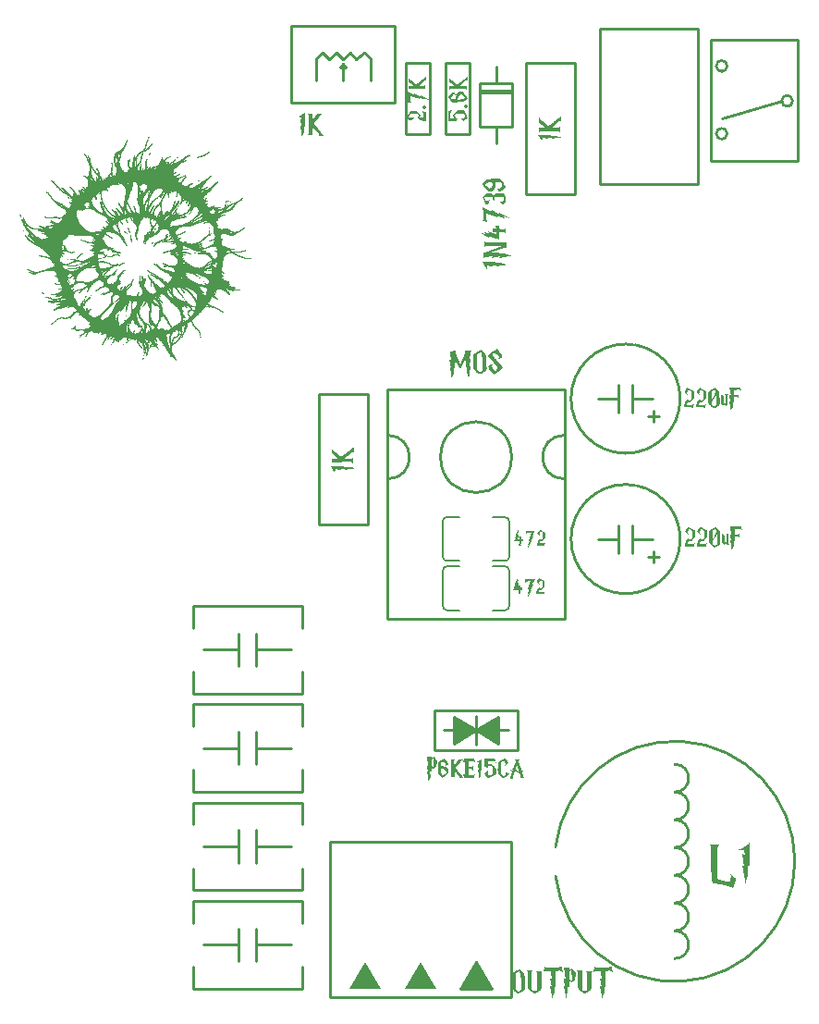
<source format=gto>
G04*
G04 #@! TF.GenerationSoftware,Altium Limited,Altium Designer,24.0.1 (36)*
G04*
G04 Layer_Color=65535*
%FSLAX44Y44*%
%MOMM*%
G71*
G04*
G04 #@! TF.SameCoordinates,9C8BCC2B-501B-40A3-BBBE-7B9C73712F20*
G04*
G04*
G04 #@! TF.FilePolarity,Positive*
G04*
G01*
G75*
%ADD10C,0.2540*%
%ADD11C,0.2000*%
%ADD12C,0.0254*%
G36*
X470000Y237500D02*
X450000Y250000D01*
X470000Y262500D01*
Y237500D01*
D02*
G37*
G36*
X450000Y250000D02*
X430000Y237500D01*
Y262500D01*
X450000Y250000D01*
D02*
G37*
G36*
X464600Y13000D02*
X435400D01*
X450000Y38000D01*
X464600Y13000D01*
D02*
G37*
G36*
X413800D02*
X384600D01*
X399200Y38000D01*
X413800Y13000D01*
D02*
G37*
G36*
X363000D02*
X333800D01*
X348400Y38000D01*
X363000Y13000D01*
D02*
G37*
G36*
X310066Y814419D02*
X310068Y814419D01*
X310089D01*
X310066Y814419D01*
D02*
G37*
G36*
X293197Y802194D02*
X292322Y803839D01*
X292239Y804047D01*
X292364Y796820D01*
X291614Y798215D01*
X291094Y791571D01*
X289406Y802985D01*
X290240Y802318D01*
X289344Y809192D01*
X290510Y808588D01*
X290281Y811087D01*
X286782Y811441D01*
X286803D01*
X286845Y811462D01*
X286907Y811504D01*
X287011Y811545D01*
X287136Y811608D01*
X287282Y811670D01*
X287636Y811837D01*
X288053Y812045D01*
X288511Y812274D01*
X289032Y812545D01*
X289573Y812837D01*
X290115Y813149D01*
X290677Y813503D01*
X291198Y813836D01*
X291698Y814211D01*
X292156Y814565D01*
X292572Y814940D01*
X292739Y815107D01*
X292885Y815294D01*
X293030Y815482D01*
X293135Y815648D01*
X293197Y802194D01*
D02*
G37*
G36*
X300529Y814399D02*
X300445Y814315D01*
X300341Y814211D01*
X300216Y814045D01*
X300070Y813857D01*
X299966Y813649D01*
X299883Y813399D01*
X299862Y813149D01*
Y808359D01*
X299883Y808400D01*
Y808442D01*
X299904Y808463D01*
X299925D01*
X299945Y808442D01*
X300008Y808359D01*
X300029Y808379D01*
X300070Y808484D01*
X300175Y808629D01*
X300299Y808817D01*
X300487Y809046D01*
X300716Y809317D01*
X301008Y809629D01*
X301341Y809962D01*
X301362Y809983D01*
X301383Y810004D01*
X301507Y810129D01*
X301674Y810316D01*
X301882Y810566D01*
X302111Y810816D01*
X302341Y811087D01*
X302528Y811337D01*
X302695Y811545D01*
X304486Y814190D01*
X304673D01*
X304819Y814211D01*
X305236D01*
X305527Y814232D01*
X305902Y814253D01*
X306131D01*
X306360Y814274D01*
X306631D01*
X306902Y814295D01*
X307214D01*
X307548Y814315D01*
X307902Y814336D01*
X308277D01*
X308693Y814357D01*
X309130Y814378D01*
X309589Y814399D01*
X310066Y814419D01*
X310026Y814399D01*
X309943Y814357D01*
X309818Y814315D01*
X309693Y814253D01*
X309547Y814190D01*
X309214Y814045D01*
X308881Y813878D01*
X308568Y813732D01*
X308422Y813670D01*
X308318Y813607D01*
X308214Y813545D01*
X308152Y813503D01*
X308131Y813482D01*
X308048Y813399D01*
X307985Y813336D01*
X307902Y813253D01*
X307798Y813149D01*
X307693Y813024D01*
X307548Y812878D01*
X307381Y812691D01*
X307194Y812483D01*
X306985Y812233D01*
X306756Y811962D01*
X306485Y811649D01*
X306194Y811295D01*
X305881Y810900D01*
X301570Y805588D01*
X301591Y805568D01*
X301612Y805505D01*
X301695Y805401D01*
X301778Y805234D01*
X301903Y805047D01*
X302049Y804818D01*
X302236Y804568D01*
X302445Y804255D01*
X302674Y803922D01*
X302945Y803527D01*
X303257Y803131D01*
X303590Y802673D01*
X303986Y802214D01*
X304382Y801694D01*
X304840Y801152D01*
X305319Y800590D01*
X305361Y800548D01*
X305444Y800444D01*
X305590Y800277D01*
X305777Y800048D01*
X305986Y799777D01*
X306256Y799465D01*
X306527Y799132D01*
X306840Y798757D01*
X307464Y797945D01*
X308089Y797132D01*
X308381Y796716D01*
X308652Y796341D01*
X308901Y795966D01*
X309110Y795633D01*
X309130Y795612D01*
X309151Y795570D01*
X309214Y795487D01*
X309276Y795383D01*
X309485Y795112D01*
X309776Y794799D01*
X310130Y794466D01*
X310568Y794133D01*
X311068Y793862D01*
X311338Y793758D01*
X311630Y793675D01*
X311505D01*
X311380Y793696D01*
X311088D01*
X310880Y793717D01*
X310380D01*
X310068Y793737D01*
X309735D01*
X309380Y793758D01*
X308964D01*
X308526Y793779D01*
X308048D01*
X307548Y793800D01*
X307381D01*
X307235Y793779D01*
X307048D01*
X306819Y793758D01*
X306506Y793737D01*
X306360D01*
X306194Y793717D01*
X305986D01*
X305736Y793696D01*
X305486D01*
X305236Y793675D01*
X305007D01*
X305027Y793696D01*
X305132Y793758D01*
X305277Y793862D01*
X305465Y793987D01*
X305652Y794133D01*
X305798Y794279D01*
X305923Y794425D01*
X305986Y794550D01*
Y794570D01*
X306006Y794612D01*
Y794716D01*
Y794820D01*
X305965Y794966D01*
X305902Y795133D01*
X305798Y795341D01*
X305652Y795549D01*
X299987Y802631D01*
Y802610D01*
Y802589D01*
Y802464D01*
Y802318D01*
Y802152D01*
Y802006D01*
Y801944D01*
Y801923D01*
X299967Y801902D01*
X299987Y796133D01*
Y796091D01*
X300008Y795987D01*
X300070Y795841D01*
X300175Y795633D01*
X300237Y795528D01*
X300341Y795404D01*
X300445Y795299D01*
X300591Y795174D01*
X300758Y795050D01*
X300945Y794945D01*
X301174Y794820D01*
X301424Y794716D01*
X295113Y794799D01*
X295134D01*
X295176Y794820D01*
X295259Y794862D01*
X295363Y794904D01*
X295634Y795029D01*
X295946Y795216D01*
X296238Y795466D01*
X296509Y795778D01*
X296613Y795966D01*
X296696Y796153D01*
X296738Y796383D01*
X296759Y796612D01*
X296634Y812899D01*
Y812920D01*
Y812941D01*
X296613Y813066D01*
X296571Y813253D01*
X296488Y813461D01*
X296363Y813711D01*
X296155Y813961D01*
X296030Y814086D01*
X295863Y814211D01*
X295697Y814315D01*
X295488Y814419D01*
X300549D01*
X300529Y814399D01*
D02*
G37*
G36*
X500927Y382627D02*
X502091Y383112D01*
X499623Y377925D01*
X500510Y378452D01*
X497113Y371601D01*
X498097Y375748D01*
X497210Y374819D01*
X499137Y380297D01*
X498458Y379451D01*
X497751Y378716D01*
X500191Y386455D01*
X497404Y386357D01*
X497362D01*
X497293Y386343D01*
X497224D01*
X497113Y386316D01*
X497002Y386288D01*
X496863Y386260D01*
X496724Y386219D01*
X496558Y386163D01*
X496391Y386094D01*
X496197Y385997D01*
X496017Y385900D01*
X495809Y385789D01*
X495601Y385650D01*
X495393Y385484D01*
X495185Y385303D01*
X495254Y388230D01*
X495324D01*
X495407Y388216D01*
X495518D01*
X495657Y388202D01*
X495823Y388188D01*
X496031Y388174D01*
X496253D01*
X496516Y388160D01*
X496794Y388146D01*
X497099Y388133D01*
X497432Y388119D01*
X497792D01*
X498167Y388105D01*
X499553D01*
X499789Y388119D01*
X500372D01*
X500705Y388133D01*
X501079D01*
X501481Y388146D01*
X501911Y388160D01*
X502355Y388174D01*
X502826Y388188D01*
X503326Y388202D01*
X503839Y388230D01*
X500927Y382627D01*
D02*
G37*
G36*
X508249Y388881D02*
X508291Y388854D01*
X508346Y388826D01*
X508429Y388798D01*
X508512Y388757D01*
X508748Y388660D01*
X509012Y388521D01*
X509317Y388382D01*
X509664Y388202D01*
X510038Y388022D01*
X510412Y387814D01*
X510815Y387606D01*
X511619Y387134D01*
X511993Y386884D01*
X512368Y386635D01*
X512715Y386385D01*
X513020Y386135D01*
Y386108D01*
Y386066D01*
Y386025D01*
Y385955D01*
X513034Y385858D01*
Y385761D01*
Y385622D01*
Y385484D01*
Y385317D01*
X513047Y385123D01*
Y384901D01*
Y384665D01*
Y384388D01*
Y384097D01*
Y383778D01*
Y383764D01*
Y383736D01*
Y383667D01*
Y383584D01*
X513061Y383473D01*
Y383334D01*
Y383168D01*
X513075Y382960D01*
Y382932D01*
Y382876D01*
X513089Y382779D01*
Y382668D01*
Y382530D01*
Y382391D01*
Y382252D01*
Y382127D01*
Y382114D01*
X513075Y382086D01*
X513061Y382044D01*
X513047Y381975D01*
X513006Y381906D01*
X512964Y381809D01*
X512909Y381684D01*
X512839Y381559D01*
X512756Y381406D01*
X512645Y381254D01*
X512534Y381073D01*
X512382Y380879D01*
X512229Y380671D01*
X512035Y380463D01*
X511827Y380228D01*
X511591Y379978D01*
X511563Y379950D01*
X511480Y379867D01*
X511356Y379742D01*
X511175Y379562D01*
X510953Y379354D01*
X510690Y379090D01*
X510399Y378813D01*
X510052Y378494D01*
X509525Y378383D01*
X509511D01*
X509442Y378411D01*
X509345Y378438D01*
X509192Y378508D01*
X508998Y378605D01*
X508748Y378744D01*
X508596Y378827D01*
X508429Y378938D01*
X508263Y379049D01*
X508069Y379174D01*
X507639Y376441D01*
X511286D01*
X511383Y376455D01*
X511522Y376483D01*
X511674Y376525D01*
X511841Y376594D01*
X512035Y376677D01*
X512215Y376802D01*
X512243Y376816D01*
X512299Y376871D01*
X512396Y376941D01*
X512507Y377038D01*
X512631Y377163D01*
X512756Y377315D01*
X512881Y377468D01*
X512992Y377648D01*
X512326Y374431D01*
X512299D01*
X512271Y374444D01*
X512146D01*
X512077Y374458D01*
X511980Y374472D01*
X511869D01*
X511730Y374486D01*
X511591D01*
X511425Y374500D01*
X511245Y374514D01*
X510815D01*
X510579Y374528D01*
X505350D01*
X506086Y379049D01*
X506169Y379035D01*
X506183Y379187D01*
X508110Y380685D01*
Y380671D01*
X508138Y380658D01*
X508166Y380616D01*
X508207Y380560D01*
X508332Y380422D01*
X508499Y380255D01*
X508707Y380061D01*
X508942Y379881D01*
X509234Y379714D01*
X509539Y379576D01*
X509553Y379590D01*
X509608Y379617D01*
X509677Y379659D01*
X509775Y379728D01*
X509899Y379812D01*
X510024Y379922D01*
X510177Y380061D01*
X510343Y380228D01*
X510357Y380255D01*
X510412Y380311D01*
X510496Y380394D01*
X510579Y380505D01*
X510676Y380630D01*
X510759Y380768D01*
X510842Y380907D01*
X510898Y381046D01*
Y385747D01*
X510884Y385775D01*
X510870Y385844D01*
X510829Y385955D01*
X510759Y386080D01*
X510676Y386233D01*
X510565Y386385D01*
X510426Y386552D01*
X510260Y386690D01*
X510246Y386704D01*
X510191Y386732D01*
X510121Y386773D01*
X509996Y386829D01*
X509858Y386884D01*
X509677Y386954D01*
X509469Y387037D01*
X509234Y387120D01*
X508346Y387411D01*
Y387384D01*
X508318Y387328D01*
X508291Y387231D01*
X508249Y387106D01*
X508207Y386968D01*
X508152Y386801D01*
X508041Y386427D01*
X507930Y386038D01*
X507874Y385858D01*
X507833Y385692D01*
X507791Y385525D01*
X507764Y385387D01*
X507750Y385289D01*
X507736Y385206D01*
Y385192D01*
Y385151D01*
X507750Y385095D01*
X507764Y385026D01*
Y384998D01*
X507750Y384943D01*
X507736Y384846D01*
X507722Y384749D01*
Y384721D01*
X507736Y384652D01*
X507750Y384541D01*
X507777Y384388D01*
X507833Y384208D01*
X507916Y384000D01*
X508027Y383764D01*
X508180Y383514D01*
X505725Y385664D01*
Y385678D01*
X505739Y385692D01*
X505753Y385775D01*
X505794Y385886D01*
X505850Y386025D01*
X505919Y386191D01*
X505988Y386343D01*
X506086Y386496D01*
X506183Y386635D01*
X507764Y388895D01*
X508221D01*
X508249Y388881D01*
D02*
G37*
G36*
X487807Y386455D02*
X488694Y387397D01*
X487627Y383653D01*
X488334Y384499D01*
X489055Y385248D01*
X487724Y379881D01*
X489055D01*
Y379895D01*
Y379936D01*
Y380006D01*
Y380089D01*
X489041Y380214D01*
Y380339D01*
Y380491D01*
X489027Y380671D01*
Y380852D01*
X489013Y381060D01*
X488986Y381503D01*
X488958Y382003D01*
X488930Y382516D01*
X490747D01*
Y382502D01*
Y382460D01*
Y382405D01*
X490761Y382322D01*
Y382211D01*
Y382086D01*
X490775Y381947D01*
Y381781D01*
Y381600D01*
X490789Y381393D01*
Y381185D01*
Y380963D01*
Y380463D01*
Y379936D01*
X490802D01*
X490830Y379950D01*
X490886D01*
X490955Y379978D01*
X491038Y379992D01*
X491149Y380033D01*
X491260Y380061D01*
X491385Y380117D01*
X491690Y380241D01*
X491843Y380339D01*
X492009Y380422D01*
X492189Y380533D01*
X492370Y380658D01*
X492550Y380810D01*
X492730Y380963D01*
X492661Y378050D01*
X492619D01*
X492578Y378064D01*
X492439D01*
X492342Y378078D01*
X492231D01*
X492106Y378092D01*
X491829Y378106D01*
X491510Y378133D01*
X491135Y378147D01*
X490747Y378175D01*
Y378161D01*
Y378106D01*
Y378022D01*
X490733Y377925D01*
Y377787D01*
X490719Y377634D01*
X490705Y377468D01*
Y377274D01*
X490678Y376871D01*
X490636Y376441D01*
X490594Y376012D01*
X490539Y375596D01*
Y375582D01*
Y375568D01*
Y375526D01*
Y375471D01*
Y375346D01*
X490567Y375179D01*
X490622Y374999D01*
X490719Y374819D01*
X490789Y374736D01*
X490858Y374652D01*
X490955Y374583D01*
X491066Y374514D01*
X488292D01*
X488306Y374528D01*
X488362Y374569D01*
X488445Y374625D01*
X488528Y374722D01*
X488625Y374833D01*
X488708Y374985D01*
X488778Y375166D01*
X488833Y375387D01*
Y375401D01*
X488847Y375443D01*
Y375498D01*
X488861Y375596D01*
X488875Y375706D01*
X488889Y375845D01*
X488916Y375998D01*
X488930Y376164D01*
X488944Y376358D01*
X488972Y376580D01*
X488986Y376802D01*
X489000Y377052D01*
X489013Y377315D01*
X489027Y377593D01*
X489055Y378175D01*
X488209D01*
X487918Y378161D01*
X487238D01*
X486864Y378147D01*
X486448Y378133D01*
X486018D01*
X485560Y378120D01*
X485075Y378106D01*
X484590Y378078D01*
X484076Y378064D01*
X485838Y381323D01*
X484673Y380838D01*
X486545Y384971D01*
X485657Y384444D01*
X488348Y389450D01*
X487807Y386455D01*
D02*
G37*
G36*
X501414Y427244D02*
X502579Y427729D01*
X500110Y422542D01*
X500998Y423069D01*
X497600Y416218D01*
X498585Y420365D01*
X497697Y419436D01*
X499625Y424914D01*
X498946Y424068D01*
X498238Y423333D01*
X500679Y431072D01*
X497892Y430975D01*
X497850D01*
X497780Y430961D01*
X497711D01*
X497600Y430933D01*
X497489Y430905D01*
X497351Y430877D01*
X497212Y430836D01*
X497046Y430780D01*
X496879Y430711D01*
X496685Y430614D01*
X496505Y430517D01*
X496297Y430406D01*
X496089Y430267D01*
X495881Y430101D01*
X495672Y429921D01*
X495742Y432847D01*
X495811D01*
X495894Y432833D01*
X496005D01*
X496144Y432819D01*
X496311Y432805D01*
X496519Y432791D01*
X496740D01*
X497004Y432777D01*
X497281Y432763D01*
X497586Y432750D01*
X497919Y432736D01*
X498280D01*
X498654Y432722D01*
X500041D01*
X500277Y432736D01*
X500859D01*
X501192Y432750D01*
X501567D01*
X501969Y432763D01*
X502399Y432777D01*
X502842Y432791D01*
X503314Y432805D01*
X503813Y432819D01*
X504326Y432847D01*
X501414Y427244D01*
D02*
G37*
G36*
X508736Y433499D02*
X508778Y433471D01*
X508834Y433443D01*
X508917Y433415D01*
X509000Y433374D01*
X509236Y433277D01*
X509499Y433138D01*
X509804Y432999D01*
X510151Y432819D01*
X510526Y432639D01*
X510900Y432431D01*
X511302Y432223D01*
X512107Y431751D01*
X512481Y431502D01*
X512855Y431252D01*
X513202Y431002D01*
X513507Y430753D01*
Y430725D01*
Y430683D01*
Y430642D01*
Y430572D01*
X513521Y430475D01*
Y430378D01*
Y430239D01*
Y430101D01*
Y429934D01*
X513535Y429740D01*
Y429518D01*
Y429283D01*
Y429005D01*
Y428714D01*
Y428395D01*
Y428381D01*
Y428353D01*
Y428284D01*
Y428201D01*
X513549Y428090D01*
Y427951D01*
Y427785D01*
X513563Y427577D01*
Y427549D01*
Y427494D01*
X513577Y427397D01*
Y427285D01*
Y427147D01*
Y427008D01*
Y426870D01*
Y426745D01*
Y426731D01*
X513563Y426703D01*
X513549Y426661D01*
X513535Y426592D01*
X513493Y426523D01*
X513452Y426426D01*
X513396Y426301D01*
X513327Y426176D01*
X513244Y426023D01*
X513133Y425871D01*
X513022Y425691D01*
X512869Y425496D01*
X512717Y425289D01*
X512523Y425080D01*
X512315Y424845D01*
X512079Y424595D01*
X512051Y424567D01*
X511968Y424484D01*
X511843Y424359D01*
X511663Y424179D01*
X511441Y423971D01*
X511177Y423708D01*
X510886Y423430D01*
X510539Y423111D01*
X510012Y423000D01*
X509999D01*
X509929Y423028D01*
X509832Y423056D01*
X509680Y423125D01*
X509485Y423222D01*
X509236Y423361D01*
X509083Y423444D01*
X508917Y423555D01*
X508750Y423666D01*
X508556Y423791D01*
X508126Y421059D01*
X511774D01*
X511871Y421073D01*
X512010Y421100D01*
X512162Y421142D01*
X512328Y421211D01*
X512523Y421294D01*
X512703Y421419D01*
X512731Y421433D01*
X512786Y421488D01*
X512883Y421558D01*
X512994Y421655D01*
X513119Y421780D01*
X513244Y421932D01*
X513369Y422085D01*
X513479Y422265D01*
X512814Y419048D01*
X512786D01*
X512758Y419062D01*
X512634D01*
X512564Y419075D01*
X512467Y419089D01*
X512356D01*
X512217Y419103D01*
X512079D01*
X511912Y419117D01*
X511732Y419131D01*
X511302D01*
X511066Y419145D01*
X505838D01*
X506573Y423666D01*
X506656Y423652D01*
X506670Y423805D01*
X508598Y425302D01*
Y425289D01*
X508626Y425275D01*
X508653Y425233D01*
X508695Y425177D01*
X508820Y425039D01*
X508986Y424872D01*
X509194Y424678D01*
X509430Y424498D01*
X509721Y424332D01*
X510026Y424193D01*
X510040Y424207D01*
X510096Y424235D01*
X510165Y424276D01*
X510262Y424345D01*
X510387Y424429D01*
X510512Y424540D01*
X510664Y424678D01*
X510831Y424845D01*
X510844Y424872D01*
X510900Y424928D01*
X510983Y425011D01*
X511066Y425122D01*
X511163Y425247D01*
X511247Y425386D01*
X511330Y425524D01*
X511385Y425663D01*
Y430364D01*
X511371Y430392D01*
X511358Y430461D01*
X511316Y430572D01*
X511247Y430697D01*
X511163Y430850D01*
X511053Y431002D01*
X510914Y431169D01*
X510747Y431307D01*
X510734Y431321D01*
X510678Y431349D01*
X510609Y431391D01*
X510484Y431446D01*
X510345Y431502D01*
X510165Y431571D01*
X509957Y431654D01*
X509721Y431737D01*
X508834Y432029D01*
Y432001D01*
X508806Y431945D01*
X508778Y431848D01*
X508736Y431723D01*
X508695Y431585D01*
X508639Y431418D01*
X508529Y431044D01*
X508418Y430656D01*
X508362Y430475D01*
X508321Y430309D01*
X508279Y430142D01*
X508251Y430004D01*
X508237Y429907D01*
X508223Y429823D01*
Y429810D01*
Y429768D01*
X508237Y429712D01*
X508251Y429643D01*
Y429615D01*
X508237Y429560D01*
X508223Y429463D01*
X508209Y429366D01*
Y429338D01*
X508223Y429269D01*
X508237Y429158D01*
X508265Y429005D01*
X508321Y428825D01*
X508404Y428617D01*
X508515Y428381D01*
X508667Y428131D01*
X506213Y430281D01*
Y430295D01*
X506226Y430309D01*
X506240Y430392D01*
X506282Y430503D01*
X506337Y430642D01*
X506407Y430808D01*
X506476Y430961D01*
X506573Y431113D01*
X506670Y431252D01*
X508251Y433512D01*
X508709D01*
X508736Y433499D01*
D02*
G37*
G36*
X488294Y431072D02*
X489182Y432015D01*
X488114Y428270D01*
X488821Y429116D01*
X489543Y429865D01*
X488211Y424498D01*
X489543D01*
Y424512D01*
Y424553D01*
Y424623D01*
Y424706D01*
X489529Y424831D01*
Y424956D01*
Y425108D01*
X489515Y425289D01*
Y425469D01*
X489501Y425677D01*
X489473Y426121D01*
X489446Y426620D01*
X489418Y427133D01*
X491235D01*
Y427119D01*
Y427077D01*
Y427022D01*
X491249Y426939D01*
Y426828D01*
Y426703D01*
X491262Y426564D01*
Y426398D01*
Y426218D01*
X491276Y426010D01*
Y425802D01*
Y425580D01*
Y425080D01*
Y424553D01*
X491290D01*
X491318Y424567D01*
X491373D01*
X491443Y424595D01*
X491526Y424609D01*
X491637Y424650D01*
X491748Y424678D01*
X491873Y424734D01*
X492178Y424859D01*
X492330Y424956D01*
X492497Y425039D01*
X492677Y425150D01*
X492857Y425275D01*
X493037Y425427D01*
X493218Y425580D01*
X493148Y422667D01*
X493107D01*
X493065Y422681D01*
X492927D01*
X492830Y422695D01*
X492719D01*
X492594Y422709D01*
X492316Y422723D01*
X491997Y422751D01*
X491623Y422764D01*
X491235Y422792D01*
Y422778D01*
Y422723D01*
Y422640D01*
X491221Y422542D01*
Y422404D01*
X491207Y422251D01*
X491193Y422085D01*
Y421891D01*
X491165Y421488D01*
X491124Y421059D01*
X491082Y420629D01*
X491027Y420213D01*
Y420199D01*
Y420185D01*
Y420143D01*
Y420088D01*
Y419963D01*
X491054Y419797D01*
X491110Y419616D01*
X491207Y419436D01*
X491276Y419353D01*
X491346Y419270D01*
X491443Y419200D01*
X491554Y419131D01*
X488780D01*
X488794Y419145D01*
X488849Y419186D01*
X488932Y419242D01*
X489016Y419339D01*
X489113Y419450D01*
X489196Y419602D01*
X489265Y419783D01*
X489321Y420005D01*
Y420019D01*
X489335Y420060D01*
Y420116D01*
X489348Y420213D01*
X489362Y420324D01*
X489376Y420462D01*
X489404Y420615D01*
X489418Y420781D01*
X489432Y420975D01*
X489459Y421197D01*
X489473Y421419D01*
X489487Y421669D01*
X489501Y421932D01*
X489515Y422210D01*
X489543Y422792D01*
X488697D01*
X488405Y422778D01*
X487726D01*
X487351Y422764D01*
X486935Y422751D01*
X486506D01*
X486048Y422737D01*
X485563Y422723D01*
X485077Y422695D01*
X484564Y422681D01*
X486325Y425940D01*
X485160Y425455D01*
X487033Y429588D01*
X486145Y429061D01*
X488835Y434067D01*
X488294Y431072D01*
D02*
G37*
G36*
X387795Y848052D02*
X387794Y848053D01*
Y848070D01*
X387795Y848052D01*
D02*
G37*
G36*
X404390Y849203D02*
X404373Y849103D01*
Y848870D01*
X404356Y848703D01*
Y848303D01*
X404340Y848053D01*
Y847787D01*
X404323Y847503D01*
Y847170D01*
X404306Y846820D01*
Y846437D01*
X404290Y846037D01*
Y845904D01*
X404306Y845787D01*
Y845637D01*
X404323Y845454D01*
X404340Y845204D01*
Y845087D01*
X404356Y844954D01*
Y844788D01*
X404373Y844587D01*
Y844388D01*
X404390Y844188D01*
Y844004D01*
X404373Y844021D01*
X404323Y844104D01*
X404240Y844221D01*
X404140Y844371D01*
X404023Y844521D01*
X403907Y844638D01*
X403790Y844737D01*
X403690Y844788D01*
X403673D01*
X403640Y844804D01*
X403557D01*
X403473D01*
X403357Y844771D01*
X403223Y844721D01*
X403057Y844638D01*
X402890Y844521D01*
X397225Y839989D01*
X397242D01*
X397258D01*
X397358D01*
X397475D01*
X397608D01*
X397725D01*
X397775D01*
X397791D01*
X397808Y839972D01*
X397691Y839972D01*
X397758D01*
X397791D01*
X397808D01*
X397808Y839972D01*
X402424Y839989D01*
X402457D01*
X402540Y840005D01*
X402657Y840055D01*
X402823Y840139D01*
X402907Y840189D01*
X403007Y840272D01*
X403090Y840355D01*
X403190Y840472D01*
X403290Y840605D01*
X403373Y840755D01*
X403473Y840938D01*
X403557Y841138D01*
X403490Y836090D01*
Y836106D01*
X403473Y836140D01*
X403440Y836206D01*
X403407Y836290D01*
X403307Y836506D01*
X403157Y836756D01*
X402957Y836990D01*
X402707Y837206D01*
X402557Y837289D01*
X402407Y837356D01*
X402224Y837389D01*
X402040Y837406D01*
X389010Y837306D01*
X388994D01*
X388977D01*
X388877Y837289D01*
X388727Y837256D01*
X388560Y837189D01*
X388360Y837089D01*
X388161Y836923D01*
X388061Y836823D01*
X387961Y836690D01*
X387877Y836556D01*
X387794Y836390D01*
Y840439D01*
X387811Y840422D01*
X387877Y840355D01*
X387961Y840272D01*
X388094Y840172D01*
X388244Y840055D01*
X388410Y839972D01*
X388610Y839905D01*
X388810Y839889D01*
X392643D01*
X392609Y839905D01*
X392576D01*
X392559Y839922D01*
Y839939D01*
X392576Y839955D01*
X392643Y840005D01*
X392626Y840022D01*
X392543Y840055D01*
X392426Y840139D01*
X392276Y840239D01*
X392093Y840389D01*
X391876Y840572D01*
X391626Y840805D01*
X391360Y841072D01*
X391343Y841088D01*
X391326Y841105D01*
X391226Y841205D01*
X391077Y841338D01*
X390877Y841505D01*
X390677Y841688D01*
X390460Y841871D01*
X390260Y842021D01*
X390093Y842155D01*
X387977Y843588D01*
Y843738D01*
X387961Y843854D01*
Y844188D01*
X387944Y844421D01*
X387927Y844721D01*
Y844904D01*
X387911Y845087D01*
Y845304D01*
X387894Y845521D01*
Y845770D01*
X387877Y846037D01*
X387861Y846320D01*
Y846620D01*
X387844Y846954D01*
X387827Y847303D01*
X387811Y847670D01*
X387795Y848052D01*
X387811Y848020D01*
X387844Y847953D01*
X387877Y847853D01*
X387927Y847753D01*
X387977Y847637D01*
X388094Y847370D01*
X388227Y847104D01*
X388344Y846854D01*
X388394Y846737D01*
X388444Y846654D01*
X388494Y846570D01*
X388527Y846520D01*
X388544Y846504D01*
X388610Y846437D01*
X388660Y846387D01*
X388727Y846320D01*
X388810Y846237D01*
X388910Y846154D01*
X389027Y846037D01*
X389177Y845904D01*
X389344Y845754D01*
X389543Y845587D01*
X389760Y845404D01*
X390010Y845187D01*
X390293Y844954D01*
X390610Y844704D01*
X394859Y841255D01*
X394875Y841272D01*
X394925Y841288D01*
X395009Y841355D01*
X395142Y841422D01*
X395292Y841522D01*
X395475Y841638D01*
X395675Y841788D01*
X395925Y841955D01*
X396192Y842138D01*
X396508Y842355D01*
X396825Y842605D01*
X397192Y842871D01*
X397558Y843188D01*
X397975Y843504D01*
X398408Y843871D01*
X398858Y844254D01*
X398891Y844288D01*
X398974Y844354D01*
X399108Y844471D01*
X399291Y844621D01*
X399508Y844788D01*
X399758Y845004D01*
X400024Y845221D01*
X400324Y845471D01*
X400974Y845971D01*
X401624Y846470D01*
X401957Y846704D01*
X402257Y846920D01*
X402557Y847120D01*
X402823Y847287D01*
X402840Y847303D01*
X402873Y847320D01*
X402940Y847370D01*
X403023Y847420D01*
X403240Y847587D01*
X403490Y847820D01*
X403757Y848103D01*
X404023Y848453D01*
X404240Y848853D01*
X404323Y849070D01*
X404390Y849303D01*
Y849203D01*
D02*
G37*
G36*
X394142Y831441D02*
X393559Y832840D01*
X399791Y829875D01*
X399158Y830941D01*
X407389Y826859D01*
X402407Y828042D01*
X403523Y826975D01*
X396942Y829291D01*
X397958Y828475D01*
X398841Y827625D01*
X389543Y830558D01*
X389660Y827209D01*
Y827159D01*
X389677Y827075D01*
Y826992D01*
X389710Y826859D01*
X389743Y826725D01*
X389777Y826559D01*
X389827Y826392D01*
X389893Y826192D01*
X389977Y825992D01*
X390093Y825759D01*
X390210Y825542D01*
X390343Y825293D01*
X390510Y825042D01*
X390710Y824793D01*
X390927Y824543D01*
X387411Y824626D01*
Y824709D01*
X387427Y824809D01*
Y824942D01*
X387444Y825109D01*
X387461Y825309D01*
X387477Y825559D01*
Y825826D01*
X387494Y826142D01*
X387511Y826476D01*
X387527Y826842D01*
X387544Y827242D01*
Y827675D01*
X387561Y828125D01*
Y829791D01*
X387544Y830075D01*
Y830774D01*
X387527Y831174D01*
Y831624D01*
X387511Y832107D01*
X387494Y832624D01*
X387477Y833157D01*
X387461Y833724D01*
X387444Y834324D01*
X387411Y834940D01*
X394142Y831441D01*
D02*
G37*
G36*
X402873Y822077D02*
X402907Y821910D01*
X402957Y821760D01*
X403007Y821643D01*
X403073Y821543D01*
X403123Y821477D01*
X403157Y821427D01*
X403173Y821410D01*
X403307Y821310D01*
X403440Y821244D01*
X403573Y821193D01*
X403707Y821160D01*
X403807D01*
X403907D01*
X403973D01*
X403990D01*
X403940Y819761D01*
X403773Y819711D01*
X403623Y819644D01*
X403507Y819577D01*
X403407Y819494D01*
X403240Y819344D01*
X403123Y819177D01*
X403057Y819027D01*
X403023Y818911D01*
X403007Y818827D01*
Y818794D01*
X401940Y818711D01*
Y818911D01*
X401924Y819077D01*
X401890Y819211D01*
X401857Y819311D01*
X401824Y819377D01*
X401807Y819444D01*
X401774Y819461D01*
Y819477D01*
X401724Y819511D01*
X401640Y819561D01*
X401457Y819627D01*
X401357Y819661D01*
X401274Y819694D01*
X401224Y819711D01*
X401207D01*
X401007Y821077D01*
X401141Y821143D01*
X401257Y821210D01*
X401357Y821277D01*
X401441Y821360D01*
X401557Y821543D01*
X401640Y821710D01*
X401674Y821860D01*
X401690Y821993D01*
Y822110D01*
X402857Y822260D01*
X402873Y822077D01*
D02*
G37*
G36*
X394792Y816978D02*
X394842Y816961D01*
X394925Y816945D01*
X395009Y816895D01*
X395125Y816845D01*
X395275Y816778D01*
X395425Y816695D01*
X395609Y816595D01*
X395792Y816461D01*
X396009Y816328D01*
X396242Y816145D01*
X396492Y815962D01*
X396742Y815728D01*
X397025Y815478D01*
X397325Y815195D01*
X397358Y815162D01*
X397458Y815062D01*
X397608Y814912D01*
X397825Y814695D01*
X398075Y814429D01*
X398391Y814112D01*
X398725Y813762D01*
X399108Y813345D01*
X399241Y812712D01*
Y812696D01*
X399208Y812612D01*
X399174Y812496D01*
X399091Y812312D01*
X398974Y812079D01*
X398808Y811779D01*
X398708Y811596D01*
X398575Y811396D01*
X398441Y811196D01*
X398291Y810963D01*
X401574Y810446D01*
Y814828D01*
X401557Y814945D01*
X401524Y815112D01*
X401474Y815295D01*
X401390Y815495D01*
X401291Y815728D01*
X401141Y815945D01*
X401124Y815978D01*
X401057Y816045D01*
X400974Y816161D01*
X400857Y816295D01*
X400707Y816445D01*
X400524Y816595D01*
X400341Y816745D01*
X400124Y816878D01*
X403990Y816078D01*
Y816045D01*
X403973Y816012D01*
Y815862D01*
X403956Y815778D01*
X403940Y815662D01*
Y815528D01*
X403923Y815362D01*
Y815195D01*
X403907Y814995D01*
X403890Y814779D01*
Y814262D01*
X403873Y813979D01*
Y807697D01*
X398441Y808580D01*
X398458Y808680D01*
X398275Y808697D01*
X396475Y811013D01*
X396492D01*
X396508Y811046D01*
X396558Y811079D01*
X396625Y811129D01*
X396792Y811279D01*
X396992Y811479D01*
X397225Y811729D01*
X397441Y812012D01*
X397641Y812362D01*
X397808Y812729D01*
X397791Y812746D01*
X397758Y812812D01*
X397708Y812896D01*
X397625Y813012D01*
X397525Y813162D01*
X397392Y813312D01*
X397225Y813495D01*
X397025Y813695D01*
X396992Y813712D01*
X396925Y813779D01*
X396825Y813879D01*
X396692Y813979D01*
X396542Y814095D01*
X396375Y814195D01*
X396208Y814295D01*
X396042Y814362D01*
X390393D01*
X390360Y814345D01*
X390277Y814329D01*
X390143Y814279D01*
X389993Y814195D01*
X389810Y814095D01*
X389627Y813962D01*
X389427Y813795D01*
X389260Y813596D01*
X389244Y813579D01*
X389210Y813512D01*
X389160Y813429D01*
X389094Y813279D01*
X389027Y813112D01*
X388944Y812896D01*
X388844Y812646D01*
X388744Y812362D01*
X388394Y811296D01*
X388427D01*
X388494Y811263D01*
X388610Y811229D01*
X388760Y811179D01*
X388927Y811129D01*
X389127Y811063D01*
X389577Y810929D01*
X390043Y810796D01*
X390260Y810730D01*
X390460Y810679D01*
X390660Y810630D01*
X390826Y810596D01*
X390943Y810580D01*
X391043Y810563D01*
X391060D01*
X391110D01*
X391176Y810580D01*
X391260Y810596D01*
X391293D01*
X391360Y810580D01*
X391476Y810563D01*
X391593Y810546D01*
X391626D01*
X391710Y810563D01*
X391843Y810580D01*
X392026Y810613D01*
X392243Y810679D01*
X392493Y810779D01*
X392776Y810913D01*
X393076Y811096D01*
X390493Y808147D01*
X390477D01*
X390460Y808164D01*
X390360Y808180D01*
X390227Y808230D01*
X390060Y808297D01*
X389860Y808380D01*
X389677Y808463D01*
X389494Y808580D01*
X389327Y808697D01*
X386611Y810596D01*
Y811146D01*
X386628Y811179D01*
X386661Y811229D01*
X386694Y811296D01*
X386728Y811396D01*
X386778Y811496D01*
X386894Y811779D01*
X387061Y812096D01*
X387228Y812462D01*
X387444Y812879D01*
X387661Y813329D01*
X387911Y813779D01*
X388161Y814262D01*
X388727Y815228D01*
X389027Y815678D01*
X389327Y816128D01*
X389627Y816545D01*
X389927Y816911D01*
X389960D01*
X390010D01*
X390060D01*
X390143D01*
X390260Y816928D01*
X390377D01*
X390543D01*
X390710D01*
X390910D01*
X391143Y816945D01*
X391410D01*
X391693D01*
X392026D01*
X392376D01*
X392759D01*
X392776D01*
X392809D01*
X392893D01*
X392993D01*
X393126Y816961D01*
X393293D01*
X393493D01*
X393742Y816978D01*
X393776D01*
X393842D01*
X393959Y816995D01*
X394092D01*
X394259D01*
X394426D01*
X394592D01*
X394742D01*
X394759D01*
X394792Y816978D01*
D02*
G37*
G36*
X425271Y848071D02*
X425270Y848073D01*
Y848090D01*
X425271Y848071D01*
D02*
G37*
G36*
X442549Y849270D02*
X442532Y849166D01*
Y848923D01*
X442514Y848750D01*
Y848333D01*
X442497Y848073D01*
Y847795D01*
X442480Y847501D01*
Y847154D01*
X442462Y846789D01*
Y846390D01*
X442445Y845974D01*
Y845835D01*
X442462Y845714D01*
Y845557D01*
X442480Y845367D01*
X442497Y845107D01*
Y844985D01*
X442514Y844846D01*
Y844673D01*
X442532Y844465D01*
Y844256D01*
X442549Y844048D01*
Y843857D01*
X442532Y843875D01*
X442480Y843961D01*
X442393Y844083D01*
X442289Y844239D01*
X442168Y844395D01*
X442046Y844517D01*
X441925Y844621D01*
X441820Y844673D01*
X441803D01*
X441768Y844690D01*
X441682D01*
X441595D01*
X441474Y844655D01*
X441335Y844603D01*
X441161Y844517D01*
X440988Y844395D01*
X435089Y839677D01*
X435107D01*
X435124D01*
X435228D01*
X435350D01*
X435488D01*
X435610D01*
X435662D01*
X435679D01*
X435696Y839660D01*
X435575Y839659D01*
X435645D01*
X435679D01*
X435697D01*
X435696Y839660D01*
X440502Y839677D01*
X440537D01*
X440624Y839694D01*
X440745Y839746D01*
X440918Y839833D01*
X441005Y839885D01*
X441109Y839971D01*
X441196Y840058D01*
X441300Y840180D01*
X441404Y840318D01*
X441491Y840474D01*
X441595Y840665D01*
X441682Y840873D01*
X441612Y835617D01*
Y835634D01*
X441595Y835669D01*
X441560Y835738D01*
X441526Y835825D01*
X441422Y836051D01*
X441265Y836311D01*
X441057Y836554D01*
X440797Y836779D01*
X440641Y836866D01*
X440485Y836936D01*
X440294Y836970D01*
X440103Y836988D01*
X426537Y836883D01*
X426519D01*
X426502D01*
X426398Y836866D01*
X426242Y836831D01*
X426068Y836762D01*
X425860Y836658D01*
X425652Y836484D01*
X425548Y836380D01*
X425444Y836242D01*
X425357Y836103D01*
X425270Y835929D01*
Y840145D01*
X425288Y840127D01*
X425357Y840058D01*
X425444Y839971D01*
X425583Y839867D01*
X425739Y839746D01*
X425912Y839659D01*
X426120Y839590D01*
X426329Y839572D01*
X430319D01*
X430284Y839590D01*
X430249D01*
X430232Y839607D01*
Y839624D01*
X430249Y839642D01*
X430319Y839694D01*
X430301Y839711D01*
X430215Y839746D01*
X430093Y839833D01*
X429937Y839937D01*
X429746Y840093D01*
X429521Y840284D01*
X429260Y840527D01*
X428983Y840804D01*
X428965Y840822D01*
X428948Y840839D01*
X428844Y840943D01*
X428688Y841082D01*
X428480Y841255D01*
X428272Y841446D01*
X428046Y841637D01*
X427838Y841793D01*
X427664Y841932D01*
X425461Y843424D01*
Y843580D01*
X425444Y843701D01*
Y844048D01*
X425426Y844291D01*
X425409Y844603D01*
Y844794D01*
X425392Y844985D01*
Y845211D01*
X425374Y845436D01*
Y845696D01*
X425357Y845974D01*
X425340Y846269D01*
Y846581D01*
X425322Y846928D01*
X425305Y847292D01*
X425288Y847674D01*
X425271Y848071D01*
X425288Y848038D01*
X425322Y847969D01*
X425357Y847865D01*
X425409Y847761D01*
X425461Y847639D01*
X425583Y847362D01*
X425721Y847084D01*
X425843Y846824D01*
X425895Y846702D01*
X425947Y846616D01*
X425999Y846529D01*
X426034Y846477D01*
X426051Y846460D01*
X426120Y846390D01*
X426172Y846338D01*
X426242Y846269D01*
X426329Y846182D01*
X426433Y846095D01*
X426554Y845974D01*
X426710Y845835D01*
X426884Y845679D01*
X427092Y845506D01*
X427317Y845315D01*
X427578Y845089D01*
X427873Y844846D01*
X428202Y844586D01*
X432626Y840995D01*
X432643Y841012D01*
X432695Y841030D01*
X432782Y841099D01*
X432921Y841168D01*
X433077Y841273D01*
X433268Y841394D01*
X433476Y841550D01*
X433736Y841724D01*
X434014Y841914D01*
X434343Y842140D01*
X434673Y842400D01*
X435055Y842678D01*
X435436Y843007D01*
X435870Y843337D01*
X436321Y843719D01*
X436790Y844118D01*
X436824Y844152D01*
X436911Y844222D01*
X437050Y844343D01*
X437241Y844499D01*
X437466Y844673D01*
X437726Y844898D01*
X438004Y845124D01*
X438316Y845384D01*
X438993Y845904D01*
X439669Y846425D01*
X440016Y846668D01*
X440329Y846893D01*
X440641Y847102D01*
X440918Y847275D01*
X440936Y847292D01*
X440970Y847310D01*
X441040Y847362D01*
X441127Y847414D01*
X441352Y847587D01*
X441612Y847830D01*
X441890Y848125D01*
X442168Y848489D01*
X442393Y848906D01*
X442480Y849131D01*
X442549Y849374D01*
Y849270D01*
D02*
G37*
G36*
X437518Y834420D02*
X437674Y834351D01*
X437744Y834298D01*
X437813Y834229D01*
X437865Y833986D01*
X438039Y834004D01*
X438073Y833969D01*
X438108Y833934D01*
X438143Y833882D01*
X438212Y833795D01*
X438299Y833709D01*
X438386Y833587D01*
X438507Y833466D01*
X438646Y833310D01*
X438785Y833119D01*
X438958Y832928D01*
X439149Y832702D01*
X439357Y832442D01*
X439600Y832165D01*
X439843Y831852D01*
X440120Y831523D01*
X440138Y831488D01*
X440207Y831419D01*
X440311Y831297D01*
X440433Y831124D01*
X440589Y830933D01*
X440762Y830707D01*
X440936Y830465D01*
X441127Y830204D01*
X441491Y829667D01*
X441664Y829389D01*
X441820Y829129D01*
X441942Y828886D01*
X442046Y828660D01*
X442115Y828469D01*
X442133Y828296D01*
Y828279D01*
X442115Y828227D01*
X442098Y828175D01*
X442046Y828140D01*
X438576Y825295D01*
X438559D01*
X438524Y825277D01*
X438455Y825260D01*
X438351Y825243D01*
X438195Y825208D01*
X437987Y825173D01*
X437865Y825156D01*
X437709Y825139D01*
X437553Y825121D01*
X437362Y825104D01*
X437171Y825069D01*
X436946Y825052D01*
X436703Y825035D01*
X436443Y825017D01*
X436148Y824983D01*
X435835Y824965D01*
X435506Y824948D01*
X435141Y824930D01*
X434760Y824896D01*
X434343Y824878D01*
X433892Y824861D01*
X433424Y824844D01*
X432904Y824809D01*
X432383Y824792D01*
X431811Y824774D01*
X431203Y824757D01*
X431186D01*
X431151D01*
X431099D01*
X431030D01*
X430926D01*
X430804D01*
X430666Y824740D01*
X430509D01*
X430319D01*
X430111D01*
X429885D01*
X429642Y824757D01*
X429382D01*
X429087D01*
X428792Y824774D01*
X428462D01*
X428428D01*
X428376Y824792D01*
X428306Y824826D01*
X428237Y824896D01*
X427803Y825243D01*
X426225Y827342D01*
X426207Y827377D01*
X426138Y827463D01*
X426034Y827585D01*
X425912Y827758D01*
X425756Y827966D01*
X425583Y828209D01*
X425392Y828469D01*
X425201Y828730D01*
X424837Y829285D01*
X424663Y829563D01*
X424507Y829805D01*
X424386Y830048D01*
X424282Y830256D01*
X424212Y830430D01*
X424195Y830551D01*
Y830569D01*
X424212Y830621D01*
X424230Y830673D01*
X424282Y830725D01*
X427769Y833570D01*
X427786D01*
X427821Y833587D01*
X427890Y833622D01*
X427977Y833657D01*
X428081Y833709D01*
X428202Y833761D01*
X428480Y833865D01*
X428775Y833969D01*
X429052Y834073D01*
X429313Y834142D01*
X429417Y834160D01*
X429503D01*
X429521D01*
X429590D01*
X429694Y834125D01*
X429816Y834090D01*
X429954Y834021D01*
X430111Y833934D01*
X430249Y833795D01*
X430388Y833605D01*
X430961Y831332D01*
X430787Y831315D01*
X430770Y831332D01*
X430735Y831367D01*
X430683Y831419D01*
X430631Y831488D01*
X430475Y831696D01*
X430336Y831922D01*
X430319Y831939D01*
X430267Y831974D01*
X430215Y832009D01*
X430145Y832026D01*
X430058Y832061D01*
X429937Y832078D01*
X429902Y832061D01*
X429816Y832026D01*
X429677Y831939D01*
X429486Y831818D01*
X429365Y831714D01*
X429226Y831610D01*
X429070Y831488D01*
X428896Y831332D01*
X428723Y831176D01*
X428532Y830985D01*
X428324Y830760D01*
X428098Y830517D01*
X428081Y830499D01*
X428046Y830447D01*
X427977Y830378D01*
X427907Y830274D01*
X427803Y830152D01*
X427699Y830031D01*
X427474Y829719D01*
X427248Y829389D01*
X427057Y829059D01*
X427005Y828903D01*
X426953Y828764D01*
X426936Y828643D01*
Y828539D01*
X426953Y828504D01*
X426988Y828435D01*
X427075Y828313D01*
X427196Y828192D01*
X427179Y828296D01*
X427196Y828261D01*
X427265Y828192D01*
X427369Y828088D01*
X427474Y827966D01*
X427578Y827914D01*
X427595Y827897D01*
X427664Y827862D01*
X427751Y827810D01*
X427873Y827741D01*
X428150Y827619D01*
X428289Y827585D01*
X428428Y827567D01*
X428445D01*
X428480Y827550D01*
X428549Y827533D01*
X428636Y827481D01*
X428671D01*
X428775Y827463D01*
X428931D01*
X429174Y827446D01*
X429469Y827411D01*
X429833Y827394D01*
X430249Y827377D01*
X430735Y827342D01*
Y827377D01*
X430752Y827446D01*
X430787Y827567D01*
X430822Y827741D01*
X430857Y827932D01*
X430926Y828175D01*
X430995Y828452D01*
X431082Y828764D01*
X431186Y829094D01*
X431290Y829441D01*
X431412Y829823D01*
X431550Y830204D01*
X431880Y831020D01*
X432262Y831852D01*
X432279Y831887D01*
X432314Y831956D01*
X432383Y832095D01*
X432470Y832251D01*
X432591Y832460D01*
X432730Y832668D01*
X432869Y832893D01*
X433042Y833136D01*
X433424Y833605D01*
X433615Y833830D01*
X433840Y834021D01*
X434049Y834177D01*
X434274Y834298D01*
X434500Y834385D01*
X434725Y834403D01*
X434760D01*
X434847D01*
X434985D01*
X435159D01*
X435384Y834420D01*
X435627D01*
X435905D01*
X436200Y834437D01*
X437362D01*
X437379D01*
X437414D01*
X437518Y834420D01*
D02*
G37*
G36*
X440970Y823040D02*
X441005Y822866D01*
X441057Y822710D01*
X441109Y822589D01*
X441179Y822484D01*
X441231Y822415D01*
X441265Y822363D01*
X441283Y822346D01*
X441422Y822242D01*
X441560Y822172D01*
X441699Y822120D01*
X441838Y822085D01*
X441942D01*
X442046D01*
X442115D01*
X442133D01*
X442081Y820628D01*
X441907Y820576D01*
X441751Y820507D01*
X441630Y820437D01*
X441526Y820351D01*
X441352Y820194D01*
X441231Y820021D01*
X441161Y819865D01*
X441127Y819743D01*
X441109Y819657D01*
Y819622D01*
X439999Y819535D01*
Y819743D01*
X439982Y819917D01*
X439947Y820056D01*
X439912Y820160D01*
X439878Y820229D01*
X439860Y820298D01*
X439826Y820316D01*
Y820333D01*
X439773Y820368D01*
X439687Y820420D01*
X439496Y820489D01*
X439392Y820524D01*
X439305Y820559D01*
X439253Y820576D01*
X439236D01*
X439027Y821999D01*
X439166Y822068D01*
X439288Y822137D01*
X439392Y822207D01*
X439478Y822294D01*
X439600Y822484D01*
X439687Y822658D01*
X439721Y822814D01*
X439739Y822953D01*
Y823074D01*
X440953Y823230D01*
X440970Y823040D01*
D02*
G37*
G36*
X434378Y817835D02*
X434569Y817818D01*
X434795Y817800D01*
X434829D01*
X434916D01*
X435037Y817783D01*
X435193D01*
X435523Y817766D01*
X435679Y817748D01*
X435801D01*
X435818D01*
X435905D01*
X436009D01*
X436165D01*
X436339D01*
X436547D01*
X436772D01*
X436998D01*
X437501D01*
X437969Y817731D01*
X438195D01*
X438403D01*
X438576Y817714D01*
X438715D01*
X438732Y817696D01*
X438785Y817610D01*
X438889Y817488D01*
X439010Y817297D01*
X439166Y817054D01*
X439340Y816777D01*
X439548Y816430D01*
X439773Y816031D01*
X440016Y815580D01*
X440294Y815077D01*
X440572Y814504D01*
X440866Y813897D01*
X441179Y813221D01*
X441491Y812492D01*
X441803Y811711D01*
X442133Y810861D01*
Y810237D01*
X439340Y807999D01*
X439322Y807981D01*
X439270Y807929D01*
X439166Y807860D01*
X439045Y807773D01*
X438871Y807669D01*
X438680Y807565D01*
X438438Y807461D01*
X438160Y807357D01*
X435471Y810826D01*
X435488D01*
X435506Y810792D01*
X435558Y810774D01*
X435627Y810722D01*
X435783Y810636D01*
X435992Y810514D01*
X436234Y810393D01*
X436495Y810306D01*
X436755Y810237D01*
X436998Y810202D01*
X437032D01*
X437119D01*
X437223D01*
X437362D01*
X437379D01*
X437431D01*
X437501D01*
X437588D01*
X437605D01*
X437640D01*
X437692Y810219D01*
X437744Y810237D01*
X437830Y810254D01*
X437952Y810271D01*
X438073Y810306D01*
X438247Y810358D01*
X438438Y810410D01*
X438663Y810480D01*
X438906Y810566D01*
X439201Y810670D01*
X439531Y810792D01*
X439912Y810913D01*
X440329Y811069D01*
Y811087D01*
X440311Y811121D01*
X440294Y811173D01*
X440276Y811243D01*
X440242Y811347D01*
X440207Y811451D01*
X440172Y811590D01*
X440120Y811763D01*
X440051Y811937D01*
X439999Y812128D01*
X439912Y812353D01*
X439843Y812596D01*
X439756Y812856D01*
X439652Y813134D01*
X439548Y813429D01*
X439426Y813741D01*
X439409Y813776D01*
X439340Y813845D01*
X439253Y813966D01*
X439114Y814105D01*
X438941Y814261D01*
X438750Y814400D01*
X438524Y814522D01*
X438264Y814626D01*
X432401D01*
X432383D01*
X432331Y814591D01*
X432227Y814539D01*
X432105Y814470D01*
X431967Y814365D01*
X431793Y814227D01*
X431602Y814053D01*
X431394Y813828D01*
X431377Y813793D01*
X431307Y813724D01*
X431203Y813602D01*
X431082Y813446D01*
X430943Y813272D01*
X430822Y813082D01*
X430700Y812908D01*
X430596Y812717D01*
Y812700D01*
X430631Y812631D01*
X430666Y812544D01*
X430700Y812405D01*
X430770Y812249D01*
X430839Y812076D01*
X430995Y811676D01*
X431203Y811260D01*
X431429Y810844D01*
X431568Y810653D01*
X431689Y810480D01*
X431828Y810323D01*
X431967Y810202D01*
X432296D01*
X433025Y810427D01*
X432383Y807478D01*
X432210Y807443D01*
Y807357D01*
X424524Y807426D01*
Y808762D01*
X424507Y809040D01*
Y809664D01*
X424490Y810341D01*
Y811069D01*
X424472Y811833D01*
X424438Y812596D01*
X424420Y813377D01*
X424386Y814140D01*
X424351Y814886D01*
X424299Y815580D01*
X424282Y815892D01*
X424247Y816204D01*
X424230Y816499D01*
X424195Y816759D01*
X428202Y817696D01*
X428167Y817679D01*
X428098Y817627D01*
X427977Y817540D01*
X427838Y817419D01*
X427664Y817263D01*
X427491Y817072D01*
X427317Y816846D01*
X427144Y816586D01*
X427127Y816551D01*
X427075Y816465D01*
X427005Y816326D01*
X426918Y816135D01*
X426832Y815927D01*
X426762Y815684D01*
X426710Y815424D01*
X426693Y815163D01*
Y810202D01*
X430076Y810219D01*
X430058Y810237D01*
X430041Y810271D01*
X430006Y810341D01*
X429954Y810445D01*
X429885Y810566D01*
X429816Y810705D01*
X429729Y810861D01*
X429659Y811035D01*
X429486Y811416D01*
X429330Y811850D01*
X429191Y812301D01*
X429104Y812769D01*
X429226Y813533D01*
X429243Y813550D01*
X429260Y813585D01*
X429313Y813637D01*
X429382Y813724D01*
X429469Y813828D01*
X429573Y813949D01*
X429816Y814227D01*
X430093Y814556D01*
X430405Y814938D01*
X430752Y815320D01*
X431099Y815719D01*
X431117Y815736D01*
X431169Y815805D01*
X431255Y815892D01*
X431377Y816013D01*
X431516Y816170D01*
X431689Y816343D01*
X431863Y816517D01*
X432071Y816708D01*
X432487Y817072D01*
X432713Y817263D01*
X432938Y817419D01*
X433164Y817575D01*
X433372Y817696D01*
X433580Y817800D01*
X433771Y817852D01*
X433788D01*
X433840D01*
X433927D01*
X434049D01*
X434187D01*
X434378Y817835D01*
D02*
G37*
G36*
X672965Y145482D02*
X672827Y145343D01*
X672653Y145135D01*
X672410Y144857D01*
X672167Y144579D01*
X671958Y144267D01*
X671785Y144024D01*
X671646Y143815D01*
X671611Y143781D01*
X671577Y143642D01*
X671472Y143468D01*
X671403Y143225D01*
X671299Y142913D01*
X671195Y142531D01*
X671160Y142149D01*
X671125Y141697D01*
Y141663D01*
Y141628D01*
Y141524D01*
Y141385D01*
Y141176D01*
Y140968D01*
Y140656D01*
Y140343D01*
Y139961D01*
Y139544D01*
Y139058D01*
Y138503D01*
X671160Y137913D01*
Y137253D01*
Y136558D01*
Y135794D01*
Y134961D01*
Y134059D01*
Y133121D01*
X671195Y132079D01*
Y131003D01*
Y129822D01*
X671229Y128607D01*
Y127322D01*
Y125934D01*
X671264Y124510D01*
Y122982D01*
X671299Y121385D01*
Y119718D01*
X671333Y117948D01*
Y116107D01*
X671368Y114198D01*
Y114163D01*
Y114128D01*
X671403Y114024D01*
X671472Y113920D01*
X671611Y113816D01*
X671750Y113677D01*
X671993Y113538D01*
X672306Y113399D01*
X672340D01*
X672410Y113364D01*
X672583Y113329D01*
X672688Y113260D01*
X672861Y113225D01*
X673035Y113156D01*
X673278Y113087D01*
X673556Y113017D01*
X673868Y112948D01*
X674250Y112843D01*
X674667Y112704D01*
X675153Y112566D01*
X675674Y112427D01*
X675708D01*
X675847Y112392D01*
X676021Y112323D01*
X676264Y112288D01*
X676577Y112218D01*
X676924Y112114D01*
X677340Y112045D01*
X677757Y111941D01*
X678625Y111767D01*
X679528Y111594D01*
X680396Y111489D01*
X680813Y111455D01*
X681229D01*
X681403Y111489D01*
X681715Y111594D01*
X682167Y111767D01*
X682202D01*
X682271Y111802D01*
X682479Y111941D01*
X682583Y111975D01*
X682688Y112045D01*
X682722Y112080D01*
X682757D01*
X682792Y112114D01*
X682861Y112184D01*
X682931Y112323D01*
X683000Y112496D01*
X683070Y112739D01*
X683174Y113087D01*
X683938Y116559D01*
Y116593D01*
X683903Y116732D01*
X683833Y116906D01*
X683729Y117149D01*
X683556Y117461D01*
X683313Y117809D01*
X683035Y118225D01*
X682653Y118677D01*
Y118885D01*
X687340Y115170D01*
X687375Y115135D01*
X687479Y115066D01*
X687618Y114927D01*
X687757Y114753D01*
X687896Y114579D01*
X688035Y114371D01*
X688139Y114128D01*
X688174Y113920D01*
Y113850D01*
X688139Y113746D01*
X688104Y113573D01*
X688035Y113329D01*
X687896Y113017D01*
X687757Y112600D01*
X687549Y112045D01*
X685292Y105969D01*
X685257Y105934D01*
X685188Y105899D01*
X685083Y105864D01*
X684945D01*
X684875Y105899D01*
X684701Y106003D01*
X684389Y106142D01*
X683938Y106316D01*
X683417Y106524D01*
X682826Y106767D01*
X682132Y107010D01*
X681368Y107253D01*
X681299Y107288D01*
X681160Y107323D01*
X680917Y107392D01*
X680570Y107496D01*
X680118Y107600D01*
X679632Y107739D01*
X679042Y107913D01*
X678382Y108052D01*
X677688Y108225D01*
X676924Y108399D01*
X676125Y108573D01*
X675292Y108746D01*
X673486Y109059D01*
X671611Y109302D01*
X671577D01*
X671438Y109337D01*
X671264D01*
X671021Y109371D01*
X670743Y109406D01*
X670431Y109475D01*
X669702Y109545D01*
X668972Y109684D01*
X668313Y109788D01*
X668000Y109857D01*
X667757Y109892D01*
X667584Y109962D01*
X667445Y109996D01*
X667410Y110031D01*
X667271Y110100D01*
X667097Y110274D01*
X666889Y110552D01*
X666646Y110899D01*
X666438Y111420D01*
X666299Y111698D01*
X666195Y112045D01*
X666090Y112392D01*
X665986Y112809D01*
X665465Y127913D01*
Y142461D01*
Y142496D01*
Y142565D01*
Y142704D01*
X665431Y142878D01*
X665396Y143329D01*
X665292Y143815D01*
X665118Y144336D01*
X664841Y144753D01*
X664702Y144926D01*
X664493Y145065D01*
X664250Y145169D01*
X664007Y145204D01*
X664216D01*
X664354Y145239D01*
X665639D01*
X666090Y145204D01*
X667827D01*
X668556Y145169D01*
X669528D01*
X670153Y145204D01*
X670847Y145239D01*
X671577Y145308D01*
X672306Y145413D01*
X673000Y145551D01*
X672965Y145482D01*
D02*
G37*
G36*
X700465Y125065D02*
X699007Y127809D01*
X698868Y128156D01*
X699076Y116107D01*
X697826Y118434D01*
X696958Y107357D01*
X694146Y126385D01*
X695535Y125274D01*
X694042Y136732D01*
X695986Y135725D01*
X695604Y139892D01*
X689771Y140482D01*
X689806D01*
X689875Y140517D01*
X689979Y140586D01*
X690153Y140656D01*
X690361Y140760D01*
X690604Y140864D01*
X691194Y141142D01*
X691889Y141489D01*
X692653Y141871D01*
X693521Y142322D01*
X694424Y142808D01*
X695326Y143329D01*
X696264Y143919D01*
X697132Y144475D01*
X697965Y145100D01*
X698729Y145690D01*
X699424Y146315D01*
X699701Y146593D01*
X699944Y146905D01*
X700187Y147218D01*
X700361Y147496D01*
X700465Y125065D01*
D02*
G37*
G36*
X575533Y28031D02*
X575512Y28073D01*
X575450Y28156D01*
X575345Y28302D01*
X575200Y28489D01*
X575012Y28677D01*
X574783Y28906D01*
X574512Y29114D01*
X574200Y29322D01*
X574158Y29343D01*
X574054Y29406D01*
X573887Y29489D01*
X573658Y29593D01*
X573409Y29697D01*
X573117Y29780D01*
X572804Y29843D01*
X572492Y29864D01*
X568618Y29780D01*
X568680Y15076D01*
X567535Y16825D01*
X567410Y17075D01*
X567597Y9202D01*
X566618Y10702D01*
X565973Y3454D01*
X563786Y15930D01*
X564869Y15201D01*
X563723Y22699D01*
X565244Y22032D01*
X564307Y29780D01*
X560016D01*
X559891Y29760D01*
X559725Y29739D01*
X559537Y29697D01*
X559329Y29655D01*
X559100Y29572D01*
X558871Y29468D01*
X558621Y29343D01*
X558350Y29197D01*
X558079Y29010D01*
X557808Y28781D01*
X557537Y28531D01*
X557246Y28218D01*
X558121Y33300D01*
X558162D01*
X558266Y33280D01*
X558433D01*
X558662Y33259D01*
X558975Y33238D01*
X559329Y33217D01*
X559725Y33175D01*
X560204Y33155D01*
X560703Y33134D01*
X561266Y33092D01*
X561849Y33071D01*
X562495Y33050D01*
X563182Y33030D01*
X563890D01*
X564619Y33009D01*
X566473D01*
X566723Y33030D01*
X567243D01*
X567827Y33050D01*
X568472Y33071D01*
X569180Y33092D01*
X569888Y33113D01*
X570638Y33155D01*
X571409Y33196D01*
X572950Y33300D01*
X573700Y33363D01*
X574429Y33446D01*
X575533Y28031D01*
D02*
G37*
G36*
X529691D02*
X529670Y28073D01*
X529607Y28156D01*
X529503Y28302D01*
X529357Y28489D01*
X529170Y28677D01*
X528941Y28906D01*
X528670Y29114D01*
X528358Y29322D01*
X528316Y29343D01*
X528212Y29406D01*
X528045Y29489D01*
X527816Y29593D01*
X527566Y29697D01*
X527274Y29780D01*
X526962Y29843D01*
X526650Y29864D01*
X522776Y29780D01*
X522838Y15076D01*
X521693Y16825D01*
X521568Y17075D01*
X521755Y9202D01*
X520776Y10702D01*
X520130Y3454D01*
X517943Y15930D01*
X519026Y15201D01*
X517881Y22699D01*
X519402Y22032D01*
X518464Y29780D01*
X514174D01*
X514049Y29760D01*
X513882Y29739D01*
X513695Y29697D01*
X513486Y29655D01*
X513257Y29572D01*
X513028Y29468D01*
X512778Y29343D01*
X512507Y29197D01*
X512237Y29010D01*
X511966Y28781D01*
X511695Y28531D01*
X511404Y28218D01*
X512278Y33300D01*
X512320D01*
X512424Y33280D01*
X512591D01*
X512820Y33259D01*
X513132Y33238D01*
X513486Y33217D01*
X513882Y33175D01*
X514361Y33155D01*
X514861Y33134D01*
X515423Y33092D01*
X516007Y33071D01*
X516652Y33050D01*
X517340Y33030D01*
X518048D01*
X518777Y33009D01*
X520630D01*
X520880Y33030D01*
X521401D01*
X521984Y33050D01*
X522630Y33071D01*
X523338Y33092D01*
X524046Y33113D01*
X524796Y33155D01*
X525566Y33196D01*
X527108Y33300D01*
X527858Y33363D01*
X528587Y33446D01*
X529691Y28031D01*
D02*
G37*
G36*
X535231Y30989D02*
X538147Y32197D01*
X541521Y27698D01*
X540854Y20887D01*
X537605Y19137D01*
X535272Y21553D01*
X535293Y15076D01*
X534148Y16825D01*
X534023Y17075D01*
X534210Y9202D01*
X533252Y10702D01*
X532586Y3454D01*
X530399Y15930D01*
X531502Y15201D01*
X530357Y22699D01*
X531857Y22032D01*
X530586Y32634D01*
X535231D01*
Y30989D01*
D02*
G37*
G36*
X542122Y30343D02*
X542291D01*
X542375Y30322D01*
X542812D01*
X543020Y30343D01*
X546582D01*
X546915Y30322D01*
X547082Y30301D01*
X547228Y30280D01*
X547248D01*
X547290Y30259D01*
X547415Y30239D01*
X547519Y30176D01*
X547561Y30155D01*
Y30114D01*
X547540Y30093D01*
X547478Y30051D01*
X547374Y29968D01*
X547269Y29843D01*
X547144Y29697D01*
X547061Y29510D01*
X546978Y29281D01*
X546957Y29010D01*
Y28989D01*
Y28968D01*
Y28843D01*
Y28677D01*
Y28489D01*
Y13139D01*
Y13118D01*
X546999Y13055D01*
X547061Y12951D01*
X547144Y12806D01*
X547269Y12618D01*
X547436Y12410D01*
X547665Y12181D01*
X547936Y11910D01*
X547977Y11889D01*
X548061Y11806D01*
X548207Y11681D01*
X548373Y11535D01*
X548582Y11389D01*
X548790Y11243D01*
X549019Y11098D01*
X549227Y10973D01*
X549248D01*
X549331Y11014D01*
X549435Y11056D01*
X549581Y11098D01*
X549769Y11160D01*
X549956Y11243D01*
X550414Y11452D01*
X550873Y11681D01*
X551310Y11931D01*
X551518Y12077D01*
X551685Y12222D01*
X551831Y12389D01*
X551935Y12535D01*
Y12556D01*
Y12577D01*
Y12639D01*
Y12743D01*
Y12847D01*
Y12993D01*
Y13160D01*
Y13347D01*
Y13576D01*
X551914Y13826D01*
Y14097D01*
Y14409D01*
Y14763D01*
Y15117D01*
Y15534D01*
Y15951D01*
X551893Y16430D01*
Y16909D01*
Y17450D01*
Y18013D01*
X551872Y18596D01*
Y19241D01*
Y19887D01*
Y20595D01*
X551852Y21324D01*
Y22095D01*
Y22907D01*
X551831Y23740D01*
Y24615D01*
Y25531D01*
X551810Y26490D01*
Y27489D01*
Y27510D01*
Y27552D01*
Y27635D01*
X551789Y27739D01*
X551747Y27885D01*
X551685Y28073D01*
X551581Y28281D01*
X551435Y28531D01*
X551414Y28572D01*
X551352Y28656D01*
X551268Y28802D01*
X551164Y28947D01*
X551060Y29114D01*
X550956Y29260D01*
X550893Y29364D01*
X550852Y29426D01*
X550893D01*
X550935Y29406D01*
X551018D01*
X551102Y29385D01*
X551227D01*
X551372Y29364D01*
X551560Y29343D01*
X551768D01*
X551997Y29322D01*
X552289Y29301D01*
X552601Y29281D01*
X552955D01*
X553351Y29260D01*
X553788Y29239D01*
X554767D01*
X554934Y29218D01*
X555330D01*
X555726Y29197D01*
X555892Y29176D01*
X556059Y29156D01*
X556204Y29135D01*
X556309Y29114D01*
X556371Y29093D01*
X556392Y29072D01*
X556371Y29051D01*
X556329Y28989D01*
X556246Y28885D01*
X556163Y28781D01*
X555975Y28572D01*
X555913Y28468D01*
X555871Y28406D01*
Y28385D01*
X555830Y28302D01*
X555788Y28177D01*
X555746Y27989D01*
X555705Y27760D01*
X555663Y27469D01*
X555642Y27135D01*
X555621Y26739D01*
Y26719D01*
Y26677D01*
Y26615D01*
Y26531D01*
Y26406D01*
Y26260D01*
Y26094D01*
Y25906D01*
Y25677D01*
Y25427D01*
Y25157D01*
Y24865D01*
X555601Y24532D01*
Y24199D01*
Y23824D01*
Y23428D01*
Y23011D01*
Y22553D01*
Y22095D01*
Y21595D01*
Y21074D01*
Y20533D01*
Y19970D01*
Y19387D01*
Y18783D01*
Y18138D01*
Y17471D01*
Y16805D01*
X555621Y16096D01*
Y15367D01*
Y14618D01*
Y13847D01*
Y13805D01*
Y13701D01*
X555580Y13514D01*
X555517Y13389D01*
X555455Y13243D01*
X555371Y13097D01*
X555267Y12910D01*
X555121Y12722D01*
X554934Y12493D01*
X554726Y12264D01*
X554476Y12014D01*
X554163Y11743D01*
X553830Y11452D01*
X553809Y11431D01*
X553726Y11368D01*
X553601Y11264D01*
X553434Y11139D01*
X553205Y10994D01*
X552955Y10827D01*
X552685Y10639D01*
X552372Y10452D01*
X552018Y10244D01*
X551664Y10056D01*
X550873Y9681D01*
X550477Y9536D01*
X550060Y9390D01*
X549623Y9286D01*
X549206Y9202D01*
X548311Y9348D01*
X548290Y9369D01*
X548248Y9390D01*
X548186Y9452D01*
X548082Y9536D01*
X547957Y9640D01*
X547811Y9765D01*
X547478Y10036D01*
X547082Y10369D01*
X546624Y10764D01*
X546165Y11160D01*
X545686Y11577D01*
X545666Y11598D01*
X545582Y11660D01*
X545478Y11764D01*
X545332Y11910D01*
X545145Y12077D01*
X544957Y12285D01*
X544728Y12493D01*
X544499Y12743D01*
X544062Y13243D01*
X543833Y13514D01*
X543645Y13785D01*
X543458Y14055D01*
X543312Y14305D01*
X543208Y14555D01*
X543125Y14784D01*
Y14805D01*
Y14868D01*
Y14951D01*
Y15076D01*
X543104Y15222D01*
Y15430D01*
Y15638D01*
X543083Y15888D01*
Y16180D01*
Y16492D01*
X543062Y16825D01*
Y17200D01*
Y17596D01*
X543041Y18013D01*
Y18450D01*
Y18929D01*
Y19408D01*
Y19929D01*
Y20450D01*
Y21012D01*
Y22178D01*
X543062Y23407D01*
X543083Y24698D01*
X543104Y26052D01*
X543145Y27448D01*
X543208Y28885D01*
Y28906D01*
Y28968D01*
Y29072D01*
X543187Y29197D01*
X543145Y29322D01*
X543083Y29468D01*
X543000Y29614D01*
X542895Y29739D01*
X542122Y30343D01*
X542104D01*
X542042Y30364D01*
X542021D01*
X542042Y30405D01*
X542122Y30343D01*
D02*
G37*
G36*
X496279D02*
X496449D01*
X496532Y30322D01*
X496970D01*
X497178Y30343D01*
X500740D01*
X501073Y30322D01*
X501239Y30301D01*
X501385Y30280D01*
X501406D01*
X501448Y30259D01*
X501573Y30239D01*
X501677Y30176D01*
X501718Y30155D01*
Y30114D01*
X501698Y30093D01*
X501635Y30051D01*
X501531Y29968D01*
X501427Y29843D01*
X501302Y29697D01*
X501219Y29510D01*
X501135Y29281D01*
X501115Y29010D01*
Y28989D01*
Y28968D01*
Y28843D01*
Y28677D01*
Y28489D01*
Y13139D01*
Y13118D01*
X501156Y13055D01*
X501219Y12951D01*
X501302Y12806D01*
X501427Y12618D01*
X501594Y12410D01*
X501823Y12181D01*
X502093Y11910D01*
X502135Y11889D01*
X502218Y11806D01*
X502364Y11681D01*
X502531Y11535D01*
X502739Y11389D01*
X502947Y11243D01*
X503176Y11098D01*
X503385Y10973D01*
X503405D01*
X503489Y11014D01*
X503593Y11056D01*
X503739Y11098D01*
X503926Y11160D01*
X504114Y11243D01*
X504572Y11452D01*
X505030Y11681D01*
X505467Y11931D01*
X505676Y12077D01*
X505842Y12222D01*
X505988Y12389D01*
X506092Y12535D01*
Y12556D01*
Y12577D01*
Y12639D01*
Y12743D01*
Y12847D01*
Y12993D01*
Y13160D01*
Y13347D01*
Y13576D01*
X506072Y13826D01*
Y14097D01*
Y14409D01*
Y14763D01*
Y15117D01*
Y15534D01*
Y15951D01*
X506051Y16430D01*
Y16909D01*
Y17450D01*
Y18013D01*
X506030Y18596D01*
Y19241D01*
Y19887D01*
Y20595D01*
X506009Y21324D01*
Y22095D01*
Y22907D01*
X505988Y23740D01*
Y24615D01*
Y25531D01*
X505967Y26490D01*
Y27489D01*
Y27510D01*
Y27552D01*
Y27635D01*
X505947Y27739D01*
X505905Y27885D01*
X505842Y28073D01*
X505738Y28281D01*
X505592Y28531D01*
X505572Y28572D01*
X505509Y28656D01*
X505426Y28802D01*
X505322Y28947D01*
X505218Y29114D01*
X505113Y29260D01*
X505051Y29364D01*
X505009Y29426D01*
X505051D01*
X505093Y29406D01*
X505176D01*
X505259Y29385D01*
X505384D01*
X505530Y29364D01*
X505718Y29343D01*
X505926D01*
X506155Y29322D01*
X506446Y29301D01*
X506759Y29281D01*
X507113D01*
X507509Y29260D01*
X507946Y29239D01*
X508925D01*
X509092Y29218D01*
X509487D01*
X509883Y29197D01*
X510050Y29176D01*
X510216Y29156D01*
X510362Y29135D01*
X510466Y29114D01*
X510529Y29093D01*
X510550Y29072D01*
X510529Y29051D01*
X510487Y28989D01*
X510404Y28885D01*
X510320Y28781D01*
X510133Y28572D01*
X510070Y28468D01*
X510029Y28406D01*
Y28385D01*
X509987Y28302D01*
X509945Y28177D01*
X509904Y27989D01*
X509862Y27760D01*
X509821Y27469D01*
X509800Y27135D01*
X509779Y26739D01*
Y26719D01*
Y26677D01*
Y26615D01*
Y26531D01*
Y26406D01*
Y26260D01*
Y26094D01*
Y25906D01*
Y25677D01*
Y25427D01*
Y25157D01*
Y24865D01*
X509758Y24532D01*
Y24199D01*
Y23824D01*
Y23428D01*
Y23011D01*
Y22553D01*
Y22095D01*
Y21595D01*
Y21074D01*
Y20533D01*
Y19970D01*
Y19387D01*
Y18783D01*
Y18138D01*
Y17471D01*
Y16805D01*
X509779Y16096D01*
Y15367D01*
Y14618D01*
Y13847D01*
Y13805D01*
Y13701D01*
X509737Y13514D01*
X509675Y13389D01*
X509612Y13243D01*
X509529Y13097D01*
X509425Y12910D01*
X509279Y12722D01*
X509092Y12493D01*
X508883Y12264D01*
X508633Y12014D01*
X508321Y11743D01*
X507988Y11452D01*
X507967Y11431D01*
X507884Y11368D01*
X507759Y11264D01*
X507592Y11139D01*
X507363Y10994D01*
X507113Y10827D01*
X506842Y10639D01*
X506530Y10452D01*
X506176Y10244D01*
X505822Y10056D01*
X505030Y9681D01*
X504634Y9536D01*
X504218Y9390D01*
X503781Y9286D01*
X503364Y9202D01*
X502468Y9348D01*
X502448Y9369D01*
X502406Y9390D01*
X502343Y9452D01*
X502239Y9536D01*
X502114Y9640D01*
X501968Y9765D01*
X501635Y10036D01*
X501239Y10369D01*
X500781Y10764D01*
X500323Y11160D01*
X499844Y11577D01*
X499823Y11598D01*
X499740Y11660D01*
X499636Y11764D01*
X499490Y11910D01*
X499302Y12077D01*
X499115Y12285D01*
X498886Y12493D01*
X498657Y12743D01*
X498219Y13243D01*
X497990Y13514D01*
X497803Y13785D01*
X497615Y14055D01*
X497470Y14305D01*
X497365Y14555D01*
X497282Y14784D01*
Y14805D01*
Y14868D01*
Y14951D01*
Y15076D01*
X497261Y15222D01*
Y15430D01*
Y15638D01*
X497240Y15888D01*
Y16180D01*
Y16492D01*
X497220Y16825D01*
Y17200D01*
Y17596D01*
X497199Y18013D01*
Y18450D01*
Y18929D01*
Y19408D01*
Y19929D01*
Y20450D01*
Y21012D01*
Y22178D01*
X497220Y23407D01*
X497240Y24698D01*
X497261Y26052D01*
X497303Y27448D01*
X497365Y28885D01*
Y28906D01*
Y28968D01*
Y29072D01*
X497345Y29197D01*
X497303Y29322D01*
X497240Y29468D01*
X497157Y29614D01*
X497053Y29739D01*
X496279Y30343D01*
X496261D01*
X496199Y30364D01*
X496178D01*
X496199Y30405D01*
X496279Y30343D01*
D02*
G37*
G36*
X493491Y28135D02*
X493512Y28114D01*
X493533Y28073D01*
X493596Y28010D01*
X493679Y27885D01*
X493762Y27739D01*
X493866Y27573D01*
X493970Y27344D01*
X494095Y27073D01*
X494200Y26781D01*
X494324Y26427D01*
X494429Y26011D01*
X494533Y25573D01*
X494637Y25073D01*
X494720Y24511D01*
X494783Y23907D01*
X494824Y23240D01*
Y23220D01*
Y23136D01*
Y23011D01*
X494845Y22824D01*
Y22574D01*
X494866Y22262D01*
Y21845D01*
X494887Y21616D01*
Y21366D01*
Y21095D01*
X494908Y20783D01*
Y20470D01*
X494929Y20116D01*
Y19762D01*
X494949Y19366D01*
Y18929D01*
X494970Y18492D01*
Y18013D01*
X494991Y17513D01*
X495012Y16971D01*
Y16409D01*
X495033Y15826D01*
X495053Y15201D01*
Y14534D01*
X495074Y13847D01*
Y13805D01*
Y13701D01*
X495033Y13514D01*
X494970Y13389D01*
X494908Y13243D01*
X494824Y13097D01*
X494720Y12910D01*
X494575Y12722D01*
X494387Y12493D01*
X494179Y12264D01*
X493929Y12014D01*
X493616Y11743D01*
X493283Y11452D01*
X493262Y11431D01*
X493179Y11368D01*
X493054Y11264D01*
X492867Y11139D01*
X492658Y10994D01*
X492408Y10827D01*
X492117Y10639D01*
X491804Y10452D01*
X491471Y10244D01*
X491096Y10056D01*
X490326Y9681D01*
X489909Y9536D01*
X489492Y9390D01*
X489076Y9286D01*
X488659Y9202D01*
X487743Y9348D01*
X487722Y9369D01*
X487680Y9390D01*
X487618Y9452D01*
X487514Y9536D01*
X487389Y9640D01*
X487243Y9765D01*
X486910Y10036D01*
X486514Y10369D01*
X486056Y10764D01*
X485598Y11160D01*
X485119Y11577D01*
X485098Y11598D01*
X485014Y11660D01*
X484910Y11764D01*
X484765Y11910D01*
X484577Y12077D01*
X484390Y12285D01*
X484160Y12493D01*
X483931Y12743D01*
X483494Y13243D01*
X483265Y13514D01*
X483077Y13785D01*
X482890Y14055D01*
X482744Y14305D01*
X482640Y14555D01*
X482557Y14784D01*
Y14805D01*
Y14888D01*
Y14993D01*
X482536Y15138D01*
Y15347D01*
Y15555D01*
X482515Y15826D01*
Y16117D01*
Y16430D01*
X482494Y16763D01*
Y17117D01*
Y17492D01*
X482473Y18304D01*
Y19137D01*
Y19158D01*
Y19179D01*
Y19241D01*
Y19304D01*
Y19512D01*
Y19804D01*
Y20158D01*
X482494Y20595D01*
Y21074D01*
Y21616D01*
X482515Y22199D01*
X482536Y22845D01*
X482557Y23511D01*
X482578Y24240D01*
X482598Y24990D01*
X482619Y25761D01*
X482661Y26552D01*
X482702Y27364D01*
X482744Y27385D01*
X482869Y27489D01*
X483057Y27614D01*
X483307Y27802D01*
X483640Y28031D01*
X484015Y28281D01*
X484452Y28572D01*
X484952Y28885D01*
X485473Y29218D01*
X486056Y29551D01*
X486660Y29905D01*
X487285Y30239D01*
X487951Y30572D01*
X488638Y30905D01*
X489326Y31197D01*
X490034Y31488D01*
X490805D01*
X493491Y28135D01*
D02*
G37*
G36*
X469276Y599007D02*
X469360Y598986D01*
X469443Y598923D01*
X473213Y594404D01*
Y594383D01*
X473255Y594320D01*
X473275Y594237D01*
X473338Y594133D01*
X473400Y593987D01*
X473463Y593841D01*
X473609Y593487D01*
X473733Y593112D01*
X473858Y592738D01*
X473942Y592404D01*
X473983Y592279D01*
Y592154D01*
Y592133D01*
X473963Y592050D01*
X473942Y591925D01*
X473900Y591759D01*
X473796Y591592D01*
X473671Y591404D01*
X473484Y591217D01*
X473234Y591050D01*
X470255Y590280D01*
X470214Y590509D01*
X470234Y590530D01*
X470276Y590571D01*
X470339Y590634D01*
X470443Y590696D01*
X470547Y590801D01*
X470693Y590905D01*
X471005Y591113D01*
X471026Y591134D01*
X471047Y591155D01*
X471088Y591196D01*
X471130Y591259D01*
X471151Y591342D01*
X471193Y591467D01*
X471213Y591613D01*
X471193Y591654D01*
X471151Y591759D01*
X471026Y591946D01*
X470963Y592071D01*
X470859Y592217D01*
X470734Y592363D01*
X470588Y592550D01*
X470422Y592738D01*
X470214Y592967D01*
X469985Y593196D01*
X469714Y593446D01*
X469422Y593716D01*
X469089Y594008D01*
X469068Y594029D01*
X469006Y594071D01*
X468922Y594154D01*
X468797Y594258D01*
X468631Y594383D01*
X468464Y594508D01*
X468068Y594799D01*
X467652Y595091D01*
X467443Y595216D01*
X467235Y595320D01*
X467027Y595404D01*
X466839Y595466D01*
X466673Y595487D01*
X466506D01*
X466465Y595466D01*
X466381Y595424D01*
X466277Y595341D01*
X466152Y595237D01*
X466006Y595091D01*
X465840Y594904D01*
X465673Y594674D01*
X465652Y594654D01*
X465611Y594549D01*
X465527Y594425D01*
X465465Y594279D01*
X465298Y593904D01*
X465257Y593716D01*
X465236Y593550D01*
Y593529D01*
Y593487D01*
X465257Y593425D01*
X465277Y593321D01*
X465361Y593092D01*
X465423Y592967D01*
X465506Y592821D01*
X465527Y592800D01*
X465590Y592717D01*
X465715Y592571D01*
X465860Y592383D01*
X466069Y592133D01*
X466319Y591821D01*
X466610Y591488D01*
X466944Y591071D01*
X467339Y590613D01*
X467777Y590113D01*
X468256Y589572D01*
X468797Y588968D01*
X469380Y588322D01*
X470005Y587614D01*
X470693Y586885D01*
X471422Y586093D01*
X471463Y586052D01*
X471547Y585968D01*
X471692Y585802D01*
X471880Y585593D01*
X472109Y585344D01*
X472359Y585052D01*
X472609Y584739D01*
X472900Y584427D01*
X473421Y583740D01*
X473671Y583386D01*
X473900Y583052D01*
X474088Y582761D01*
X474233Y582469D01*
X474317Y582219D01*
X474358Y582011D01*
Y581990D01*
Y581949D01*
X474338Y581886D01*
X474317Y581824D01*
X474254Y581636D01*
X474171Y581532D01*
X474088Y581449D01*
X473754Y581386D01*
X473775Y581136D01*
X473733Y581095D01*
X473692Y581053D01*
X473609Y580990D01*
X473504Y580907D01*
X473379Y580803D01*
X473234Y580678D01*
X473046Y580532D01*
X472838Y580366D01*
X472609Y580157D01*
X472338Y579949D01*
X472046Y579699D01*
X471692Y579428D01*
X471338Y579137D01*
X470922Y578803D01*
X470484Y578450D01*
X470443Y578429D01*
X470339Y578345D01*
X470172Y578220D01*
X469964Y578054D01*
X469714Y577845D01*
X469401Y577637D01*
X469089Y577408D01*
X468735Y577158D01*
X468027Y576679D01*
X467652Y576471D01*
X467318Y576263D01*
X466985Y576096D01*
X466694Y575971D01*
X466423Y575888D01*
X466194Y575867D01*
X466173D01*
X466110Y575888D01*
X466048Y575908D01*
X465985Y575971D01*
X462216Y580470D01*
Y580491D01*
X462174Y580553D01*
X462153Y580636D01*
X462091Y580741D01*
X462028Y580886D01*
X461966Y581032D01*
X461820Y581386D01*
X461674Y581761D01*
X461549Y582115D01*
X461466Y582448D01*
X461424Y582594D01*
Y582698D01*
Y582719D01*
X461445Y582803D01*
X461466Y582928D01*
X461507Y583094D01*
X461612Y583261D01*
X461737Y583448D01*
X461903Y583636D01*
X462153Y583823D01*
X463215Y584490D01*
X465506Y585031D01*
X465486Y585010D01*
X465444Y584969D01*
X465361Y584885D01*
X465236Y584781D01*
X464965Y584552D01*
X464652Y584281D01*
X464632Y584260D01*
X464590Y584198D01*
X464507Y584094D01*
X464423Y583969D01*
X464340Y583823D01*
X464257Y583657D01*
X464194Y583469D01*
X464153Y583282D01*
X464173Y583240D01*
X464215Y583136D01*
X464236Y583052D01*
X464298Y582948D01*
X464361Y582823D01*
X464423Y582677D01*
X464528Y582511D01*
X464632Y582303D01*
X464757Y582094D01*
X464923Y581865D01*
X465090Y581595D01*
X465277Y581303D01*
X465506Y580990D01*
X465756Y580657D01*
X465777Y580636D01*
X465819Y580574D01*
X465902Y580470D01*
X466006Y580345D01*
X466110Y580199D01*
X466256Y580032D01*
X466569Y579678D01*
X466902Y579324D01*
X467068Y579178D01*
X467235Y579033D01*
X467402Y578928D01*
X467548Y578845D01*
X467673Y578803D01*
X467777D01*
Y578824D01*
X467798Y578845D01*
X467881Y578970D01*
X468006Y579178D01*
X468214Y579470D01*
X468485Y579824D01*
X468818Y580261D01*
X469006Y580491D01*
X469235Y580761D01*
X469464Y581032D01*
X469734Y581324D01*
X469526Y581261D01*
X469568Y581282D01*
X469630Y581365D01*
X469693Y581511D01*
X469734Y581720D01*
Y581761D01*
X469714Y581824D01*
X469672Y581907D01*
X469610Y582032D01*
X469505Y582198D01*
X469360Y582428D01*
X469193Y582698D01*
X468964Y583032D01*
X468672Y583406D01*
X468318Y583886D01*
X467881Y584427D01*
X467652Y584719D01*
X467381Y585031D01*
X467110Y585385D01*
X466798Y585739D01*
X466485Y586135D01*
X466131Y586531D01*
X465756Y586968D01*
X465361Y587426D01*
X465340Y587447D01*
X465319Y587489D01*
X465257Y587551D01*
X465173Y587635D01*
X465069Y587760D01*
X464965Y587884D01*
X464673Y588218D01*
X464340Y588614D01*
X463986Y589051D01*
X463590Y589509D01*
X463174Y589988D01*
X462757Y590488D01*
X462361Y590967D01*
X462007Y591425D01*
X461674Y591842D01*
X461382Y592217D01*
X461174Y592508D01*
X461091Y592633D01*
X461028Y592738D01*
X461008Y592821D01*
X460987Y592862D01*
Y592883D01*
Y592904D01*
X461008Y592987D01*
X461049Y593112D01*
X461153Y593217D01*
X461612Y593758D01*
X464923Y596424D01*
X464965Y596445D01*
X465069Y596528D01*
X465236Y596674D01*
X465444Y596841D01*
X465715Y597028D01*
X466006Y597257D01*
X466340Y597486D01*
X466694Y597736D01*
X467402Y598194D01*
X467756Y598424D01*
X468110Y598632D01*
X468422Y598778D01*
X468714Y598923D01*
X468985Y599007D01*
X469193Y599027D01*
X469214D01*
X469276Y599007D01*
D02*
G37*
G36*
X445366Y597111D02*
X445324Y597049D01*
X445241Y596966D01*
X445137Y596820D01*
X445012Y596612D01*
X444928Y596487D01*
X444845Y596341D01*
X444741Y596153D01*
X444637Y595966D01*
X443762Y588843D01*
X445262Y589509D01*
X444116Y582011D01*
X445199Y582740D01*
X443033Y570285D01*
X442366Y577512D01*
X441388Y576013D01*
X441575Y583886D01*
X441450Y583636D01*
X440305Y581886D01*
X440367Y590571D01*
X435389Y580261D01*
X430786Y588926D01*
X430828Y581595D01*
X429682Y583344D01*
X429557Y583573D01*
X429745Y575700D01*
X428766Y577221D01*
X428099Y569972D01*
X425933Y582428D01*
X427016Y581720D01*
X425871Y589197D01*
X427391Y588530D01*
X426537Y595716D01*
X426183Y596320D01*
X426162Y596341D01*
X426142Y596382D01*
X426017Y596507D01*
X425850Y596653D01*
X425746Y596716D01*
X425642Y596757D01*
X426246D01*
X431036Y597132D01*
X431703Y597070D01*
X431682D01*
X431640Y597028D01*
X431557Y596966D01*
X431474Y596861D01*
X431390Y596716D01*
X431307Y596487D01*
X431286Y596362D01*
X431265Y596195D01*
X431244Y596028D01*
Y595820D01*
Y595799D01*
X431265Y595757D01*
Y595695D01*
X431286Y595612D01*
X431328Y595487D01*
X431390Y595341D01*
X431453Y595154D01*
X435452Y585031D01*
X439805Y594966D01*
X439826Y595008D01*
X439867Y595091D01*
X439909Y595237D01*
X439992Y595404D01*
X440055Y595570D01*
X440096Y595737D01*
X440138Y595882D01*
X440159Y595966D01*
Y595987D01*
Y596070D01*
Y596153D01*
Y596278D01*
Y596403D01*
Y596528D01*
X440138Y596612D01*
Y596674D01*
Y596695D01*
X440117Y596736D01*
X440075Y596799D01*
X439992Y596882D01*
X439909Y596966D01*
X439784Y597028D01*
X439617Y597090D01*
X439409Y597132D01*
X445407D01*
X445366Y597111D01*
D02*
G37*
G36*
X458196Y594945D02*
X458217Y594924D01*
X458237Y594883D01*
X458300Y594820D01*
X458383Y594695D01*
X458467Y594549D01*
X458571Y594383D01*
X458675Y594154D01*
X458800Y593883D01*
X458904Y593591D01*
X459029Y593237D01*
X459133Y592821D01*
X459237Y592383D01*
X459341Y591884D01*
X459425Y591321D01*
X459487Y590717D01*
X459529Y590051D01*
Y590030D01*
Y589947D01*
Y589822D01*
X459550Y589634D01*
Y589384D01*
X459571Y589072D01*
Y588655D01*
X459591Y588426D01*
Y588176D01*
Y587905D01*
X459612Y587593D01*
Y587281D01*
X459633Y586926D01*
Y586572D01*
X459654Y586177D01*
Y585739D01*
X459675Y585302D01*
Y584823D01*
X459695Y584323D01*
X459716Y583781D01*
Y583219D01*
X459737Y582636D01*
X459758Y582011D01*
Y581345D01*
X459779Y580657D01*
Y580616D01*
Y580511D01*
X459737Y580324D01*
X459675Y580199D01*
X459612Y580053D01*
X459529Y579907D01*
X459425Y579720D01*
X459279Y579533D01*
X459091Y579303D01*
X458883Y579074D01*
X458633Y578824D01*
X458321Y578554D01*
X457988Y578262D01*
X457967Y578241D01*
X457883Y578179D01*
X457758Y578075D01*
X457571Y577950D01*
X457363Y577804D01*
X457113Y577637D01*
X456821Y577450D01*
X456509Y577262D01*
X456175Y577054D01*
X455801Y576866D01*
X455030Y576492D01*
X454613Y576346D01*
X454197Y576200D01*
X453780Y576096D01*
X453364Y576013D01*
X452447Y576158D01*
X452426Y576179D01*
X452385Y576200D01*
X452322Y576263D01*
X452218Y576346D01*
X452093Y576450D01*
X451947Y576575D01*
X451614Y576846D01*
X451218Y577179D01*
X450760Y577575D01*
X450302Y577970D01*
X449823Y578387D01*
X449802Y578408D01*
X449719Y578470D01*
X449615Y578574D01*
X449469Y578720D01*
X449281Y578887D01*
X449094Y579095D01*
X448865Y579303D01*
X448636Y579553D01*
X448198Y580053D01*
X447969Y580324D01*
X447782Y580595D01*
X447594Y580866D01*
X447449Y581115D01*
X447344Y581365D01*
X447261Y581595D01*
Y581615D01*
Y581699D01*
Y581803D01*
X447240Y581949D01*
Y582157D01*
Y582365D01*
X447220Y582636D01*
Y582928D01*
Y583240D01*
X447199Y583573D01*
Y583927D01*
Y584302D01*
X447178Y585114D01*
Y585947D01*
Y585968D01*
Y585989D01*
Y586052D01*
Y586114D01*
Y586322D01*
Y586614D01*
Y586968D01*
X447199Y587406D01*
Y587884D01*
Y588426D01*
X447220Y589009D01*
X447240Y589655D01*
X447261Y590321D01*
X447282Y591050D01*
X447303Y591800D01*
X447324Y592571D01*
X447365Y593362D01*
X447407Y594175D01*
X447449Y594195D01*
X447574Y594300D01*
X447761Y594425D01*
X448011Y594612D01*
X448344Y594841D01*
X448719Y595091D01*
X449156Y595383D01*
X449656Y595695D01*
X450177Y596028D01*
X450760Y596362D01*
X451364Y596716D01*
X451989Y597049D01*
X452656Y597382D01*
X453343Y597715D01*
X454030Y598007D01*
X454738Y598298D01*
X455509D01*
X458196Y594945D01*
D02*
G37*
G36*
X471583Y754802D02*
X471978D01*
X471999D01*
X472062Y754760D01*
X472145Y754719D01*
X472228Y754635D01*
X472749Y754219D01*
X474644Y751719D01*
X474665Y751678D01*
X474748Y751574D01*
X474853Y751428D01*
X475019Y751219D01*
X475186Y750970D01*
X475394Y750678D01*
X475602Y750386D01*
X475831Y750053D01*
X476269Y749408D01*
X476477Y749074D01*
X476644Y748762D01*
X476790Y748491D01*
X476915Y748241D01*
X476998Y748033D01*
X477019Y747866D01*
Y747845D01*
X476998Y747783D01*
X476977Y747700D01*
X476915Y747637D01*
X473311Y743555D01*
X473290D01*
X473249Y743534D01*
X473166Y743492D01*
X473061Y743451D01*
X472936Y743388D01*
X472791Y743346D01*
X472457Y743222D01*
X472124Y743076D01*
X471791Y742972D01*
X471479Y742888D01*
X471353Y742868D01*
X471249D01*
X471228D01*
X471145Y742888D01*
X471020Y742909D01*
X470895Y742951D01*
X470729Y743034D01*
X470562Y743138D01*
X470395Y743305D01*
X470229Y743513D01*
X469500Y746242D01*
X469708Y746262D01*
X469729Y746242D01*
X469771Y746200D01*
X469833Y746137D01*
X469896Y746054D01*
X470083Y745825D01*
X470250Y745554D01*
X470271Y745534D01*
X470333Y745492D01*
X470395Y745450D01*
X470479Y745429D01*
X470604Y745388D01*
X470750Y745367D01*
X470770Y745388D01*
X470874Y745429D01*
X471041Y745513D01*
X471270Y745679D01*
X471416Y745783D01*
X471562Y745929D01*
X471749Y746075D01*
X471937Y746262D01*
X472166Y746471D01*
X472395Y746700D01*
X472645Y746971D01*
X472916Y747262D01*
Y747283D01*
X472957Y747304D01*
X472999Y747366D01*
X473061Y747450D01*
X473228Y747658D01*
X473395Y747950D01*
X473561Y748283D01*
X473728Y748658D01*
X473832Y749053D01*
X473853Y749262D01*
X473874Y749470D01*
Y749595D01*
X473853Y749741D01*
X473811Y749928D01*
X473770Y750136D01*
X473707Y750345D01*
X473603Y750532D01*
X473457Y750720D01*
X473499Y750553D01*
X473457Y750595D01*
X473374Y750678D01*
X473270Y750803D01*
X473124Y750949D01*
X473041Y751011D01*
X473020Y751032D01*
X472936Y751074D01*
X472812Y751157D01*
X472666Y751240D01*
X472312Y751386D01*
X472145Y751428D01*
X471978Y751449D01*
X471958D01*
X471916Y751469D01*
X471853Y751490D01*
X471770Y751532D01*
X471749D01*
X471687D01*
X471583D01*
X471458D01*
X471291Y751553D01*
X471083D01*
X470854D01*
X470583Y751574D01*
X470271D01*
X469937Y751594D01*
X469583Y751615D01*
X469208D01*
X468792Y751636D01*
X468354Y751657D01*
X467896Y751678D01*
X467417Y751699D01*
Y751678D01*
X467438Y751657D01*
X467459Y751594D01*
X467480Y751511D01*
X467542Y751303D01*
X467604Y751011D01*
X467688Y750657D01*
X467750Y750261D01*
X467792Y749824D01*
X467813Y749345D01*
Y749178D01*
X467792Y749053D01*
Y748887D01*
X467771Y748699D01*
X467750Y748491D01*
X467709Y748262D01*
X467667Y747991D01*
X467604Y747700D01*
X467480Y747075D01*
X467271Y746387D01*
X467001Y745658D01*
X466980Y745638D01*
X466959Y745554D01*
X466896Y745429D01*
X466813Y745284D01*
X466730Y745096D01*
X466605Y744888D01*
X466313Y744450D01*
X465959Y744013D01*
X465751Y743826D01*
X465542Y743638D01*
X465293Y743492D01*
X465043Y743367D01*
X464793Y743305D01*
X464522Y743284D01*
X464480D01*
X464376D01*
X464189D01*
X463960D01*
X463689D01*
X463376Y743263D01*
X463043D01*
X462689Y743242D01*
X461356Y743180D01*
X461335D01*
X461314D01*
X461169Y743222D01*
X461002Y743284D01*
X460919Y743346D01*
X460815Y743430D01*
X460752Y743742D01*
X460544Y743701D01*
X460523Y743721D01*
X460481Y743763D01*
X460419Y743846D01*
X460315Y743971D01*
X460190Y744117D01*
X460065Y744263D01*
X459898Y744450D01*
X459731Y744659D01*
X459357Y745117D01*
X458940Y745617D01*
X458503Y746158D01*
X458065Y746700D01*
X458044Y746741D01*
X457961Y746825D01*
X457836Y746971D01*
X457690Y747179D01*
X457503Y747408D01*
X457315Y747679D01*
X457086Y747970D01*
X456857Y748283D01*
X456420Y748928D01*
X456232Y749241D01*
X456045Y749553D01*
X455899Y749845D01*
X455774Y750116D01*
X455691Y750366D01*
X455670Y750553D01*
Y750636D01*
X455691Y750699D01*
X455732Y750741D01*
X459940Y754156D01*
X459961D01*
X460002Y754177D01*
X460065Y754198D01*
X460190Y754219D01*
X460377Y754260D01*
X460627Y754302D01*
X460773Y754323D01*
X460960Y754344D01*
X461148Y754364D01*
X461356Y754406D01*
X461606Y754427D01*
X461856Y754448D01*
X462147Y754469D01*
X462460Y754510D01*
X462793Y754531D01*
X463168Y754552D01*
X463564Y754594D01*
X464001Y754614D01*
X464459Y754635D01*
X464959Y754677D01*
X465480Y754698D01*
X466042Y754719D01*
X466646Y754739D01*
X467292Y754781D01*
X467979Y754802D01*
X468688Y754823D01*
X468708D01*
X468750D01*
X468812D01*
X468896D01*
X469021D01*
X469167D01*
X469333D01*
X469521D01*
X469750D01*
X470000D01*
X470271D01*
X470562D01*
X470874D01*
X471228D01*
X471583Y754802D01*
D02*
G37*
G36*
X466126Y739514D02*
X467875Y741160D01*
X475477D01*
X477227Y737869D01*
Y737744D01*
X476998Y733495D01*
X474165Y731287D01*
X474145D01*
X474082Y731308D01*
X473978Y731350D01*
X473853Y731412D01*
X473686Y731495D01*
X473499Y731620D01*
X473311Y731745D01*
X473103Y731933D01*
X472895Y732141D01*
X472687Y732391D01*
X472478Y732683D01*
X472270Y733016D01*
X472082Y733391D01*
X471937Y733828D01*
X471791Y734307D01*
X471687Y734849D01*
X471708Y734828D01*
X471749Y734807D01*
X471812Y734745D01*
X471895Y734682D01*
X472103Y734515D01*
X472374Y734328D01*
X472645Y734140D01*
X472895Y733974D01*
X473103Y733849D01*
X473186Y733828D01*
X473249Y733807D01*
X473270D01*
X473311D01*
X473374Y733828D01*
X473457Y733849D01*
X473686Y733932D01*
X473811Y733995D01*
X473936Y734078D01*
X475540Y734953D01*
X475353Y737661D01*
X474582Y738264D01*
X466750Y737931D01*
Y734849D01*
X465209Y735265D01*
X465084Y737661D01*
X464314Y738264D01*
X457253Y737890D01*
X458586Y734495D01*
X459794Y734557D01*
X459836D01*
X459940Y734536D01*
X460086Y734515D01*
X460273Y734495D01*
X460294D01*
X460315D01*
X460377D01*
X460461Y734515D01*
X460690Y734557D01*
X460960Y734640D01*
X461294Y734786D01*
X461481Y734890D01*
X461669Y735015D01*
X461856Y735161D01*
X462043Y735328D01*
X462231Y735515D01*
X462418Y735723D01*
Y735703D01*
X462397Y735661D01*
Y735599D01*
X462377Y735494D01*
X462356Y735369D01*
X462335Y735244D01*
X462272Y734911D01*
X462210Y734557D01*
X462127Y734203D01*
X462064Y733828D01*
X461981Y733516D01*
Y733495D01*
X461960Y733453D01*
X461939Y733370D01*
X461918Y733266D01*
X461877Y733141D01*
X461814Y732995D01*
X461710Y732662D01*
X461564Y732308D01*
X461398Y731933D01*
X461210Y731579D01*
X461002Y731287D01*
X458877D01*
X457211Y734620D01*
X455691Y738431D01*
X458940Y741160D01*
X464584Y741305D01*
X466126Y739514D01*
D02*
G37*
G36*
X464709Y724143D02*
X463980Y725893D01*
X471770Y722185D01*
X470979Y723518D01*
X481268Y718415D01*
X475040Y719894D01*
X476436Y718561D01*
X468209Y721456D01*
X469479Y720436D01*
X470583Y719373D01*
X458961Y723039D01*
X459107Y718853D01*
Y718790D01*
X459128Y718686D01*
Y718582D01*
X459169Y718415D01*
X459211Y718249D01*
X459252Y718040D01*
X459315Y717832D01*
X459398Y717582D01*
X459502Y717332D01*
X459648Y717041D01*
X459794Y716770D01*
X459961Y716458D01*
X460169Y716145D01*
X460419Y715833D01*
X460690Y715520D01*
X456295Y715624D01*
Y715729D01*
X456316Y715854D01*
Y716020D01*
X456337Y716228D01*
X456357Y716478D01*
X456378Y716791D01*
Y717124D01*
X456399Y717520D01*
X456420Y717936D01*
X456441Y718395D01*
X456461Y718894D01*
Y719436D01*
X456482Y719998D01*
Y722081D01*
X456461Y722435D01*
Y723310D01*
X456441Y723810D01*
Y724372D01*
X456420Y724976D01*
X456399Y725622D01*
X456378Y726288D01*
X456357Y726997D01*
X456337Y727746D01*
X456295Y728517D01*
X464709Y724143D01*
D02*
G37*
G36*
X471583Y711730D02*
Y711667D01*
X471562Y711605D01*
Y711396D01*
X471541Y711251D01*
Y711084D01*
X471520Y710897D01*
X471499Y710480D01*
X471458Y710001D01*
X471437Y709438D01*
X471395Y708855D01*
X471416D01*
X471499D01*
X471624D01*
X471770Y708835D01*
X471978D01*
X472207Y708814D01*
X472457Y708793D01*
X472749D01*
X473353Y708751D01*
X473999Y708689D01*
X474644Y708626D01*
X475269Y708543D01*
X475290D01*
X475311D01*
X475373D01*
X475457D01*
X475644D01*
X475894Y708585D01*
X476165Y708668D01*
X476436Y708814D01*
X476561Y708918D01*
X476685Y709022D01*
X476790Y709168D01*
X476894Y709334D01*
Y705169D01*
X476873Y705190D01*
X476810Y705273D01*
X476727Y705398D01*
X476581Y705523D01*
X476415Y705669D01*
X476186Y705794D01*
X475915Y705898D01*
X475582Y705981D01*
X475561D01*
X475498Y706002D01*
X475415D01*
X475269Y706023D01*
X475103Y706044D01*
X474894Y706064D01*
X474665Y706106D01*
X474415Y706127D01*
X474124Y706148D01*
X473790Y706189D01*
X473457Y706210D01*
X473082Y706231D01*
X472687Y706252D01*
X472270Y706273D01*
X471395Y706314D01*
Y705044D01*
X471416Y704606D01*
Y703586D01*
X471437Y703024D01*
X471458Y702399D01*
Y701753D01*
X471479Y701066D01*
X471499Y700337D01*
X471541Y699608D01*
X471562Y698837D01*
X466667Y701482D01*
X467396Y699733D01*
X461189Y702544D01*
X461981Y701211D01*
X454462Y705252D01*
X458961Y704440D01*
X457545Y705773D01*
X463168Y704169D01*
X461898Y705231D01*
X460773Y706314D01*
X468833Y704315D01*
Y706314D01*
X468812D01*
X468750D01*
X468646D01*
X468521D01*
X468334Y706293D01*
X468146D01*
X467917D01*
X467646Y706273D01*
X467375D01*
X467063Y706252D01*
X466396Y706210D01*
X465647Y706169D01*
X464876Y706127D01*
Y708855D01*
X464897D01*
X464959D01*
X465043D01*
X465168Y708876D01*
X465334D01*
X465522D01*
X465730Y708897D01*
X465980D01*
X466251D01*
X466563Y708918D01*
X466875D01*
X467209D01*
X467959D01*
X468750D01*
Y708939D01*
X468729Y708980D01*
Y709064D01*
X468688Y709168D01*
X468667Y709293D01*
X468604Y709459D01*
X468563Y709626D01*
X468479Y709813D01*
X468292Y710272D01*
X468146Y710501D01*
X468021Y710751D01*
X467854Y711021D01*
X467667Y711292D01*
X467438Y711563D01*
X467209Y711834D01*
X471583Y711730D01*
D02*
G37*
G36*
X458024Y697421D02*
X458065Y697317D01*
X458149Y697150D01*
X458294Y696983D01*
X458482Y696817D01*
X458753Y696650D01*
X459086Y696546D01*
X459273Y696525D01*
X459502Y696504D01*
X476269D01*
X476290D01*
X476331D01*
X476394D01*
X476477Y696525D01*
X476685Y696546D01*
X476935Y696609D01*
X477206Y696733D01*
X477435Y696879D01*
X477644Y697108D01*
X477727Y697233D01*
X477789Y697400D01*
Y691381D01*
X477769Y691402D01*
X477748Y691464D01*
X477706Y691547D01*
X477664Y691631D01*
X477581Y691735D01*
X477477Y691860D01*
X477352Y691985D01*
X477331Y692005D01*
X477290Y692047D01*
X477227Y692110D01*
X477144Y692172D01*
X476956Y692297D01*
X476852Y692339D01*
X476748Y692360D01*
X476727Y692339D01*
X476665Y692297D01*
X476540Y692255D01*
X476456Y692214D01*
X476352Y692172D01*
X476227Y692110D01*
X476061Y692047D01*
X475873Y691985D01*
X475665Y691901D01*
X463106Y687257D01*
X471916Y687319D01*
X470166Y686174D01*
X469937Y686049D01*
X477789Y686236D01*
X476290Y685257D01*
X483538Y684591D01*
X471083Y682425D01*
X471791Y683508D01*
X464314Y682362D01*
X464980Y683883D01*
X457878Y683029D01*
X457857Y683008D01*
X457774Y682966D01*
X457669Y682862D01*
X457503Y682758D01*
X457336Y682612D01*
X457149Y682445D01*
X456711Y682070D01*
X456753Y682904D01*
X456774Y687507D01*
Y687486D01*
X456816Y687423D01*
X456878Y687340D01*
X456961Y687257D01*
X457107Y687173D01*
X457315Y687090D01*
X457586Y687028D01*
X457753Y687007D01*
X457940D01*
X457961D01*
X458024Y687028D01*
X458149Y687090D01*
X458232Y687132D01*
X458336Y687194D01*
X458357D01*
X458378Y687215D01*
X458482Y687298D01*
X458607Y687361D01*
X458648Y687382D01*
X458690Y687402D01*
X473582Y693401D01*
X459502D01*
X459482D01*
X459440D01*
X459398D01*
X459315Y693380D01*
X459107Y693359D01*
X458877Y693297D01*
X458628Y693172D01*
X458378Y693005D01*
X458190Y692797D01*
X458128Y692651D01*
X458065Y692485D01*
X457961Y692443D01*
Y697462D01*
X458003D01*
X458024Y697421D01*
D02*
G37*
G36*
X467355Y677718D02*
X467146Y677634D01*
X474374Y677759D01*
X472978Y677009D01*
X479622Y676489D01*
X468209Y674802D01*
X468875Y675635D01*
X462002Y674739D01*
X462606Y675906D01*
X460106Y675676D01*
X459752Y672177D01*
Y672198D01*
X459731Y672240D01*
X459690Y672302D01*
X459648Y672406D01*
X459586Y672531D01*
X459523Y672677D01*
X459357Y673031D01*
X459148Y673448D01*
X458919Y673906D01*
X458648Y674427D01*
X458357Y674968D01*
X458044Y675510D01*
X457690Y676072D01*
X457357Y676593D01*
X456982Y677093D01*
X456628Y677551D01*
X456253Y677967D01*
X456087Y678134D01*
X455899Y678280D01*
X455712Y678426D01*
X455545Y678530D01*
X469000Y678592D01*
X467355Y677718D01*
D02*
G37*
G36*
X693262Y560087D02*
X693245Y560122D01*
X693193Y560191D01*
X693106Y560313D01*
X692985Y560451D01*
X692829Y560625D01*
X692655Y560798D01*
X692430Y560989D01*
X692170Y561163D01*
X692135Y561180D01*
X692048Y561232D01*
X691909Y561301D01*
X691719Y561388D01*
X691510Y561475D01*
X691267Y561544D01*
X691007Y561579D01*
X690730Y561596D01*
X686150Y561492D01*
X686219Y556721D01*
X689585D01*
X689671Y556756D01*
X689810Y556808D01*
X689984Y556912D01*
X690174Y557068D01*
X690365Y557277D01*
X690452Y557398D01*
X690556Y557554D01*
X690643Y557710D01*
X690730Y557901D01*
X690660Y553391D01*
Y553408D01*
X690643Y553443D01*
X690608Y553512D01*
X690574Y553616D01*
X690470Y553824D01*
X690313Y554085D01*
X690105Y554345D01*
X689845Y554570D01*
X689689Y554657D01*
X689533Y554726D01*
X689342Y554761D01*
X689151Y554779D01*
X686219D01*
Y550320D01*
X685265Y551777D01*
X685161Y551985D01*
X685317Y545428D01*
X684519Y546677D01*
X683964Y540640D01*
X682142Y551031D01*
X683062Y550424D01*
X682108Y556669D01*
X683357Y556114D01*
X682299Y563713D01*
X682333D01*
X682281Y563956D01*
X682316D01*
X682402Y563938D01*
X682524D01*
X682698Y563921D01*
X682923Y563904D01*
X683166Y563886D01*
X683426Y563852D01*
X683721Y563834D01*
X684345Y563782D01*
X684970Y563747D01*
X685282Y563730D01*
X685577D01*
X685837Y563713D01*
X686618D01*
X686896Y563730D01*
X687225D01*
X687607Y563747D01*
X688023Y563765D01*
X688474Y563782D01*
X688960Y563800D01*
X689481Y563834D01*
X690018Y563869D01*
X690591Y563921D01*
X691163Y563973D01*
X692343Y564095D01*
X693262Y560087D01*
D02*
G37*
G36*
X655097Y563400D02*
X655148Y563366D01*
X655218Y563331D01*
X655322Y563297D01*
X655426Y563244D01*
X655721Y563123D01*
X656051Y562949D01*
X656432Y562776D01*
X656866Y562551D01*
X657334Y562325D01*
X657803Y562065D01*
X658306Y561805D01*
X659312Y561215D01*
X659781Y560902D01*
X660249Y560590D01*
X660683Y560278D01*
X661064Y559966D01*
Y559931D01*
Y559879D01*
Y559827D01*
Y559740D01*
X661082Y559619D01*
Y559497D01*
Y559324D01*
Y559150D01*
Y558942D01*
X661099Y558699D01*
Y558422D01*
Y558127D01*
Y557780D01*
Y557415D01*
Y557016D01*
Y556999D01*
Y556964D01*
Y556878D01*
Y556773D01*
X661116Y556635D01*
Y556461D01*
Y556253D01*
X661134Y555993D01*
Y555958D01*
Y555889D01*
X661151Y555767D01*
Y555629D01*
Y555455D01*
Y555282D01*
Y555108D01*
Y554952D01*
Y554935D01*
X661134Y554900D01*
X661116Y554848D01*
X661099Y554761D01*
X661047Y554674D01*
X660995Y554553D01*
X660926Y554397D01*
X660839Y554241D01*
X660735Y554050D01*
X660596Y553859D01*
X660457Y553633D01*
X660266Y553391D01*
X660075Y553130D01*
X659833Y552870D01*
X659572Y552575D01*
X659277Y552263D01*
X659243Y552228D01*
X659139Y552124D01*
X658982Y551968D01*
X658757Y551743D01*
X658479Y551482D01*
X658150Y551153D01*
X657785Y550806D01*
X657352Y550407D01*
X656693Y550268D01*
X656675D01*
X656588Y550303D01*
X656467Y550337D01*
X656276Y550424D01*
X656033Y550546D01*
X655721Y550719D01*
X655530Y550823D01*
X655322Y550962D01*
X655114Y551101D01*
X654871Y551257D01*
X654333Y547839D01*
X658896D01*
X659017Y547857D01*
X659191Y547891D01*
X659381Y547943D01*
X659590Y548030D01*
X659833Y548134D01*
X660058Y548290D01*
X660093Y548308D01*
X660162Y548377D01*
X660284Y548464D01*
X660422Y548585D01*
X660579Y548741D01*
X660735Y548932D01*
X660891Y549123D01*
X661030Y549348D01*
X660197Y545324D01*
X660162D01*
X660127Y545341D01*
X659971D01*
X659885Y545358D01*
X659763Y545376D01*
X659624D01*
X659451Y545393D01*
X659277D01*
X659069Y545410D01*
X658844Y545428D01*
X658306D01*
X658011Y545445D01*
X651471D01*
X652390Y551101D01*
X652494Y551083D01*
X652512Y551274D01*
X654923Y553148D01*
Y553130D01*
X654958Y553113D01*
X654992Y553061D01*
X655044Y552992D01*
X655201Y552818D01*
X655409Y552610D01*
X655669Y552367D01*
X655964Y552142D01*
X656328Y551933D01*
X656710Y551760D01*
X656727Y551777D01*
X656797Y551812D01*
X656883Y551864D01*
X657005Y551951D01*
X657161Y552055D01*
X657317Y552194D01*
X657508Y552367D01*
X657716Y552575D01*
X657733Y552610D01*
X657803Y552679D01*
X657907Y552784D01*
X658011Y552922D01*
X658132Y553078D01*
X658236Y553252D01*
X658341Y553425D01*
X658410Y553599D01*
Y559480D01*
X658393Y559515D01*
X658375Y559601D01*
X658323Y559740D01*
X658236Y559896D01*
X658132Y560087D01*
X657994Y560278D01*
X657820Y560486D01*
X657612Y560659D01*
X657595Y560677D01*
X657525Y560712D01*
X657439Y560764D01*
X657282Y560833D01*
X657109Y560902D01*
X656883Y560989D01*
X656623Y561093D01*
X656328Y561197D01*
X655218Y561562D01*
Y561527D01*
X655183Y561458D01*
X655148Y561336D01*
X655097Y561180D01*
X655044Y561007D01*
X654975Y560798D01*
X654836Y560330D01*
X654697Y559844D01*
X654628Y559619D01*
X654576Y559411D01*
X654524Y559202D01*
X654489Y559029D01*
X654472Y558907D01*
X654455Y558803D01*
Y558786D01*
Y558734D01*
X654472Y558665D01*
X654489Y558578D01*
Y558543D01*
X654472Y558474D01*
X654455Y558352D01*
X654437Y558231D01*
Y558196D01*
X654455Y558109D01*
X654472Y557971D01*
X654507Y557780D01*
X654576Y557554D01*
X654680Y557294D01*
X654819Y556999D01*
X655010Y556687D01*
X651939Y559376D01*
Y559393D01*
X651956Y559411D01*
X651974Y559515D01*
X652026Y559653D01*
X652095Y559827D01*
X652182Y560035D01*
X652269Y560226D01*
X652390Y560417D01*
X652512Y560590D01*
X654489Y563418D01*
X655062D01*
X655097Y563400D01*
D02*
G37*
G36*
X643959D02*
X644011Y563366D01*
X644080Y563331D01*
X644184Y563297D01*
X644289Y563244D01*
X644584Y563123D01*
X644913Y562949D01*
X645295Y562776D01*
X645729Y562551D01*
X646197Y562325D01*
X646665Y562065D01*
X647168Y561805D01*
X648175Y561215D01*
X648643Y560902D01*
X649111Y560590D01*
X649545Y560278D01*
X649927Y559966D01*
Y559931D01*
Y559879D01*
Y559827D01*
Y559740D01*
X649944Y559619D01*
Y559497D01*
Y559324D01*
Y559150D01*
Y558942D01*
X649961Y558699D01*
Y558422D01*
Y558127D01*
Y557780D01*
Y557415D01*
Y557016D01*
Y556999D01*
Y556964D01*
Y556878D01*
Y556773D01*
X649979Y556635D01*
Y556461D01*
Y556253D01*
X649996Y555993D01*
Y555958D01*
Y555889D01*
X650014Y555767D01*
Y555629D01*
Y555455D01*
Y555282D01*
Y555108D01*
Y554952D01*
Y554935D01*
X649996Y554900D01*
X649979Y554848D01*
X649961Y554761D01*
X649909Y554674D01*
X649857Y554553D01*
X649788Y554397D01*
X649701Y554241D01*
X649597Y554050D01*
X649458Y553859D01*
X649320Y553633D01*
X649129Y553391D01*
X648938Y553130D01*
X648695Y552870D01*
X648435Y552575D01*
X648140Y552263D01*
X648105Y552228D01*
X648001Y552124D01*
X647845Y551968D01*
X647619Y551743D01*
X647342Y551482D01*
X647012Y551153D01*
X646648Y550806D01*
X646214Y550407D01*
X645555Y550268D01*
X645538D01*
X645451Y550303D01*
X645329Y550337D01*
X645139Y550424D01*
X644896Y550546D01*
X644584Y550719D01*
X644393Y550823D01*
X644184Y550962D01*
X643976Y551101D01*
X643733Y551257D01*
X643196Y547839D01*
X647758D01*
X647880Y547857D01*
X648053Y547891D01*
X648244Y547943D01*
X648452Y548030D01*
X648695Y548134D01*
X648921Y548290D01*
X648955Y548308D01*
X649025Y548377D01*
X649146Y548464D01*
X649285Y548585D01*
X649441Y548741D01*
X649597Y548932D01*
X649753Y549123D01*
X649892Y549348D01*
X649059Y545324D01*
X649025D01*
X648990Y545341D01*
X648834D01*
X648747Y545358D01*
X648626Y545376D01*
X648487D01*
X648313Y545393D01*
X648140D01*
X647932Y545410D01*
X647706Y545428D01*
X647168D01*
X646873Y545445D01*
X640333D01*
X641253Y551101D01*
X641357Y551083D01*
X641374Y551274D01*
X643785Y553148D01*
Y553130D01*
X643820Y553113D01*
X643855Y553061D01*
X643907Y552992D01*
X644063Y552818D01*
X644271Y552610D01*
X644531Y552367D01*
X644826Y552142D01*
X645191Y551933D01*
X645572Y551760D01*
X645590Y551777D01*
X645659Y551812D01*
X645746Y551864D01*
X645867Y551951D01*
X646023Y552055D01*
X646180Y552194D01*
X646370Y552367D01*
X646579Y552575D01*
X646596Y552610D01*
X646665Y552679D01*
X646769Y552784D01*
X646873Y552922D01*
X646995Y553078D01*
X647099Y553252D01*
X647203Y553425D01*
X647272Y553599D01*
Y559480D01*
X647255Y559515D01*
X647238Y559601D01*
X647186Y559740D01*
X647099Y559896D01*
X646995Y560087D01*
X646856Y560278D01*
X646683Y560486D01*
X646474Y560659D01*
X646457Y560677D01*
X646388Y560712D01*
X646301Y560764D01*
X646145Y560833D01*
X645971Y560902D01*
X645746Y560989D01*
X645486Y561093D01*
X645191Y561197D01*
X644080Y561562D01*
Y561527D01*
X644046Y561458D01*
X644011Y561336D01*
X643959Y561180D01*
X643907Y561007D01*
X643838Y560798D01*
X643699Y560330D01*
X643560Y559844D01*
X643491Y559619D01*
X643438Y559411D01*
X643386Y559202D01*
X643352Y559029D01*
X643334Y558907D01*
X643317Y558803D01*
Y558786D01*
Y558734D01*
X643334Y558665D01*
X643352Y558578D01*
Y558543D01*
X643334Y558474D01*
X643317Y558352D01*
X643300Y558231D01*
Y558196D01*
X643317Y558109D01*
X643334Y557971D01*
X643369Y557780D01*
X643438Y557554D01*
X643543Y557294D01*
X643681Y556999D01*
X643872Y556687D01*
X640802Y559376D01*
Y559393D01*
X640819Y559411D01*
X640836Y559515D01*
X640888Y559653D01*
X640958Y559827D01*
X641044Y560035D01*
X641131Y560226D01*
X641253Y560417D01*
X641374Y560590D01*
X643352Y563418D01*
X643924D01*
X643959Y563400D01*
D02*
G37*
G36*
X681310Y557311D02*
X681223Y557294D01*
X681136Y557242D01*
X681015Y557190D01*
X680893Y557138D01*
X680772Y557086D01*
X680685Y557034D01*
X680633Y556999D01*
X680616D01*
X680598Y556964D01*
X680564Y556912D01*
X680529Y556860D01*
X680477Y556773D01*
X680442Y556652D01*
X680425Y556513D01*
X680407Y556357D01*
Y549227D01*
Y549192D01*
X680390Y549123D01*
X680373Y549036D01*
Y548915D01*
Y548898D01*
Y548863D01*
X680390Y548811D01*
Y548724D01*
X680442Y548516D01*
X680546Y548273D01*
X680616Y548134D01*
X680702Y547995D01*
X680807Y547857D01*
X680945Y547718D01*
X681084Y547596D01*
X681275Y547475D01*
X681466Y547371D01*
X681709Y547267D01*
X681518D01*
X681414Y547249D01*
X681153D01*
X680980Y547232D01*
X680772Y547215D01*
X680564D01*
X680321Y547197D01*
X680061Y547180D01*
X679783Y547163D01*
X679471Y547145D01*
X679141Y547111D01*
X678794Y547093D01*
Y549348D01*
X678777Y549314D01*
X678707Y549244D01*
X678603Y549123D01*
X678465Y548967D01*
X678291Y548759D01*
X678083Y548533D01*
X677840Y548290D01*
X677580Y548013D01*
X677562D01*
X677528Y547978D01*
X677476Y547943D01*
X677406Y547891D01*
X677233Y547752D01*
X677025Y547614D01*
X676799Y547458D01*
X676608Y547319D01*
X676435Y547232D01*
X676365Y547215D01*
X676313Y547197D01*
X676296D01*
X676244Y547215D01*
X676192Y547232D01*
X676140Y547284D01*
X674717Y549348D01*
Y549366D01*
Y549401D01*
Y549470D01*
X674700Y549591D01*
Y549765D01*
Y549869D01*
Y550008D01*
Y550146D01*
Y550320D01*
X674683Y550511D01*
Y550719D01*
Y550962D01*
Y551240D01*
Y551517D01*
Y551847D01*
Y552194D01*
Y552593D01*
X674665Y553009D01*
Y553460D01*
Y553946D01*
Y554466D01*
Y555021D01*
Y555629D01*
Y556270D01*
Y556964D01*
Y556999D01*
X674683Y557051D01*
X674717Y557103D01*
X674787Y557138D01*
X674839D01*
X674891Y557121D01*
X674977Y557068D01*
X675099Y557016D01*
X675255Y556930D01*
X675429Y556808D01*
X675637Y556635D01*
X675654Y556617D01*
X675689Y556600D01*
X675741Y556548D01*
X675810Y556496D01*
X675984Y556357D01*
X676174Y556184D01*
X676365Y556010D01*
X676539Y555871D01*
X676608Y555802D01*
X676643Y555767D01*
X676678Y555733D01*
Y555715D01*
Y555698D01*
Y555629D01*
Y555507D01*
Y555334D01*
Y555126D01*
X676695Y554865D01*
Y554536D01*
X676712Y554189D01*
Y553772D01*
X676730Y553304D01*
X676747Y552784D01*
X676764Y552211D01*
X676782Y551604D01*
X676816Y550927D01*
X676851Y550199D01*
X676886Y549418D01*
X676903Y549401D01*
X676938Y549348D01*
X677007Y549262D01*
X677094Y549192D01*
X677233Y549123D01*
X677389Y549088D01*
X677597Y549071D01*
X677840Y549123D01*
X677857Y549140D01*
X677909Y549192D01*
X677979Y549262D01*
X678083Y549401D01*
X678152Y549487D01*
X678239Y549591D01*
X678343Y549713D01*
X678447Y549852D01*
X678586Y550008D01*
X678725Y550199D01*
Y550233D01*
Y550320D01*
Y550494D01*
Y550702D01*
X678742Y550962D01*
Y551274D01*
Y551638D01*
Y552038D01*
X678725Y552489D01*
Y552957D01*
Y553460D01*
X678707Y553998D01*
X678690Y554553D01*
X678655Y555143D01*
X678603Y556340D01*
Y556357D01*
Y556375D01*
X678586Y556461D01*
X678551Y556600D01*
X678482Y556756D01*
X678378Y556930D01*
X678239Y557086D01*
X678048Y557225D01*
X677805Y557329D01*
X681327D01*
X681310Y557311D01*
D02*
G37*
G36*
X671942Y560694D02*
X671959Y560677D01*
X671976Y560642D01*
X672028Y560590D01*
X672098Y560486D01*
X672167Y560365D01*
X672254Y560226D01*
X672341Y560035D01*
X672445Y559809D01*
X672531Y559567D01*
X672635Y559272D01*
X672722Y558925D01*
X672809Y558560D01*
X672896Y558144D01*
X672965Y557676D01*
X673017Y557173D01*
X673052Y556617D01*
Y556600D01*
Y556531D01*
Y556427D01*
X673069Y556270D01*
Y556062D01*
X673087Y555802D01*
Y555455D01*
X673104Y555264D01*
Y555056D01*
Y554831D01*
X673121Y554570D01*
Y554310D01*
X673139Y554015D01*
Y553720D01*
X673156Y553391D01*
Y553026D01*
X673173Y552662D01*
Y552263D01*
X673191Y551847D01*
X673208Y551396D01*
Y550927D01*
X673225Y550441D01*
X673243Y549921D01*
Y549366D01*
X673260Y548793D01*
Y548759D01*
Y548672D01*
X673225Y548516D01*
X673173Y548412D01*
X673121Y548290D01*
X673052Y548169D01*
X672965Y548013D01*
X672844Y547857D01*
X672688Y547666D01*
X672514Y547475D01*
X672306Y547267D01*
X672046Y547041D01*
X671768Y546798D01*
X671751Y546781D01*
X671681Y546729D01*
X671577Y546642D01*
X671439Y546538D01*
X671248Y546417D01*
X671040Y546278D01*
X670814Y546122D01*
X670554Y545966D01*
X670259Y545810D01*
X669964Y545636D01*
X669305Y545341D01*
X668975Y545202D01*
X668628Y545081D01*
X668264Y544994D01*
X667917Y544925D01*
X667171Y545064D01*
X667153Y545081D01*
X667119Y545098D01*
X667067Y545150D01*
X666980Y545220D01*
X666876Y545306D01*
X666755Y545393D01*
X666477Y545636D01*
X666147Y545914D01*
X665766Y546226D01*
X665384Y546555D01*
X664985Y546902D01*
X664968Y546920D01*
X664898Y546972D01*
X664811Y547058D01*
X664690Y547180D01*
X664534Y547319D01*
X664378Y547492D01*
X664187Y547666D01*
X663996Y547874D01*
X663632Y548290D01*
X663441Y548516D01*
X663285Y548741D01*
X663129Y548967D01*
X663007Y549175D01*
X662921Y549383D01*
X662851Y549574D01*
Y549591D01*
Y549661D01*
Y549748D01*
X662834Y549869D01*
Y550042D01*
X662816Y550216D01*
Y550441D01*
Y550684D01*
X662799Y550945D01*
Y551222D01*
X662782Y551517D01*
Y551829D01*
X662764Y552506D01*
Y553200D01*
Y553217D01*
Y553234D01*
Y553287D01*
Y553339D01*
Y553512D01*
Y553755D01*
Y554050D01*
X662782Y554414D01*
Y554813D01*
Y555264D01*
X662799Y555750D01*
X662816Y556288D01*
X662834Y556843D01*
X662851Y557450D01*
X662868Y558075D01*
X662886Y558717D01*
X662921Y559376D01*
X662955Y560052D01*
X662990Y560070D01*
X663094Y560156D01*
X663250Y560261D01*
X663458Y560417D01*
X663736Y560607D01*
X664048Y560816D01*
X664430Y561059D01*
X664829Y561319D01*
X665263Y561596D01*
X665748Y561874D01*
X666251Y562169D01*
X666789Y562446D01*
X667327Y562724D01*
X667899Y563002D01*
X668489Y563244D01*
X669079Y563487D01*
X669704D01*
X671942Y560694D01*
D02*
G37*
G36*
X338305Y510299D02*
X338284Y510174D01*
Y509882D01*
X338263Y509674D01*
Y509174D01*
X338242Y508862D01*
Y508529D01*
X338222Y508175D01*
Y507758D01*
X338201Y507321D01*
Y506842D01*
X338180Y506342D01*
Y506175D01*
X338201Y506029D01*
Y505842D01*
X338222Y505613D01*
X338242Y505300D01*
Y505154D01*
X338263Y504988D01*
Y504780D01*
X338284Y504530D01*
Y504280D01*
X338305Y504030D01*
Y503801D01*
X338284Y503821D01*
X338222Y503926D01*
X338117Y504071D01*
X337993Y504259D01*
X337847Y504446D01*
X337701Y504592D01*
X337555Y504717D01*
X337430Y504780D01*
X337409D01*
X337368Y504800D01*
X337263D01*
X337159D01*
X337014Y504759D01*
X336847Y504696D01*
X336639Y504592D01*
X336430Y504446D01*
X329349Y498781D01*
X329370D01*
X329390D01*
X329515D01*
X329661D01*
X329828D01*
X329974D01*
X330036D01*
X330057D01*
X330077Y498761D01*
X329932Y498760D01*
X330015D01*
X330057D01*
X330078D01*
X330077Y498761D01*
X335847Y498781D01*
X335889D01*
X335993Y498802D01*
X336139Y498864D01*
X336347Y498969D01*
X336451Y499031D01*
X336576Y499135D01*
X336680Y499239D01*
X336805Y499385D01*
X336930Y499552D01*
X337034Y499739D01*
X337159Y499968D01*
X337263Y500218D01*
X337180Y493907D01*
Y493928D01*
X337159Y493970D01*
X337118Y494053D01*
X337076Y494157D01*
X336951Y494428D01*
X336764Y494740D01*
X336514Y495032D01*
X336201Y495303D01*
X336014Y495407D01*
X335826Y495490D01*
X335597Y495532D01*
X335368Y495553D01*
X319081Y495428D01*
X319060D01*
X319039D01*
X318914Y495407D01*
X318727Y495365D01*
X318518Y495282D01*
X318268Y495157D01*
X318018Y494949D01*
X317894Y494824D01*
X317768Y494657D01*
X317664Y494491D01*
X317560Y494282D01*
Y499343D01*
X317581Y499323D01*
X317664Y499239D01*
X317768Y499135D01*
X317935Y499010D01*
X318123Y498864D01*
X318331Y498760D01*
X318581Y498677D01*
X318831Y498656D01*
X323621D01*
X323579Y498677D01*
X323538D01*
X323517Y498698D01*
Y498719D01*
X323538Y498739D01*
X323621Y498802D01*
X323600Y498823D01*
X323496Y498864D01*
X323350Y498969D01*
X323163Y499094D01*
X322934Y499281D01*
X322663Y499510D01*
X322351Y499802D01*
X322017Y500135D01*
X321997Y500156D01*
X321976Y500177D01*
X321851Y500302D01*
X321663Y500468D01*
X321413Y500676D01*
X321163Y500905D01*
X320893Y501135D01*
X320643Y501322D01*
X320434Y501489D01*
X317789Y503280D01*
Y503467D01*
X317768Y503613D01*
Y504030D01*
X317748Y504321D01*
X317727Y504696D01*
Y504925D01*
X317706Y505154D01*
Y505425D01*
X317685Y505696D01*
Y506008D01*
X317664Y506342D01*
X317644Y506696D01*
Y507071D01*
X317623Y507487D01*
X317602Y507924D01*
X317581Y508383D01*
X317561Y508860D01*
X317560Y508862D01*
Y508883D01*
X317561Y508860D01*
X317581Y508820D01*
X317623Y508737D01*
X317664Y508612D01*
X317727Y508487D01*
X317789Y508341D01*
X317935Y508008D01*
X318102Y507675D01*
X318248Y507362D01*
X318310Y507216D01*
X318372Y507112D01*
X318435Y507008D01*
X318477Y506946D01*
X318498Y506925D01*
X318581Y506842D01*
X318643Y506779D01*
X318727Y506696D01*
X318831Y506591D01*
X318956Y506487D01*
X319102Y506342D01*
X319289Y506175D01*
X319497Y505988D01*
X319747Y505779D01*
X320018Y505550D01*
X320330Y505279D01*
X320684Y504988D01*
X321080Y504675D01*
X326391Y500364D01*
X326412Y500385D01*
X326475Y500406D01*
X326579Y500489D01*
X326745Y500572D01*
X326933Y500697D01*
X327162Y500843D01*
X327412Y501031D01*
X327724Y501239D01*
X328058Y501468D01*
X328453Y501739D01*
X328849Y502051D01*
X329307Y502384D01*
X329765Y502780D01*
X330286Y503176D01*
X330828Y503634D01*
X331390Y504113D01*
X331432Y504155D01*
X331536Y504238D01*
X331702Y504384D01*
X331931Y504571D01*
X332202Y504780D01*
X332515Y505050D01*
X332848Y505321D01*
X333223Y505634D01*
X334035Y506258D01*
X334847Y506883D01*
X335264Y507175D01*
X335639Y507445D01*
X336014Y507695D01*
X336347Y507904D01*
X336368Y507924D01*
X336410Y507945D01*
X336493Y508008D01*
X336597Y508070D01*
X336868Y508279D01*
X337180Y508570D01*
X337513Y508924D01*
X337847Y509362D01*
X338117Y509861D01*
X338222Y510132D01*
X338305Y510424D01*
Y510299D01*
D02*
G37*
G36*
X328141Y491116D02*
X327933Y491033D01*
X335160Y491158D01*
X333764Y490408D01*
X340409Y489888D01*
X328995Y488200D01*
X329661Y489034D01*
X322788Y488138D01*
X323392Y489304D01*
X320893Y489075D01*
X320539Y485576D01*
Y485597D01*
X320518Y485639D01*
X320476Y485701D01*
X320434Y485805D01*
X320372Y485930D01*
X320309Y486076D01*
X320143Y486430D01*
X319935Y486847D01*
X319706Y487305D01*
X319435Y487826D01*
X319143Y488367D01*
X318831Y488909D01*
X318477Y489471D01*
X318143Y489992D01*
X317768Y490491D01*
X317414Y490950D01*
X317040Y491366D01*
X316873Y491533D01*
X316685Y491679D01*
X316498Y491824D01*
X316331Y491929D01*
X329786Y491991D01*
X328141Y491116D01*
D02*
G37*
G36*
X528307Y813164D02*
X528286Y813039D01*
Y812748D01*
X528265Y812540D01*
Y812040D01*
X528244Y811727D01*
Y811394D01*
X528224Y811040D01*
Y810623D01*
X528203Y810186D01*
Y809707D01*
X528182Y809207D01*
Y809040D01*
X528203Y808895D01*
Y808707D01*
X528224Y808478D01*
X528244Y808166D01*
Y808020D01*
X528265Y807853D01*
Y807645D01*
X528286Y807395D01*
Y807145D01*
X528307Y806895D01*
Y806666D01*
X528286Y806687D01*
X528224Y806791D01*
X528119Y806937D01*
X527994Y807124D01*
X527849Y807312D01*
X527703Y807458D01*
X527557Y807582D01*
X527432Y807645D01*
X527411D01*
X527370Y807666D01*
X527266D01*
X527161D01*
X527015Y807624D01*
X526849Y807562D01*
X526641Y807458D01*
X526432Y807312D01*
X519351Y801646D01*
X519372D01*
X519393D01*
X519518D01*
X519663D01*
X519830D01*
X519976D01*
X520038D01*
X520059D01*
X520079Y801626D01*
X519934Y801626D01*
X520017D01*
X520059D01*
X520080D01*
X520079Y801626D01*
X525849Y801646D01*
X525891D01*
X525995Y801667D01*
X526141Y801730D01*
X526349Y801834D01*
X526453Y801896D01*
X526578Y802001D01*
X526682Y802105D01*
X526807Y802251D01*
X526932Y802417D01*
X527036Y802605D01*
X527161Y802834D01*
X527266Y803084D01*
X527182Y796773D01*
Y796794D01*
X527161Y796835D01*
X527120Y796918D01*
X527078Y797023D01*
X526953Y797293D01*
X526766Y797606D01*
X526516Y797897D01*
X526203Y798168D01*
X526016Y798272D01*
X525828Y798356D01*
X525599Y798397D01*
X525370Y798418D01*
X509083Y798293D01*
X509062D01*
X509041D01*
X508916Y798272D01*
X508728Y798231D01*
X508520Y798147D01*
X508270Y798022D01*
X508020Y797814D01*
X507895Y797689D01*
X507771Y797523D01*
X507666Y797356D01*
X507562Y797148D01*
Y802209D01*
X507583Y802188D01*
X507666Y802105D01*
X507771Y802001D01*
X507937Y801876D01*
X508125Y801730D01*
X508333Y801626D01*
X508583Y801542D01*
X508833Y801522D01*
X513623D01*
X513582Y801542D01*
X513540D01*
X513519Y801563D01*
Y801584D01*
X513540Y801605D01*
X513623Y801667D01*
X513602Y801688D01*
X513498Y801730D01*
X513352Y801834D01*
X513165Y801959D01*
X512936Y802146D01*
X512665Y802375D01*
X512353Y802667D01*
X512019Y803000D01*
X511998Y803021D01*
X511978Y803042D01*
X511853Y803167D01*
X511665Y803334D01*
X511415Y803542D01*
X511165Y803771D01*
X510895Y804000D01*
X510645Y804187D01*
X510436Y804354D01*
X507791Y806145D01*
Y806333D01*
X507771Y806479D01*
Y806895D01*
X507750Y807187D01*
X507729Y807562D01*
Y807791D01*
X507708Y808020D01*
Y808291D01*
X507687Y808561D01*
Y808874D01*
X507666Y809207D01*
X507645Y809561D01*
Y809936D01*
X507625Y810353D01*
X507604Y810790D01*
X507583Y811248D01*
X507563Y811725D01*
X507562Y811727D01*
Y811748D01*
X507563Y811725D01*
X507583Y811686D01*
X507625Y811602D01*
X507666Y811477D01*
X507729Y811352D01*
X507791Y811207D01*
X507937Y810873D01*
X508104Y810540D01*
X508250Y810228D01*
X508312Y810082D01*
X508374Y809978D01*
X508437Y809874D01*
X508479Y809811D01*
X508499Y809790D01*
X508583Y809707D01*
X508645Y809644D01*
X508728Y809561D01*
X508833Y809457D01*
X508958Y809353D01*
X509104Y809207D01*
X509291Y809040D01*
X509499Y808853D01*
X509749Y808645D01*
X510020Y808416D01*
X510332Y808145D01*
X510686Y807853D01*
X511082Y807541D01*
X516393Y803229D01*
X516414Y803250D01*
X516477Y803271D01*
X516581Y803354D01*
X516747Y803438D01*
X516935Y803563D01*
X517164Y803708D01*
X517414Y803896D01*
X517726Y804104D01*
X518060Y804333D01*
X518455Y804604D01*
X518851Y804917D01*
X519309Y805250D01*
X519767Y805646D01*
X520288Y806041D01*
X520830Y806499D01*
X521392Y806978D01*
X521434Y807020D01*
X521538Y807103D01*
X521704Y807249D01*
X521934Y807437D01*
X522204Y807645D01*
X522517Y807916D01*
X522850Y808186D01*
X523225Y808499D01*
X524037Y809124D01*
X524849Y809749D01*
X525266Y810040D01*
X525641Y810311D01*
X526016Y810561D01*
X526349Y810769D01*
X526370Y810790D01*
X526412Y810811D01*
X526495Y810873D01*
X526599Y810936D01*
X526870Y811144D01*
X527182Y811436D01*
X527515Y811790D01*
X527849Y812227D01*
X528119Y812727D01*
X528224Y812998D01*
X528307Y813289D01*
Y813164D01*
D02*
G37*
G36*
X518143Y793982D02*
X517934Y793898D01*
X525162Y794023D01*
X523766Y793274D01*
X530410Y792753D01*
X518997Y791066D01*
X519663Y791899D01*
X512790Y791003D01*
X513394Y792170D01*
X510895Y791941D01*
X510541Y788441D01*
Y788462D01*
X510520Y788504D01*
X510478Y788567D01*
X510436Y788671D01*
X510374Y788796D01*
X510312Y788941D01*
X510145Y789296D01*
X509937Y789712D01*
X509707Y790170D01*
X509437Y790691D01*
X509145Y791233D01*
X508833Y791774D01*
X508479Y792336D01*
X508145Y792857D01*
X507771Y793357D01*
X507416Y793815D01*
X507042Y794232D01*
X506875Y794398D01*
X506687Y794544D01*
X506500Y794690D01*
X506333Y794794D01*
X519788Y794857D01*
X518143Y793982D01*
D02*
G37*
G36*
X449179Y220356D02*
X449161Y220391D01*
X449109Y220460D01*
X449022Y220581D01*
X448901Y220738D01*
X448762Y220911D01*
X448571Y221102D01*
X448346Y221275D01*
X448103Y221449D01*
X448068Y221466D01*
X447981Y221518D01*
X447843Y221588D01*
X447669Y221674D01*
X447444Y221761D01*
X447201Y221831D01*
X446941Y221865D01*
X446663Y221883D01*
X442812Y221796D01*
Y221779D01*
Y221726D01*
Y221657D01*
Y221570D01*
Y216505D01*
X446004D01*
X446073Y216539D01*
X446195Y216609D01*
X446351Y216713D01*
X446437Y216800D01*
X446542Y216886D01*
X446646Y217008D01*
X446732Y217146D01*
X446837Y217303D01*
X446941Y217476D01*
X447045Y217684D01*
X447149Y217927D01*
X447079Y213174D01*
Y213191D01*
X447062Y213226D01*
X447027Y213295D01*
X446993Y213399D01*
X446889Y213608D01*
X446732Y213868D01*
X446524Y214128D01*
X446264Y214353D01*
X446125Y214440D01*
X445952Y214510D01*
X445778Y214544D01*
X445588Y214562D01*
X442881D01*
Y208941D01*
X446646Y208871D01*
X446767D01*
X446923Y208889D01*
X447114Y208906D01*
X447322Y208958D01*
X447565Y209028D01*
X447825Y209132D01*
X448086Y209270D01*
X448120Y209288D01*
X448207Y209357D01*
X448329Y209444D01*
X448485Y209583D01*
X448658Y209739D01*
X448849Y209930D01*
X449022Y210138D01*
X449179Y210381D01*
X448259Y206391D01*
X448224D01*
X448172Y206408D01*
X448120D01*
X447947Y206425D01*
X447704Y206443D01*
X447409Y206477D01*
X447062Y206512D01*
X446663Y206547D01*
X446229Y206581D01*
X445744Y206599D01*
X445206Y206633D01*
X444651Y206668D01*
X444061Y206703D01*
X443454Y206720D01*
X442812Y206738D01*
X442170Y206755D01*
X440851D01*
X440608Y206738D01*
X440383D01*
X440296Y206720D01*
X440158D01*
X440123Y206703D01*
X440105D01*
X440088Y206686D01*
X440019Y206668D01*
X439932Y206633D01*
X439810Y206599D01*
X439654Y206564D01*
X439446Y206547D01*
X439203Y206512D01*
X438475Y210225D01*
X438492Y210207D01*
X438509Y210190D01*
X438561Y210138D01*
X438614Y210068D01*
X438787Y209912D01*
X439012Y209722D01*
X439273Y209531D01*
X439550Y209340D01*
X439863Y209184D01*
X440192Y209062D01*
X440001Y221622D01*
X439967Y221605D01*
X439863Y221570D01*
X439724Y221484D01*
X439516Y221380D01*
X439290Y221223D01*
X439030Y221033D01*
X438752Y220807D01*
X438475Y220512D01*
X439203Y224242D01*
X439238D01*
X439325Y224225D01*
X439446Y224207D01*
X439585Y224190D01*
X439741Y224155D01*
X439897Y224121D01*
X440036Y224086D01*
X440123Y224034D01*
X440158D01*
X440227Y224016D01*
X440504D01*
X440608Y223999D01*
X442100D01*
X442430Y224016D01*
X442794D01*
X443228Y224034D01*
X443679Y224051D01*
X444182Y224068D01*
X444720Y224086D01*
X445275Y224121D01*
X445865Y224155D01*
X447062Y224242D01*
X448259Y224363D01*
X449179Y220356D01*
D02*
G37*
G36*
X438525Y223218D02*
X438527Y223218D01*
X438544D01*
X438525Y223218D01*
D02*
G37*
G36*
X468227Y220287D02*
X468209Y220321D01*
X468158Y220391D01*
X468071Y220512D01*
X467949Y220651D01*
X467793Y220824D01*
X467602Y220998D01*
X467377Y221171D01*
X467117Y221345D01*
X467082Y221362D01*
X466995Y221414D01*
X466856Y221484D01*
X466665Y221570D01*
X466457Y221657D01*
X466214Y221726D01*
X465954Y221779D01*
X465694Y221796D01*
X460732D01*
X460750Y218413D01*
X460767Y218430D01*
X460802Y218448D01*
X460871Y218482D01*
X460975Y218534D01*
X461097Y218604D01*
X461236Y218673D01*
X461392Y218760D01*
X461565Y218829D01*
X461947Y219003D01*
X462380Y219159D01*
X462832Y219298D01*
X463300Y219384D01*
X464063Y219263D01*
X464081Y219246D01*
X464115Y219228D01*
X464167Y219176D01*
X464254Y219107D01*
X464358Y219020D01*
X464480Y218916D01*
X464757Y218673D01*
X465087Y218396D01*
X465468Y218083D01*
X465850Y217736D01*
X466249Y217389D01*
X466267Y217372D01*
X466336Y217320D01*
X466423Y217233D01*
X466544Y217112D01*
X466700Y216973D01*
X466874Y216800D01*
X467047Y216626D01*
X467238Y216418D01*
X467602Y216001D01*
X467793Y215776D01*
X467949Y215550D01*
X468105Y215325D01*
X468227Y215117D01*
X468331Y214909D01*
X468383Y214718D01*
Y214700D01*
Y214648D01*
Y214562D01*
Y214440D01*
Y214301D01*
X468366Y214111D01*
X468348Y213920D01*
X468331Y213694D01*
Y213659D01*
Y213573D01*
X468314Y213451D01*
Y213295D01*
X468296Y212966D01*
X468279Y212810D01*
Y212688D01*
Y212671D01*
Y212584D01*
Y212480D01*
Y212324D01*
Y212150D01*
Y211942D01*
Y211716D01*
Y211491D01*
Y210988D01*
X468261Y210520D01*
Y210294D01*
Y210086D01*
X468244Y209912D01*
Y209774D01*
X468227Y209756D01*
X468140Y209704D01*
X468019Y209600D01*
X467828Y209479D01*
X467585Y209322D01*
X467307Y209149D01*
X466960Y208941D01*
X466561Y208715D01*
X466110Y208472D01*
X465607Y208195D01*
X465035Y207917D01*
X464428Y207622D01*
X463751Y207310D01*
X463022Y206998D01*
X462242Y206686D01*
X461392Y206356D01*
X460767D01*
X458529Y209149D01*
X458512Y209166D01*
X458460Y209218D01*
X458390Y209322D01*
X458304Y209444D01*
X458200Y209617D01*
X458096Y209808D01*
X457991Y210051D01*
X457887Y210329D01*
X461357Y213018D01*
Y213000D01*
X461322Y212983D01*
X461305Y212931D01*
X461253Y212861D01*
X461166Y212705D01*
X461045Y212497D01*
X460923Y212254D01*
X460836Y211994D01*
X460767Y211734D01*
X460732Y211491D01*
Y211456D01*
Y211370D01*
Y211266D01*
Y211127D01*
Y211109D01*
Y211057D01*
Y210988D01*
Y210901D01*
Y210884D01*
Y210849D01*
X460750Y210797D01*
X460767Y210745D01*
X460784Y210658D01*
X460802Y210537D01*
X460836Y210415D01*
X460889Y210242D01*
X460941Y210051D01*
X461010Y209826D01*
X461097Y209583D01*
X461201Y209288D01*
X461322Y208958D01*
X461444Y208577D01*
X461600Y208160D01*
X461617D01*
X461652Y208178D01*
X461704Y208195D01*
X461773Y208212D01*
X461877Y208247D01*
X461982Y208282D01*
X462120Y208316D01*
X462294Y208368D01*
X462467Y208438D01*
X462658Y208490D01*
X462884Y208577D01*
X463126Y208646D01*
X463387Y208733D01*
X463664Y208837D01*
X463959Y208941D01*
X464272Y209062D01*
X464306Y209080D01*
X464376Y209149D01*
X464497Y209236D01*
X464636Y209375D01*
X464792Y209548D01*
X464931Y209739D01*
X465052Y209964D01*
X465156Y210225D01*
Y216088D01*
Y216106D01*
X465121Y216158D01*
X465070Y216262D01*
X465000Y216383D01*
X464896Y216522D01*
X464757Y216695D01*
X464584Y216886D01*
X464358Y217094D01*
X464324Y217112D01*
X464254Y217181D01*
X464133Y217285D01*
X463977Y217407D01*
X463803Y217546D01*
X463612Y217667D01*
X463439Y217788D01*
X463248Y217892D01*
X463231D01*
X463161Y217858D01*
X463074Y217823D01*
X462936Y217788D01*
X462780Y217719D01*
X462606Y217650D01*
X462207Y217493D01*
X461791Y217285D01*
X461374Y217060D01*
X461184Y216921D01*
X461010Y216800D01*
X460854Y216661D01*
X460732Y216522D01*
Y216192D01*
X460958Y215464D01*
X458009Y216106D01*
X457974Y216279D01*
X457887D01*
X457957Y223964D01*
X459292D01*
X459570Y223982D01*
X460195D01*
X460871Y223999D01*
X461600D01*
X462363Y224016D01*
X463126Y224051D01*
X463907Y224068D01*
X464670Y224103D01*
X465416Y224138D01*
X466110Y224190D01*
X466423Y224207D01*
X466735Y224242D01*
X467030Y224259D01*
X467290Y224294D01*
X468227Y220287D01*
D02*
G37*
G36*
X455198Y213035D02*
X454470Y214405D01*
X454400Y214579D01*
X454504Y208559D01*
X453880Y209722D01*
X453446Y204187D01*
X452041Y213694D01*
X452735Y213139D01*
X451989Y218864D01*
X452960Y218361D01*
X452770Y220443D01*
X449855Y220738D01*
X449873D01*
X449907Y220755D01*
X449959Y220790D01*
X450046Y220824D01*
X450150Y220876D01*
X450271Y220928D01*
X450566Y221067D01*
X450913Y221241D01*
X451295Y221432D01*
X451729Y221657D01*
X452180Y221900D01*
X452631Y222160D01*
X453099Y222455D01*
X453533Y222733D01*
X453949Y223045D01*
X454331Y223340D01*
X454678Y223652D01*
X454817Y223791D01*
X454938Y223947D01*
X455060Y224103D01*
X455146Y224242D01*
X455198Y213035D01*
D02*
G37*
G36*
X421074Y224277D02*
X421127Y224259D01*
X421179Y224207D01*
X424024Y220720D01*
Y220703D01*
X424041Y220668D01*
X424076Y220599D01*
X424110Y220512D01*
X424162Y220408D01*
X424215Y220287D01*
X424319Y220009D01*
X424423Y219714D01*
X424527Y219436D01*
X424596Y219176D01*
X424613Y219072D01*
Y218985D01*
Y218968D01*
Y218899D01*
X424579Y218795D01*
X424544Y218673D01*
X424475Y218534D01*
X424388Y218378D01*
X424249Y218239D01*
X424058Y218101D01*
X421786Y217528D01*
X421768Y217702D01*
X421786Y217719D01*
X421820Y217754D01*
X421872Y217806D01*
X421942Y217858D01*
X422150Y218014D01*
X422376Y218153D01*
X422393Y218170D01*
X422428Y218222D01*
X422462Y218274D01*
X422480Y218344D01*
X422514Y218430D01*
X422532Y218552D01*
X422514Y218586D01*
X422480Y218673D01*
X422393Y218812D01*
X422271Y219003D01*
X422167Y219124D01*
X422063Y219263D01*
X421942Y219419D01*
X421786Y219593D01*
X421630Y219766D01*
X421439Y219957D01*
X421213Y220165D01*
X420970Y220391D01*
X420953Y220408D01*
X420901Y220443D01*
X420832Y220512D01*
X420728Y220581D01*
X420606Y220686D01*
X420485Y220790D01*
X420172Y221015D01*
X419843Y221241D01*
X419513Y221432D01*
X419357Y221484D01*
X419218Y221536D01*
X419097Y221553D01*
X418993D01*
X418958Y221536D01*
X418889Y221501D01*
X418767Y221414D01*
X418646Y221293D01*
X418750Y221310D01*
X418715Y221293D01*
X418646Y221223D01*
X418542Y221119D01*
X418420Y221015D01*
X418368Y220911D01*
X418351Y220894D01*
X418316Y220824D01*
X418264Y220738D01*
X418195Y220616D01*
X418073Y220339D01*
X418038Y220200D01*
X418021Y220061D01*
Y220044D01*
X418004Y220009D01*
X417986Y219940D01*
X417934Y219853D01*
Y219818D01*
X417917Y219714D01*
Y219558D01*
X417900Y219315D01*
X417865Y219020D01*
X417848Y218656D01*
X417830Y218239D01*
X417796Y217754D01*
X417830D01*
X417900Y217736D01*
X418021Y217702D01*
X418195Y217667D01*
X418386Y217632D01*
X418628Y217563D01*
X418906Y217493D01*
X419218Y217407D01*
X419548Y217303D01*
X419895Y217199D01*
X420276Y217077D01*
X420658Y216938D01*
X421474Y216609D01*
X422306Y216227D01*
X422341Y216210D01*
X422410Y216175D01*
X422549Y216106D01*
X422705Y216019D01*
X422913Y215897D01*
X423121Y215759D01*
X423347Y215620D01*
X423590Y215446D01*
X424058Y215065D01*
X424284Y214874D01*
X424475Y214648D01*
X424631Y214440D01*
X424752Y214215D01*
X424839Y213989D01*
X424856Y213764D01*
Y213729D01*
Y213642D01*
Y213503D01*
Y213330D01*
X424874Y213104D01*
Y212861D01*
Y212584D01*
X424891Y212289D01*
Y211127D01*
Y211109D01*
Y211075D01*
X424874Y210970D01*
X424804Y210814D01*
X424752Y210745D01*
X424683Y210676D01*
X424440Y210624D01*
X424457Y210450D01*
X424423Y210415D01*
X424388Y210381D01*
X424336Y210346D01*
X424249Y210277D01*
X424162Y210190D01*
X424041Y210103D01*
X423919Y209982D01*
X423763Y209843D01*
X423573Y209704D01*
X423382Y209531D01*
X423156Y209340D01*
X422896Y209132D01*
X422618Y208889D01*
X422306Y208646D01*
X421977Y208368D01*
X421942Y208351D01*
X421872Y208282D01*
X421751Y208178D01*
X421577Y208056D01*
X421387Y207900D01*
X421161Y207726D01*
X420918Y207553D01*
X420658Y207362D01*
X420120Y206998D01*
X419843Y206824D01*
X419582Y206668D01*
X419340Y206547D01*
X419114Y206443D01*
X418923Y206373D01*
X418750Y206356D01*
X418732D01*
X418680Y206373D01*
X418628Y206391D01*
X418594Y206443D01*
X415748Y209912D01*
Y209930D01*
X415731Y209964D01*
X415714Y210034D01*
X415696Y210138D01*
X415662Y210294D01*
X415627Y210502D01*
X415610Y210624D01*
X415592Y210780D01*
X415575Y210936D01*
X415558Y211127D01*
X415523Y211318D01*
X415506Y211543D01*
X415488Y211786D01*
X415471Y212046D01*
X415436Y212341D01*
X415419Y212653D01*
X415402Y212983D01*
X415384Y213347D01*
X415350Y213729D01*
X415332Y214145D01*
X415315Y214596D01*
X415298Y215065D01*
X415263Y215585D01*
X415245Y216106D01*
X415228Y216678D01*
X415211Y217285D01*
Y217303D01*
Y217337D01*
Y217389D01*
Y217459D01*
Y217563D01*
Y217684D01*
X415193Y217823D01*
Y217979D01*
Y218170D01*
Y218378D01*
Y218604D01*
X415211Y218847D01*
Y219107D01*
Y219402D01*
X415228Y219697D01*
Y220026D01*
Y220061D01*
X415245Y220113D01*
X415280Y220182D01*
X415350Y220252D01*
X415696Y220686D01*
X417796Y222264D01*
X417830Y222282D01*
X417917Y222351D01*
X418038Y222455D01*
X418212Y222577D01*
X418420Y222733D01*
X418663Y222906D01*
X418923Y223097D01*
X419184Y223288D01*
X419739Y223652D01*
X420016Y223826D01*
X420259Y223982D01*
X420502Y224103D01*
X420710Y224207D01*
X420884Y224277D01*
X421005Y224294D01*
X421022D01*
X421074Y224277D01*
D02*
G37*
G36*
X479070Y221223D02*
X479087Y221206D01*
X479139Y221154D01*
X479208Y221050D01*
X479295Y220911D01*
X479399Y220755D01*
X479503Y220547D01*
X479607Y220304D01*
X479711Y220026D01*
X476224Y217337D01*
Y217355D01*
X476259Y217372D01*
X476294Y217424D01*
X476329Y217493D01*
X476432Y217650D01*
X476554Y217858D01*
X476675Y218101D01*
X476780Y218361D01*
X476849Y218621D01*
X476884Y218881D01*
Y218916D01*
Y218985D01*
X476866Y219107D01*
X476832Y219228D01*
Y219246D01*
X476849Y219298D01*
Y219367D01*
Y219454D01*
Y219471D01*
Y219506D01*
X476832Y219558D01*
X476814Y219610D01*
X476797Y219697D01*
X476780Y219818D01*
X476745Y219940D01*
X476693Y220113D01*
X476641Y220304D01*
X476554Y220529D01*
X476485Y220772D01*
X476381Y221067D01*
X476259Y221397D01*
X476120Y221779D01*
X475964Y222195D01*
X475929Y222178D01*
X475843Y222143D01*
X475669Y222073D01*
X475461Y221969D01*
X475183Y221848D01*
X474837Y221692D01*
X474455Y221501D01*
X474021Y221293D01*
X473987Y221275D01*
X473917Y221206D01*
X473796Y221119D01*
X473657Y220980D01*
X473501Y220807D01*
X473362Y220616D01*
X473223Y220391D01*
X473136Y220130D01*
Y209739D01*
Y209722D01*
X473171Y209669D01*
X473223Y209583D01*
X473293Y209461D01*
X473397Y209305D01*
X473535Y209132D01*
X473726Y208941D01*
X473952Y208715D01*
X473987Y208698D01*
X474056Y208629D01*
X474177Y208524D01*
X474316Y208403D01*
X474490Y208282D01*
X474663Y208160D01*
X474854Y208039D01*
X475045Y207935D01*
X475062D01*
X475131Y207969D01*
X475218Y208004D01*
X475340Y208039D01*
X475496Y208091D01*
X475669Y208160D01*
X476034Y208334D01*
X476432Y208524D01*
X476797Y208733D01*
X476970Y208854D01*
X477109Y208976D01*
X477231Y209114D01*
X477317Y209236D01*
Y211630D01*
X480336Y210988D01*
X480388Y210329D01*
Y210294D01*
Y210207D01*
X480353Y210051D01*
X480301Y209947D01*
X480249Y209826D01*
X480180Y209704D01*
X480093Y209548D01*
X479972Y209392D01*
X479815Y209201D01*
X479642Y209010D01*
X479434Y208802D01*
X479174Y208577D01*
X478896Y208334D01*
X478879Y208316D01*
X478809Y208264D01*
X478705Y208178D01*
X478549Y208073D01*
X478376Y207952D01*
X478167Y207813D01*
X477924Y207657D01*
X477664Y207501D01*
X477387Y207327D01*
X477074Y207171D01*
X476432Y206859D01*
X476086Y206738D01*
X475739Y206616D01*
X475392Y206529D01*
X475045Y206460D01*
X474281Y206581D01*
X474264Y206599D01*
X474229Y206616D01*
X474177Y206668D01*
X474090Y206738D01*
X473987Y206824D01*
X473865Y206928D01*
X473587Y207154D01*
X473258Y207432D01*
X472876Y207761D01*
X472495Y208091D01*
X472095Y208438D01*
X472078Y208455D01*
X472009Y208507D01*
X471922Y208594D01*
X471801Y208715D01*
X471644Y208854D01*
X471488Y209028D01*
X471297Y209201D01*
X471107Y209409D01*
X470742Y209826D01*
X470551Y210051D01*
X470395Y210277D01*
X470239Y210502D01*
X470118Y210710D01*
X470031Y210919D01*
X469962Y211109D01*
Y211127D01*
Y211179D01*
Y211283D01*
X469944Y211387D01*
Y211543D01*
Y211699D01*
X469927Y211890D01*
Y212081D01*
X469910Y212514D01*
Y212948D01*
X469892Y213365D01*
Y213555D01*
Y213729D01*
Y213746D01*
Y213764D01*
Y213816D01*
Y213868D01*
Y214041D01*
Y214284D01*
Y214579D01*
X469910Y214943D01*
Y215342D01*
Y215793D01*
X469927Y216279D01*
X469944Y216817D01*
X469962Y217372D01*
X469979Y217979D01*
X469996Y218604D01*
X470014Y219246D01*
X470048Y219905D01*
X470083Y220581D01*
X470118Y220599D01*
X470222Y220686D01*
X470378Y220790D01*
X470586Y220946D01*
X470864Y221137D01*
X471176Y221345D01*
X471540Y221588D01*
X471957Y221848D01*
X472390Y222125D01*
X472876Y222403D01*
X473379Y222698D01*
X473900Y222976D01*
X474455Y223253D01*
X475027Y223531D01*
X475600Y223773D01*
X476190Y224016D01*
X476832D01*
X479070Y221223D01*
D02*
G37*
G36*
X409087Y224606D02*
X411516Y225612D01*
X414326Y221865D01*
X413771Y216192D01*
X411064Y214735D01*
X409122Y216747D01*
X409139Y211352D01*
X408185Y212810D01*
X408081Y213018D01*
X408237Y206460D01*
X407439Y207709D01*
X406884Y201672D01*
X405062Y212064D01*
X405981Y211456D01*
X405027Y217702D01*
X406276Y217146D01*
X405218Y225977D01*
X409087D01*
Y224606D01*
D02*
G37*
G36*
X489513Y222941D02*
X489461Y222906D01*
X489374Y222837D01*
X489305Y222733D01*
X489218Y222577D01*
X489131Y222386D01*
X489079Y222143D01*
X489062Y221848D01*
Y221831D01*
Y221796D01*
Y221726D01*
X489079Y221640D01*
X489097Y221518D01*
X489114Y221380D01*
X489149Y221241D01*
X489201Y221067D01*
X491977Y212497D01*
X491994Y212514D01*
X492063Y212532D01*
X492167Y212584D01*
X492306Y212653D01*
X492497Y212757D01*
X492740Y212879D01*
X493017Y213035D01*
X493347Y213226D01*
Y213209D01*
X493330Y213174D01*
X493295Y213122D01*
X493260Y213052D01*
X493156Y212861D01*
X493017Y212636D01*
X492844Y212376D01*
X492653Y212098D01*
X492462Y211855D01*
X492254Y211612D01*
X493260Y208507D01*
X493278Y208472D01*
X493295Y208386D01*
X493347Y208264D01*
X493382Y208108D01*
X493434Y207969D01*
X493486Y207848D01*
X493521Y207744D01*
X493538Y207726D01*
Y207709D01*
Y207692D01*
X493573Y207640D01*
X493607Y207570D01*
X493642Y207484D01*
X493798Y207258D01*
X493885Y207154D01*
X494006Y207033D01*
X494735Y206616D01*
X489687D01*
X490311Y207033D01*
X490328D01*
X490398Y207067D01*
X490485Y207102D01*
X490571Y207171D01*
X490675Y207275D01*
X490745Y207414D01*
X490814Y207588D01*
X490832Y207796D01*
Y207831D01*
Y207865D01*
X490814Y207935D01*
X490797Y208039D01*
X490762Y208160D01*
X490728Y208316D01*
X490675Y208524D01*
X490033Y210658D01*
X490016D01*
X489964Y210676D01*
X489877Y210710D01*
X489756Y210745D01*
X489600Y210814D01*
X489409Y210884D01*
X489184Y210988D01*
X488941Y211127D01*
X488646Y211283D01*
X488351Y211474D01*
X488004Y211682D01*
X487640Y211942D01*
X487240Y212237D01*
X486824Y212584D01*
X486390Y212966D01*
X485922Y213382D01*
X485818Y213035D01*
X483875Y207033D01*
Y207015D01*
X483858Y206946D01*
X483823Y206859D01*
X483806Y206755D01*
X483736Y206512D01*
X483719Y206391D01*
Y206287D01*
Y206269D01*
X483736Y206217D01*
X483754Y206130D01*
X483806Y206044D01*
X483892Y205922D01*
X484031Y205801D01*
X484204Y205679D01*
X484447Y205558D01*
X483424Y205506D01*
X481758D01*
X480509Y205558D01*
X480544Y205575D01*
X480614Y205593D01*
X480718Y205645D01*
X480839Y205697D01*
X480960Y205766D01*
X481082Y205835D01*
X481203Y205922D01*
X481273Y206009D01*
X481290Y206044D01*
X481307Y206096D01*
X481325Y206165D01*
X481359Y206269D01*
X481412Y206408D01*
X481481Y206599D01*
X481550Y206824D01*
X483927Y214197D01*
X483875D01*
X483823Y214180D01*
X483736D01*
X483649Y214163D01*
X483545Y214128D01*
X483285Y214058D01*
X482990Y213937D01*
X482661Y213781D01*
X482348Y213555D01*
X482192Y213417D01*
X482036Y213260D01*
X482643Y212168D01*
X481516Y213399D01*
X481533Y213417D01*
X481568Y213469D01*
X481637Y213555D01*
X481724Y213642D01*
X481828Y213781D01*
X481967Y213920D01*
X482105Y214058D01*
X482279Y214215D01*
X482470Y214371D01*
X482678Y214527D01*
X483146Y214822D01*
X483389Y214961D01*
X483649Y215065D01*
X483927Y215152D01*
X484222Y215203D01*
X486009Y220807D01*
X486026Y220842D01*
X486044Y220911D01*
X486078Y221033D01*
X486113Y221171D01*
X486182Y221484D01*
X486217Y221640D01*
Y221761D01*
Y221779D01*
Y221796D01*
Y221848D01*
Y221917D01*
X486200Y222073D01*
X486165Y222264D01*
X486113Y222472D01*
X486026Y222663D01*
X485922Y222837D01*
X485783Y222958D01*
X489530D01*
X489513Y222941D01*
D02*
G37*
G36*
X430581Y223201D02*
X430512Y223132D01*
X430425Y223045D01*
X430321Y222906D01*
X430200Y222750D01*
X430113Y222577D01*
X430043Y222368D01*
X430026Y222160D01*
Y218170D01*
X430043Y218205D01*
Y218239D01*
X430061Y218257D01*
X430078D01*
X430095Y218239D01*
X430148Y218170D01*
X430165Y218187D01*
X430200Y218274D01*
X430286Y218396D01*
X430390Y218552D01*
X430547Y218743D01*
X430737Y218968D01*
X430980Y219228D01*
X431258Y219506D01*
X431275Y219523D01*
X431292Y219541D01*
X431397Y219645D01*
X431535Y219801D01*
X431709Y220009D01*
X431900Y220217D01*
X432091Y220443D01*
X432247Y220651D01*
X432385Y220824D01*
X433877Y223027D01*
X434034D01*
X434155Y223045D01*
X434502D01*
X434745Y223062D01*
X435057Y223080D01*
X435248D01*
X435439Y223097D01*
X435664D01*
X435890Y223114D01*
X436150D01*
X436428Y223132D01*
X436722Y223149D01*
X437035D01*
X437382Y223166D01*
X437746Y223184D01*
X438128Y223201D01*
X438525Y223218D01*
X438492Y223201D01*
X438423Y223166D01*
X438319Y223132D01*
X438214Y223080D01*
X438093Y223027D01*
X437816Y222906D01*
X437538Y222767D01*
X437278Y222646D01*
X437156Y222594D01*
X437070Y222542D01*
X436983Y222490D01*
X436931Y222455D01*
X436913Y222438D01*
X436844Y222368D01*
X436792Y222316D01*
X436722Y222247D01*
X436636Y222160D01*
X436549Y222056D01*
X436428Y221935D01*
X436289Y221779D01*
X436133Y221605D01*
X435959Y221397D01*
X435768Y221171D01*
X435543Y220911D01*
X435300Y220616D01*
X435040Y220287D01*
X431449Y215863D01*
X431466Y215845D01*
X431483Y215793D01*
X431553Y215707D01*
X431622Y215568D01*
X431726Y215412D01*
X431848Y215221D01*
X432004Y215013D01*
X432177Y214753D01*
X432368Y214475D01*
X432594Y214145D01*
X432854Y213816D01*
X433131Y213434D01*
X433461Y213052D01*
X433791Y212619D01*
X434172Y212168D01*
X434571Y211699D01*
X434606Y211665D01*
X434675Y211578D01*
X434797Y211439D01*
X434953Y211248D01*
X435126Y211023D01*
X435352Y210762D01*
X435578Y210485D01*
X435838Y210173D01*
X436358Y209496D01*
X436879Y208819D01*
X437122Y208472D01*
X437347Y208160D01*
X437555Y207848D01*
X437729Y207570D01*
X437746Y207553D01*
X437763Y207518D01*
X437816Y207449D01*
X437868Y207362D01*
X438041Y207137D01*
X438284Y206876D01*
X438579Y206599D01*
X438943Y206321D01*
X439359Y206096D01*
X439585Y206009D01*
X439828Y205940D01*
X439724D01*
X439620Y205957D01*
X439377D01*
X439203Y205974D01*
X438787D01*
X438527Y205992D01*
X438249D01*
X437954Y206009D01*
X437607D01*
X437243Y206026D01*
X436844D01*
X436428Y206044D01*
X436289D01*
X436167Y206026D01*
X436011D01*
X435820Y206009D01*
X435560Y205992D01*
X435439D01*
X435300Y205974D01*
X435126D01*
X434918Y205957D01*
X434710D01*
X434502Y205940D01*
X434311D01*
X434328Y205957D01*
X434415Y206009D01*
X434537Y206096D01*
X434693Y206200D01*
X434849Y206321D01*
X434970Y206443D01*
X435074Y206564D01*
X435126Y206668D01*
Y206686D01*
X435144Y206720D01*
Y206807D01*
Y206894D01*
X435109Y207015D01*
X435057Y207154D01*
X434970Y207327D01*
X434849Y207501D01*
X430130Y213399D01*
Y213382D01*
Y213365D01*
Y213260D01*
Y213139D01*
Y213000D01*
Y212879D01*
Y212827D01*
Y212810D01*
X430113Y212792D01*
X430130Y207987D01*
Y207952D01*
X430148Y207865D01*
X430200Y207744D01*
X430286Y207570D01*
X430338Y207484D01*
X430425Y207379D01*
X430512Y207293D01*
X430633Y207189D01*
X430772Y207085D01*
X430928Y206998D01*
X431119Y206894D01*
X431327Y206807D01*
X426071Y206876D01*
X426088D01*
X426123Y206894D01*
X426192Y206928D01*
X426279Y206963D01*
X426504Y207067D01*
X426765Y207223D01*
X427007Y207432D01*
X427233Y207692D01*
X427320Y207848D01*
X427389Y208004D01*
X427424Y208195D01*
X427441Y208386D01*
X427337Y221952D01*
Y221969D01*
Y221987D01*
X427320Y222091D01*
X427285Y222247D01*
X427216Y222420D01*
X427112Y222628D01*
X426938Y222837D01*
X426834Y222941D01*
X426695Y223045D01*
X426557Y223132D01*
X426383Y223218D01*
X430599D01*
X430581Y223201D01*
D02*
G37*
G36*
X693965Y432720D02*
X693947Y432755D01*
X693895Y432824D01*
X693809Y432946D01*
X693687Y433084D01*
X693531Y433258D01*
X693357Y433431D01*
X693132Y433622D01*
X692872Y433796D01*
X692837Y433813D01*
X692750Y433865D01*
X692611Y433934D01*
X692421Y434021D01*
X692213Y434108D01*
X691970Y434177D01*
X691709Y434212D01*
X691432Y434229D01*
X686852Y434125D01*
X686921Y429354D01*
X690287D01*
X690374Y429389D01*
X690512Y429441D01*
X690686Y429545D01*
X690877Y429701D01*
X691068Y429910D01*
X691154Y430031D01*
X691258Y430187D01*
X691345Y430343D01*
X691432Y430534D01*
X691363Y426023D01*
Y426041D01*
X691345Y426076D01*
X691310Y426145D01*
X691276Y426249D01*
X691172Y426457D01*
X691015Y426717D01*
X690807Y426978D01*
X690547Y427203D01*
X690391Y427290D01*
X690235Y427359D01*
X690044Y427394D01*
X689853Y427411D01*
X686921D01*
Y422953D01*
X685967Y424410D01*
X685863Y424618D01*
X686019Y418061D01*
X685221Y419310D01*
X684666Y413273D01*
X682844Y423664D01*
X683764Y423057D01*
X682810Y429302D01*
X684059Y428747D01*
X683001Y436346D01*
X683035D01*
X682983Y436589D01*
X683018D01*
X683105Y436571D01*
X683226D01*
X683400Y436554D01*
X683625Y436536D01*
X683868Y436519D01*
X684128Y436484D01*
X684423Y436467D01*
X685048Y436415D01*
X685672Y436380D01*
X685984Y436363D01*
X686280D01*
X686540Y436346D01*
X687320D01*
X687598Y436363D01*
X687927D01*
X688309Y436380D01*
X688726Y436398D01*
X689177Y436415D01*
X689662Y436432D01*
X690183Y436467D01*
X690721Y436502D01*
X691293Y436554D01*
X691866Y436606D01*
X693045Y436727D01*
X693965Y432720D01*
D02*
G37*
G36*
X655799Y436033D02*
X655851Y435999D01*
X655920Y435964D01*
X656024Y435929D01*
X656128Y435877D01*
X656423Y435756D01*
X656753Y435582D01*
X657134Y435409D01*
X657568Y435183D01*
X658037Y434958D01*
X658505Y434698D01*
X659008Y434437D01*
X660014Y433848D01*
X660483Y433535D01*
X660951Y433223D01*
X661385Y432911D01*
X661766Y432598D01*
Y432564D01*
Y432512D01*
Y432460D01*
Y432373D01*
X661784Y432252D01*
Y432130D01*
Y431957D01*
Y431783D01*
Y431575D01*
X661801Y431332D01*
Y431054D01*
Y430760D01*
Y430413D01*
Y430048D01*
Y429649D01*
Y429632D01*
Y429597D01*
Y429510D01*
Y429406D01*
X661818Y429268D01*
Y429094D01*
Y428886D01*
X661836Y428626D01*
Y428591D01*
Y428522D01*
X661853Y428400D01*
Y428261D01*
Y428088D01*
Y427915D01*
Y427741D01*
Y427585D01*
Y427567D01*
X661836Y427533D01*
X661818Y427481D01*
X661801Y427394D01*
X661749Y427307D01*
X661697Y427186D01*
X661628Y427030D01*
X661541Y426874D01*
X661437Y426683D01*
X661298Y426492D01*
X661159Y426266D01*
X660968Y426023D01*
X660778Y425763D01*
X660535Y425503D01*
X660275Y425208D01*
X659980Y424896D01*
X659945Y424861D01*
X659841Y424757D01*
X659685Y424601D01*
X659459Y424375D01*
X659182Y424115D01*
X658852Y423786D01*
X658488Y423439D01*
X658054Y423040D01*
X657395Y422901D01*
X657377D01*
X657291Y422936D01*
X657169Y422970D01*
X656978Y423057D01*
X656736Y423178D01*
X656423Y423352D01*
X656232Y423456D01*
X656024Y423595D01*
X655816Y423734D01*
X655573Y423890D01*
X655035Y420472D01*
X659598D01*
X659719Y420490D01*
X659893Y420524D01*
X660084Y420576D01*
X660292Y420663D01*
X660535Y420767D01*
X660760Y420923D01*
X660795Y420941D01*
X660864Y421010D01*
X660986Y421097D01*
X661125Y421218D01*
X661281Y421374D01*
X661437Y421565D01*
X661593Y421756D01*
X661732Y421981D01*
X660899Y417957D01*
X660864D01*
X660830Y417974D01*
X660674D01*
X660587Y417991D01*
X660465Y418009D01*
X660327D01*
X660153Y418026D01*
X659980D01*
X659771Y418043D01*
X659546Y418061D01*
X659008D01*
X658713Y418078D01*
X652173D01*
X653092Y423734D01*
X653196Y423716D01*
X653214Y423907D01*
X655625Y425781D01*
Y425763D01*
X655660Y425746D01*
X655695Y425694D01*
X655747Y425625D01*
X655903Y425451D01*
X656111Y425243D01*
X656371Y425000D01*
X656666Y424775D01*
X657030Y424566D01*
X657412Y424393D01*
X657429Y424410D01*
X657499Y424445D01*
X657586Y424497D01*
X657707Y424584D01*
X657863Y424688D01*
X658019Y424827D01*
X658210Y425000D01*
X658418Y425208D01*
X658436Y425243D01*
X658505Y425312D01*
X658609Y425416D01*
X658713Y425555D01*
X658835Y425711D01*
X658939Y425885D01*
X659043Y426058D01*
X659112Y426232D01*
Y432113D01*
X659095Y432147D01*
X659078Y432234D01*
X659025Y432373D01*
X658939Y432529D01*
X658835Y432720D01*
X658696Y432911D01*
X658522Y433119D01*
X658314Y433292D01*
X658297Y433310D01*
X658227Y433344D01*
X658141Y433396D01*
X657984Y433466D01*
X657811Y433535D01*
X657586Y433622D01*
X657325Y433726D01*
X657030Y433830D01*
X655920Y434194D01*
Y434160D01*
X655885Y434090D01*
X655851Y433969D01*
X655799Y433813D01*
X655747Y433639D01*
X655677Y433431D01*
X655538Y432963D01*
X655400Y432477D01*
X655330Y432252D01*
X655278Y432043D01*
X655226Y431835D01*
X655191Y431662D01*
X655174Y431540D01*
X655157Y431436D01*
Y431419D01*
Y431367D01*
X655174Y431297D01*
X655191Y431211D01*
Y431176D01*
X655174Y431107D01*
X655157Y430985D01*
X655139Y430864D01*
Y430829D01*
X655157Y430742D01*
X655174Y430603D01*
X655209Y430413D01*
X655278Y430187D01*
X655382Y429927D01*
X655521Y429632D01*
X655712Y429320D01*
X652641Y432009D01*
Y432026D01*
X652659Y432043D01*
X652676Y432147D01*
X652728Y432286D01*
X652797Y432460D01*
X652884Y432668D01*
X652971Y432859D01*
X653092Y433050D01*
X653214Y433223D01*
X655191Y436051D01*
X655764D01*
X655799Y436033D01*
D02*
G37*
G36*
X644661D02*
X644713Y435999D01*
X644783Y435964D01*
X644887Y435929D01*
X644991Y435877D01*
X645286Y435756D01*
X645615Y435582D01*
X645997Y435409D01*
X646431Y435183D01*
X646899Y434958D01*
X647367Y434698D01*
X647870Y434437D01*
X648877Y433848D01*
X649345Y433535D01*
X649814Y433223D01*
X650247Y432911D01*
X650629Y432598D01*
Y432564D01*
Y432512D01*
Y432460D01*
Y432373D01*
X650646Y432252D01*
Y432130D01*
Y431957D01*
Y431783D01*
Y431575D01*
X650664Y431332D01*
Y431054D01*
Y430760D01*
Y430413D01*
Y430048D01*
Y429649D01*
Y429632D01*
Y429597D01*
Y429510D01*
Y429406D01*
X650681Y429268D01*
Y429094D01*
Y428886D01*
X650698Y428626D01*
Y428591D01*
Y428522D01*
X650716Y428400D01*
Y428261D01*
Y428088D01*
Y427915D01*
Y427741D01*
Y427585D01*
Y427567D01*
X650698Y427533D01*
X650681Y427481D01*
X650664Y427394D01*
X650612Y427307D01*
X650559Y427186D01*
X650490Y427030D01*
X650403Y426874D01*
X650299Y426683D01*
X650161Y426492D01*
X650022Y426266D01*
X649831Y426023D01*
X649640Y425763D01*
X649397Y425503D01*
X649137Y425208D01*
X648842Y424896D01*
X648807Y424861D01*
X648703Y424757D01*
X648547Y424601D01*
X648322Y424375D01*
X648044Y424115D01*
X647714Y423786D01*
X647350Y423439D01*
X646916Y423040D01*
X646257Y422901D01*
X646240D01*
X646153Y422936D01*
X646032Y422970D01*
X645841Y423057D01*
X645598Y423178D01*
X645286Y423352D01*
X645095Y423456D01*
X644887Y423595D01*
X644678Y423734D01*
X644436Y423890D01*
X643898Y420472D01*
X648460D01*
X648582Y420490D01*
X648755Y420524D01*
X648946Y420576D01*
X649154Y420663D01*
X649397Y420767D01*
X649623Y420923D01*
X649657Y420941D01*
X649727Y421010D01*
X649848Y421097D01*
X649987Y421218D01*
X650143Y421374D01*
X650299Y421565D01*
X650455Y421756D01*
X650594Y421981D01*
X649762Y417957D01*
X649727D01*
X649692Y417974D01*
X649536D01*
X649449Y417991D01*
X649328Y418009D01*
X649189D01*
X649016Y418026D01*
X648842D01*
X648634Y418043D01*
X648408Y418061D01*
X647870D01*
X647576Y418078D01*
X641035D01*
X641955Y423734D01*
X642059Y423716D01*
X642076Y423907D01*
X644488Y425781D01*
Y425763D01*
X644522Y425746D01*
X644557Y425694D01*
X644609Y425625D01*
X644765Y425451D01*
X644973Y425243D01*
X645234Y425000D01*
X645528Y424775D01*
X645893Y424566D01*
X646274Y424393D01*
X646292Y424410D01*
X646361Y424445D01*
X646448Y424497D01*
X646569Y424584D01*
X646726Y424688D01*
X646882Y424827D01*
X647073Y425000D01*
X647281Y425208D01*
X647298Y425243D01*
X647367Y425312D01*
X647471Y425416D01*
X647576Y425555D01*
X647697Y425711D01*
X647801Y425885D01*
X647905Y426058D01*
X647975Y426232D01*
Y432113D01*
X647957Y432147D01*
X647940Y432234D01*
X647888Y432373D01*
X647801Y432529D01*
X647697Y432720D01*
X647558Y432911D01*
X647385Y433119D01*
X647177Y433292D01*
X647159Y433310D01*
X647090Y433344D01*
X647003Y433396D01*
X646847Y433466D01*
X646674Y433535D01*
X646448Y433622D01*
X646188Y433726D01*
X645893Y433830D01*
X644783Y434194D01*
Y434160D01*
X644748Y434090D01*
X644713Y433969D01*
X644661Y433813D01*
X644609Y433639D01*
X644540Y433431D01*
X644401Y432963D01*
X644262Y432477D01*
X644193Y432252D01*
X644141Y432043D01*
X644089Y431835D01*
X644054Y431662D01*
X644037Y431540D01*
X644019Y431436D01*
Y431419D01*
Y431367D01*
X644037Y431297D01*
X644054Y431211D01*
Y431176D01*
X644037Y431107D01*
X644019Y430985D01*
X644002Y430864D01*
Y430829D01*
X644019Y430742D01*
X644037Y430603D01*
X644071Y430413D01*
X644141Y430187D01*
X644245Y429927D01*
X644383Y429632D01*
X644574Y429320D01*
X641504Y432009D01*
Y432026D01*
X641521Y432043D01*
X641538Y432147D01*
X641590Y432286D01*
X641660Y432460D01*
X641747Y432668D01*
X641833Y432859D01*
X641955Y433050D01*
X642076Y433223D01*
X644054Y436051D01*
X644626D01*
X644661Y436033D01*
D02*
G37*
G36*
X682012Y429944D02*
X681925Y429927D01*
X681838Y429875D01*
X681717Y429823D01*
X681595Y429771D01*
X681474Y429719D01*
X681387Y429667D01*
X681335Y429632D01*
X681318D01*
X681301Y429597D01*
X681266Y429545D01*
X681231Y429493D01*
X681179Y429406D01*
X681144Y429285D01*
X681127Y429146D01*
X681110Y428990D01*
Y421860D01*
Y421825D01*
X681092Y421756D01*
X681075Y421669D01*
Y421548D01*
Y421530D01*
Y421496D01*
X681092Y421444D01*
Y421357D01*
X681144Y421149D01*
X681248Y420906D01*
X681318Y420767D01*
X681405Y420628D01*
X681509Y420490D01*
X681647Y420351D01*
X681786Y420229D01*
X681977Y420108D01*
X682168Y420004D01*
X682411Y419900D01*
X682220D01*
X682116Y419882D01*
X681856D01*
X681682Y419865D01*
X681474Y419848D01*
X681266D01*
X681023Y419830D01*
X680763Y419813D01*
X680485Y419795D01*
X680173Y419778D01*
X679843Y419743D01*
X679496Y419726D01*
Y421981D01*
X679479Y421947D01*
X679410Y421877D01*
X679305Y421756D01*
X679167Y421600D01*
X678993Y421392D01*
X678785Y421166D01*
X678542Y420923D01*
X678282Y420646D01*
X678265D01*
X678230Y420611D01*
X678178Y420576D01*
X678108Y420524D01*
X677935Y420385D01*
X677727Y420247D01*
X677501Y420090D01*
X677310Y419952D01*
X677137Y419865D01*
X677068Y419848D01*
X677016Y419830D01*
X676998D01*
X676946Y419848D01*
X676894Y419865D01*
X676842Y419917D01*
X675419Y421981D01*
Y421999D01*
Y422033D01*
Y422103D01*
X675402Y422224D01*
Y422398D01*
Y422502D01*
Y422641D01*
Y422779D01*
Y422953D01*
X675385Y423144D01*
Y423352D01*
Y423595D01*
Y423872D01*
Y424150D01*
Y424479D01*
Y424827D01*
Y425225D01*
X675367Y425642D01*
Y426093D01*
Y426579D01*
Y427099D01*
Y427654D01*
Y428261D01*
Y428903D01*
Y429597D01*
Y429632D01*
X675385Y429684D01*
X675419Y429736D01*
X675489Y429771D01*
X675541D01*
X675593Y429753D01*
X675680Y429701D01*
X675801Y429649D01*
X675957Y429563D01*
X676131Y429441D01*
X676339Y429268D01*
X676356Y429250D01*
X676391Y429233D01*
X676443Y429181D01*
X676512Y429129D01*
X676686Y428990D01*
X676877Y428817D01*
X677068Y428643D01*
X677241Y428504D01*
X677310Y428435D01*
X677345Y428400D01*
X677380Y428366D01*
Y428348D01*
Y428331D01*
Y428261D01*
Y428140D01*
Y427966D01*
Y427758D01*
X677397Y427498D01*
Y427169D01*
X677414Y426822D01*
Y426405D01*
X677432Y425937D01*
X677449Y425416D01*
X677467Y424844D01*
X677484Y424237D01*
X677519Y423560D01*
X677553Y422831D01*
X677588Y422051D01*
X677605Y422033D01*
X677640Y421981D01*
X677709Y421895D01*
X677796Y421825D01*
X677935Y421756D01*
X678091Y421721D01*
X678299Y421704D01*
X678542Y421756D01*
X678559Y421773D01*
X678612Y421825D01*
X678681Y421895D01*
X678785Y422033D01*
X678854Y422120D01*
X678941Y422224D01*
X679045Y422346D01*
X679149Y422485D01*
X679288Y422641D01*
X679427Y422831D01*
Y422866D01*
Y422953D01*
Y423126D01*
Y423335D01*
X679444Y423595D01*
Y423907D01*
Y424271D01*
Y424670D01*
X679427Y425121D01*
Y425590D01*
Y426093D01*
X679410Y426631D01*
X679392Y427186D01*
X679358Y427776D01*
X679305Y428973D01*
Y428990D01*
Y429007D01*
X679288Y429094D01*
X679253Y429233D01*
X679184Y429389D01*
X679080Y429563D01*
X678941Y429719D01*
X678750Y429857D01*
X678508Y429962D01*
X682029D01*
X682012Y429944D01*
D02*
G37*
G36*
X672644Y433327D02*
X672661Y433310D01*
X672679Y433275D01*
X672730Y433223D01*
X672800Y433119D01*
X672869Y432998D01*
X672956Y432859D01*
X673043Y432668D01*
X673147Y432442D01*
X673234Y432200D01*
X673338Y431905D01*
X673424Y431558D01*
X673511Y431193D01*
X673598Y430777D01*
X673667Y430308D01*
X673719Y429805D01*
X673754Y429250D01*
Y429233D01*
Y429164D01*
Y429059D01*
X673771Y428903D01*
Y428695D01*
X673789Y428435D01*
Y428088D01*
X673806Y427897D01*
Y427689D01*
Y427463D01*
X673823Y427203D01*
Y426943D01*
X673841Y426648D01*
Y426353D01*
X673858Y426023D01*
Y425659D01*
X673876Y425295D01*
Y424896D01*
X673893Y424479D01*
X673910Y424029D01*
Y423560D01*
X673928Y423074D01*
X673945Y422554D01*
Y421999D01*
X673962Y421426D01*
Y421392D01*
Y421305D01*
X673928Y421149D01*
X673876Y421045D01*
X673823Y420923D01*
X673754Y420802D01*
X673667Y420646D01*
X673546Y420490D01*
X673390Y420299D01*
X673216Y420108D01*
X673008Y419900D01*
X672748Y419674D01*
X672470Y419431D01*
X672453Y419414D01*
X672383Y419362D01*
X672280Y419275D01*
X672141Y419171D01*
X671950Y419050D01*
X671742Y418911D01*
X671516Y418755D01*
X671256Y418599D01*
X670961Y418442D01*
X670666Y418269D01*
X670007Y417974D01*
X669677Y417835D01*
X669330Y417714D01*
X668966Y417627D01*
X668619Y417558D01*
X667873Y417696D01*
X667856Y417714D01*
X667821Y417731D01*
X667769Y417783D01*
X667682Y417853D01*
X667578Y417939D01*
X667457Y418026D01*
X667179Y418269D01*
X666850Y418546D01*
X666468Y418859D01*
X666086Y419188D01*
X665687Y419535D01*
X665670Y419553D01*
X665600Y419605D01*
X665514Y419691D01*
X665392Y419813D01*
X665236Y419952D01*
X665080Y420125D01*
X664889Y420299D01*
X664698Y420507D01*
X664334Y420923D01*
X664143Y421149D01*
X663987Y421374D01*
X663831Y421600D01*
X663709Y421808D01*
X663623Y422016D01*
X663553Y422207D01*
Y422224D01*
Y422294D01*
Y422380D01*
X663536Y422502D01*
Y422675D01*
X663519Y422849D01*
Y423074D01*
Y423317D01*
X663501Y423577D01*
Y423855D01*
X663484Y424150D01*
Y424462D01*
X663467Y425139D01*
Y425833D01*
Y425850D01*
Y425867D01*
Y425919D01*
Y425971D01*
Y426145D01*
Y426388D01*
Y426683D01*
X663484Y427047D01*
Y427446D01*
Y427897D01*
X663501Y428383D01*
X663519Y428921D01*
X663536Y429476D01*
X663553Y430083D01*
X663571Y430708D01*
X663588Y431349D01*
X663623Y432009D01*
X663657Y432685D01*
X663692Y432703D01*
X663796Y432789D01*
X663952Y432893D01*
X664161Y433050D01*
X664438Y433240D01*
X664750Y433449D01*
X665132Y433691D01*
X665531Y433952D01*
X665965Y434229D01*
X666451Y434507D01*
X666954Y434802D01*
X667491Y435079D01*
X668029Y435357D01*
X668602Y435634D01*
X669192Y435877D01*
X669781Y436120D01*
X670406D01*
X672644Y433327D01*
D02*
G37*
%LPC*%
G36*
X299966Y802048D02*
Y801964D01*
Y801923D01*
Y801902D01*
X299967Y801902D01*
X299966Y802048D01*
D02*
G37*
G36*
X436998Y832078D02*
X437032Y831922D01*
X437015Y831939D01*
X436946Y832009D01*
X436842Y832061D01*
X436685Y832078D01*
X436668D01*
X436599D01*
X436512Y832061D01*
X436373Y832043D01*
X436217Y832009D01*
X436044Y831939D01*
X435853Y831870D01*
X435627Y831766D01*
X435419Y831627D01*
X435176Y831453D01*
X434951Y831245D01*
X434725Y831002D01*
X434500Y830707D01*
X434291Y830360D01*
X434083Y829961D01*
X433910Y829510D01*
X433892Y829476D01*
X433858Y829372D01*
X433840Y829302D01*
X433806Y829215D01*
X433771Y829094D01*
X433719Y828973D01*
X433684Y828817D01*
X433615Y828660D01*
X433563Y828469D01*
X433493Y828279D01*
X433424Y828053D01*
X433337Y827810D01*
X433251Y827550D01*
X433164Y827272D01*
X433181D01*
X433199D01*
X433251D01*
X433320D01*
X433407D01*
X433511Y827290D01*
X433649D01*
X433788D01*
X433979Y827307D01*
X434170D01*
X434395Y827325D01*
X434638Y827342D01*
X434916Y827359D01*
X435211Y827377D01*
X435541Y827394D01*
X435887Y827411D01*
X435905D01*
X435974D01*
X436078Y827429D01*
X436200Y827446D01*
X436356D01*
X436529Y827481D01*
X436928Y827533D01*
X437362Y827602D01*
X437778Y827689D01*
X437969Y827758D01*
X438143Y827810D01*
X438299Y827897D01*
X438420Y827966D01*
X438438Y827984D01*
X438490Y828018D01*
X438559Y828071D01*
X438663Y828157D01*
X438785Y828244D01*
X438906Y828348D01*
X439184Y828591D01*
X439461Y828851D01*
X439565Y828973D01*
X439687Y829094D01*
X439756Y829215D01*
X439826Y829320D01*
X439843Y829406D01*
Y829493D01*
X439826Y829510D01*
X439791Y829528D01*
X439704Y829597D01*
X439583Y829684D01*
X439409Y829823D01*
X439184Y830014D01*
X438906Y830274D01*
X438732Y830413D01*
X438559Y830586D01*
X436998Y832078D01*
D02*
G37*
G36*
X537584Y30655D02*
X535231Y29676D01*
X535272Y22095D01*
X537355Y20991D01*
X537959Y21783D01*
X537584Y30655D01*
D02*
G37*
G36*
X489763Y29301D02*
X489722Y29281D01*
X489597Y29239D01*
X489409Y29156D01*
X489138Y29031D01*
X488805Y28885D01*
X488409Y28697D01*
X487951Y28468D01*
X487430Y28218D01*
X487389Y28198D01*
X487305Y28114D01*
X487160Y28010D01*
X486993Y27843D01*
X486806Y27635D01*
X486639Y27406D01*
X486472Y27135D01*
X486368Y26823D01*
Y13139D01*
Y13118D01*
X486410Y13055D01*
X486472Y12951D01*
X486556Y12806D01*
X486681Y12618D01*
X486847Y12410D01*
X487076Y12181D01*
X487347Y11910D01*
X487389Y11889D01*
X487472Y11806D01*
X487618Y11681D01*
X487785Y11535D01*
X487993Y11389D01*
X488201Y11243D01*
X488430Y11098D01*
X488659Y10973D01*
X488680D01*
X488764Y11014D01*
X488868Y11056D01*
X489013Y11098D01*
X489201Y11160D01*
X489409Y11243D01*
X489846Y11452D01*
X490326Y11681D01*
X490763Y11931D01*
X490971Y12077D01*
X491138Y12222D01*
X491284Y12389D01*
X491388Y12535D01*
X491263Y21303D01*
Y21324D01*
Y21345D01*
Y21408D01*
Y21491D01*
Y21595D01*
X491242Y21720D01*
X491221Y22032D01*
X491200Y22407D01*
X491159Y22845D01*
X491117Y23345D01*
X491054Y23886D01*
X490971Y24490D01*
X490867Y25115D01*
X490742Y25782D01*
X490596Y26469D01*
X490430Y27156D01*
X490242Y27885D01*
X490013Y28593D01*
X489763Y29301D01*
D02*
G37*
G36*
X454468Y596112D02*
X454426Y596091D01*
X454301Y596049D01*
X454114Y595966D01*
X453843Y595841D01*
X453509Y595695D01*
X453114Y595508D01*
X452656Y595279D01*
X452135Y595029D01*
X452093Y595008D01*
X452010Y594924D01*
X451864Y594820D01*
X451698Y594654D01*
X451510Y594445D01*
X451343Y594216D01*
X451177Y593946D01*
X451073Y593633D01*
Y579949D01*
Y579928D01*
X451114Y579866D01*
X451177Y579762D01*
X451260Y579616D01*
X451385Y579428D01*
X451552Y579220D01*
X451781Y578991D01*
X452052Y578720D01*
X452093Y578699D01*
X452177Y578616D01*
X452322Y578491D01*
X452489Y578345D01*
X452697Y578200D01*
X452906Y578054D01*
X453135Y577908D01*
X453364Y577783D01*
X453385D01*
X453468Y577825D01*
X453572Y577866D01*
X453718Y577908D01*
X453905Y577970D01*
X454114Y578054D01*
X454551Y578262D01*
X455030Y578491D01*
X455467Y578741D01*
X455676Y578887D01*
X455842Y579033D01*
X455988Y579199D01*
X456092Y579345D01*
X455967Y588114D01*
Y588134D01*
Y588155D01*
Y588218D01*
Y588301D01*
Y588405D01*
X455946Y588530D01*
X455926Y588843D01*
X455905Y589217D01*
X455863Y589655D01*
X455821Y590155D01*
X455759Y590696D01*
X455676Y591300D01*
X455572Y591925D01*
X455447Y592592D01*
X455301Y593279D01*
X455134Y593966D01*
X454947Y594695D01*
X454717Y595404D01*
X454468Y596112D01*
D02*
G37*
G36*
X464564Y751803D02*
X464543D01*
X464480D01*
X464397D01*
X464272Y751782D01*
X464147D01*
X463980Y751761D01*
X463605Y751740D01*
X463210Y751719D01*
X462835Y751678D01*
X462481Y751657D01*
X462335Y751636D01*
X462210Y751615D01*
X462189D01*
X462147D01*
X462064Y751594D01*
X461960Y751574D01*
X461856Y751553D01*
X461710Y751532D01*
X461398Y751449D01*
X461044Y751365D01*
X460690Y751240D01*
X460356Y751115D01*
X460086Y750949D01*
X460065Y750928D01*
X460002Y750886D01*
X459919Y750824D01*
X459794Y750741D01*
X459502Y750490D01*
X459169Y750220D01*
X458857Y749907D01*
X458711Y749762D01*
X458586Y749595D01*
X458482Y749470D01*
X458419Y749324D01*
X458399Y749220D01*
Y749116D01*
X458419D01*
X458461Y749074D01*
X458565Y749012D01*
X458690Y748908D01*
X458898Y748741D01*
X459169Y748512D01*
X459336Y748366D01*
X459523Y748199D01*
X459711Y748012D01*
X459940Y747804D01*
X461794Y746033D01*
Y746200D01*
X461814Y746179D01*
X461898Y746117D01*
X462023Y746054D01*
X462231Y746033D01*
X462252D01*
X462356D01*
X462481Y746054D01*
X462668Y746096D01*
X462877Y746137D01*
X463106Y746200D01*
X463356Y746304D01*
X463605Y746450D01*
X463855Y746617D01*
X464105Y746846D01*
X464334Y747116D01*
X464543Y747429D01*
X464730Y747804D01*
X464855Y748262D01*
X464939Y748762D01*
X464980Y749345D01*
Y749553D01*
X464959Y749657D01*
Y749782D01*
X464918Y750095D01*
X464876Y750470D01*
X464813Y750886D01*
X464709Y751324D01*
X464564Y751803D01*
D02*
G37*
G36*
X668836Y561666D02*
X668802Y561648D01*
X668715Y561614D01*
X668541Y561544D01*
X668333Y561440D01*
X668056Y561319D01*
X667726Y561163D01*
X667344Y560972D01*
X666911Y560764D01*
X666876Y560746D01*
X666806Y560677D01*
X666685Y560590D01*
X666546Y560451D01*
X666407Y560278D01*
X666251Y560087D01*
X666130Y559861D01*
X666043Y559601D01*
Y551430D01*
X666945Y553928D01*
X667015Y553373D01*
X668420Y557086D01*
X668593Y556496D01*
X669617Y559081D01*
Y559098D01*
X669600Y559133D01*
X669582Y559220D01*
X669565Y559306D01*
X669530Y559428D01*
X669495Y559567D01*
X669461Y559723D01*
X669409Y559914D01*
X669305Y560295D01*
X669166Y560729D01*
X669010Y561197D01*
X668836Y561666D01*
D02*
G37*
G36*
X669929Y557138D02*
X667795Y552541D01*
X667934Y553720D01*
X666251Y550025D01*
X666373Y550927D01*
X666043Y550216D01*
Y548204D01*
Y548186D01*
X666078Y548134D01*
X666130Y548047D01*
X666199Y547926D01*
X666303Y547770D01*
X666442Y547596D01*
X666633Y547406D01*
X666859Y547180D01*
X666893Y547163D01*
X666963Y547093D01*
X667084Y546989D01*
X667223Y546868D01*
X667396Y546746D01*
X667570Y546625D01*
X667761Y546503D01*
X667934Y546399D01*
X667952D01*
X668021Y546434D01*
X668108Y546469D01*
X668229Y546503D01*
X668385Y546555D01*
X668541Y546625D01*
X668923Y546798D01*
X669305Y546989D01*
X669669Y547197D01*
X669843Y547319D01*
X669981Y547440D01*
X670103Y547579D01*
X670189Y547700D01*
X670085Y555004D01*
Y555021D01*
Y555039D01*
Y555091D01*
Y555160D01*
Y555247D01*
Y555334D01*
X670068Y555594D01*
X670051Y555906D01*
X670016Y556270D01*
X669981Y556687D01*
X669929Y557138D01*
D02*
G37*
G36*
X417726Y215325D02*
Y215308D01*
Y215290D01*
Y215238D01*
Y215169D01*
Y215082D01*
X417744Y214978D01*
Y214839D01*
Y214700D01*
X417761Y214510D01*
Y214319D01*
X417778Y214093D01*
X417796Y213850D01*
X417813Y213573D01*
X417830Y213278D01*
X417848Y212948D01*
X417865Y212601D01*
Y212584D01*
Y212514D01*
X417882Y212410D01*
X417900Y212289D01*
Y212133D01*
X417934Y211959D01*
X417986Y211560D01*
X418056Y211127D01*
X418143Y210710D01*
X418212Y210520D01*
X418264Y210346D01*
X418351Y210190D01*
X418420Y210068D01*
X418438Y210051D01*
X418472Y209999D01*
X418524Y209930D01*
X418611Y209826D01*
X418698Y209704D01*
X418802Y209583D01*
X419045Y209305D01*
X419305Y209028D01*
X419426Y208923D01*
X419548Y208802D01*
X419669Y208733D01*
X419773Y208663D01*
X419860Y208646D01*
X419947D01*
X419964Y208663D01*
X419981Y208698D01*
X420051Y208785D01*
X420138Y208906D01*
X420276Y209080D01*
X420467Y209305D01*
X420728Y209583D01*
X420866Y209756D01*
X421040Y209930D01*
X422532Y211491D01*
X422376Y211456D01*
X422393Y211474D01*
X422462Y211543D01*
X422514Y211647D01*
X422532Y211803D01*
Y211821D01*
Y211890D01*
X422514Y211977D01*
X422497Y212115D01*
X422462Y212272D01*
X422393Y212445D01*
X422323Y212636D01*
X422219Y212861D01*
X422081Y213070D01*
X421907Y213313D01*
X421699Y213538D01*
X421456Y213764D01*
X421161Y213989D01*
X420814Y214197D01*
X420415Y214405D01*
X419964Y214579D01*
X419930Y214596D01*
X419825Y214631D01*
X419756Y214648D01*
X419669Y214683D01*
X419548Y214718D01*
X419426Y214770D01*
X419270Y214804D01*
X419114Y214874D01*
X418923Y214926D01*
X418732Y214995D01*
X418507Y215065D01*
X418264Y215152D01*
X418004Y215238D01*
X417726Y215325D01*
D02*
G37*
G36*
X411047Y224329D02*
X409087Y223513D01*
X409122Y217199D01*
X410856Y216279D01*
X411359Y216938D01*
X411047Y224329D01*
D02*
G37*
G36*
X487535Y218829D02*
X486217Y214319D01*
X486234Y214301D01*
X486304Y214232D01*
X486408Y214145D01*
X486564Y214024D01*
X486720Y213885D01*
X486928Y213729D01*
X487154Y213555D01*
X487397Y213365D01*
X487934Y213000D01*
X488489Y212653D01*
X488767Y212497D01*
X489045Y212376D01*
X489305Y212272D01*
X489565Y212202D01*
X489288Y213052D01*
X487535Y218829D01*
D02*
G37*
G36*
X430113Y212913D02*
Y212844D01*
Y212810D01*
Y212792D01*
X430113Y212792D01*
X430113Y212913D01*
D02*
G37*
G36*
X669538Y434299D02*
X669504Y434281D01*
X669417Y434247D01*
X669243Y434177D01*
X669035Y434073D01*
X668758Y433952D01*
X668428Y433796D01*
X668046Y433605D01*
X667613Y433396D01*
X667578Y433379D01*
X667509Y433310D01*
X667387Y433223D01*
X667249Y433084D01*
X667110Y432911D01*
X666954Y432720D01*
X666832Y432494D01*
X666745Y432234D01*
Y424063D01*
X667647Y426561D01*
X667717Y426006D01*
X669122Y429719D01*
X669296Y429129D01*
X670319Y431714D01*
Y431731D01*
X670302Y431766D01*
X670284Y431852D01*
X670267Y431939D01*
X670232Y432061D01*
X670198Y432200D01*
X670163Y432356D01*
X670111Y432547D01*
X670007Y432928D01*
X669868Y433362D01*
X669712Y433830D01*
X669538Y434299D01*
D02*
G37*
G36*
X670631Y429771D02*
X668497Y425173D01*
X668636Y426353D01*
X666954Y422658D01*
X667075Y423560D01*
X666745Y422849D01*
Y420836D01*
Y420819D01*
X666780Y420767D01*
X666832Y420680D01*
X666901Y420559D01*
X667006Y420403D01*
X667144Y420229D01*
X667335Y420038D01*
X667561Y419813D01*
X667595Y419795D01*
X667665Y419726D01*
X667786Y419622D01*
X667925Y419501D01*
X668099Y419379D01*
X668272Y419258D01*
X668463Y419136D01*
X668636Y419032D01*
X668654D01*
X668723Y419067D01*
X668810Y419102D01*
X668931Y419136D01*
X669087Y419188D01*
X669243Y419258D01*
X669625Y419431D01*
X670007Y419622D01*
X670371Y419830D01*
X670545Y419952D01*
X670683Y420073D01*
X670805Y420212D01*
X670892Y420333D01*
X670788Y427637D01*
Y427654D01*
Y427672D01*
Y427724D01*
Y427793D01*
Y427880D01*
Y427966D01*
X670770Y428227D01*
X670753Y428539D01*
X670718Y428903D01*
X670683Y429320D01*
X670631Y429771D01*
D02*
G37*
%LPD*%
D10*
X632000Y41100D02*
G03*
X632000Y66500I0J12700D01*
G01*
D02*
G03*
X632000Y91900I0J12700D01*
G01*
Y193500D02*
G03*
X632000Y218900I0J12700D01*
G01*
Y168100D02*
G03*
X632000Y193500I0J12700D01*
G01*
X522820Y116594D02*
G03*
X522820Y143406I109180J13406D01*
G01*
X632000Y117300D02*
G03*
X632000Y142700I0J12700D01*
G01*
D02*
G03*
X632000Y168100I0J12700D01*
G01*
Y91900D02*
G03*
X632000Y117300I0J12700D01*
G01*
X740000Y826000D02*
G03*
X740000Y826000I-5000J0D01*
G01*
X680000Y796000D02*
G03*
X680000Y796000I-5000J0D01*
G01*
Y858000D02*
G03*
X680000Y858000I-5000J0D01*
G01*
X531000Y520000D02*
G03*
X531000Y480000I0J-20000D01*
G01*
X369000D02*
G03*
X369000Y520000I0J20000D01*
G01*
X482500Y500000D02*
G03*
X482500Y500000I-32500J0D01*
G01*
X637000Y425000D02*
G03*
X637000Y425000I-50000J0D01*
G01*
Y553500D02*
G03*
X637000Y553500I-50000J0D01*
G01*
X280872Y894865D02*
X375872D01*
X280872Y824365D02*
X375872D01*
X280872D02*
Y894865D01*
X375872Y824365D02*
Y894865D01*
X303372Y844865D02*
Y864865D01*
X353372Y844865D02*
Y864865D01*
X309322Y870265D02*
X315672Y863915D01*
X322022Y870265D01*
X328372Y863915D01*
X334722Y870265D01*
X339802Y863915D01*
X347422Y870265D01*
X353372Y864865D01*
X303372D02*
X309322Y870265D01*
X328372Y844865D02*
Y860105D01*
X325832Y856295D02*
X328372Y860105D01*
X325832Y856295D02*
X330912D01*
X328372Y860105D02*
X330912Y856295D01*
X453372Y833365D02*
X482372D01*
X468372Y842365D02*
Y857365D01*
X483372Y802365D02*
Y842365D01*
X453372Y802365D02*
X483372D01*
X453372D02*
Y842365D01*
X483372D01*
X468372Y787365D02*
Y802365D01*
X454372Y835365D02*
X483372D01*
X407436Y795865D02*
Y860865D01*
X385436Y795865D02*
Y860865D01*
X407436D01*
X385436Y795865D02*
X407436D01*
X422372D02*
Y860865D01*
X444372Y795865D02*
Y860865D01*
X422372Y795865D02*
X444372D01*
X422372Y860865D02*
X444372D01*
X563372Y749865D02*
X653372D01*
Y891865D01*
X563372D02*
X653372D01*
X563372Y749865D02*
Y891865D01*
X495872Y740865D02*
Y860865D01*
X540872Y740865D02*
Y860865D01*
X495872D02*
X540872D01*
X495872Y740865D02*
X540872D01*
X745000Y771000D02*
Y882000D01*
X665000Y771000D02*
Y882000D01*
Y771000D02*
X745000D01*
X665000Y882000D02*
X745000D01*
X675000Y810000D02*
X730000Y826000D01*
X305870Y558000D02*
X350870D01*
X305870Y438000D02*
X350870D01*
X305870D02*
Y558000D01*
X350870Y438000D02*
Y558000D01*
X369000Y352200D02*
Y561700D01*
X531000Y352200D02*
Y561700D01*
X369000D02*
X531000D01*
X369000Y352200D02*
X531000D01*
X435400Y13000D02*
X464600D01*
X450000Y38000D02*
X464600Y13000D01*
X435400D02*
X450000Y38000D01*
X315900Y6000D02*
Y148000D01*
X482500Y6000D02*
Y148000D01*
X315900Y6000D02*
X482500D01*
X315900Y148000D02*
X482500D01*
X290620Y253699D02*
Y273699D01*
X190620Y253699D02*
Y273699D01*
X290620Y193699D02*
Y213699D01*
X190620Y193699D02*
Y213699D01*
Y193699D02*
X290620D01*
X190620Y273699D02*
X290620D01*
X232620Y218699D02*
Y248699D01*
X248620Y218699D02*
Y248699D01*
X200620Y233699D02*
X232620D01*
X248620D02*
X280620D01*
X248620Y323699D02*
X280620D01*
X200620D02*
X232620D01*
X248620Y308699D02*
Y338699D01*
X232620Y308699D02*
Y338699D01*
X190620Y363699D02*
X290620D01*
X190620Y283699D02*
X290620D01*
X190620D02*
Y303699D01*
X290620Y283699D02*
Y303699D01*
X190620Y343699D02*
Y363699D01*
X290620Y343699D02*
Y363699D01*
X593350Y425000D02*
X612000D01*
X562000D02*
X580650D01*
Y412300D02*
Y437700D01*
X593350Y412300D02*
Y437700D01*
Y553500D02*
X612000D01*
X562000D02*
X580650D01*
Y540800D02*
Y566200D01*
X593350Y540800D02*
Y566200D01*
X412000Y268000D02*
X488000D01*
X412000Y232000D02*
X488000D01*
Y268000D01*
X412000Y232000D02*
Y268000D01*
X450000Y237000D02*
Y263000D01*
X430000Y237500D02*
X450000Y250000D01*
X430000Y262500D02*
X450000Y250000D01*
X430000Y237500D02*
Y262500D01*
X450000Y250000D02*
X470000Y237500D01*
X450000Y250000D02*
X470000Y262500D01*
Y237500D02*
Y262500D01*
X420000Y250000D02*
X430000D01*
X470000D02*
X480000D01*
X248620Y53699D02*
X280620D01*
X200620D02*
X232620D01*
X248620Y38699D02*
Y68699D01*
X232620Y38699D02*
Y68699D01*
X190620Y93699D02*
X290620D01*
X190620Y13699D02*
X290620D01*
X190620D02*
Y33699D01*
X290620Y13699D02*
Y33699D01*
X190620Y73699D02*
Y93699D01*
X290620Y73699D02*
Y93699D01*
Y163699D02*
Y183699D01*
X190620Y163699D02*
Y183699D01*
X290620Y103699D02*
Y123699D01*
X190620Y103699D02*
Y123699D01*
Y103699D02*
X290620D01*
X190620Y183699D02*
X290620D01*
X232620Y128699D02*
Y158699D01*
X248620Y128699D02*
Y158699D01*
X200620Y143699D02*
X232620D01*
X248620D02*
X280620D01*
X617460Y408882D02*
X607303D01*
X612382Y403803D02*
Y413960D01*
X617460Y537382D02*
X607303D01*
X612382Y532303D02*
Y542460D01*
D11*
X476500Y359900D02*
G03*
X480500Y363900I0J4000D01*
G01*
Y396100D02*
G03*
X476500Y400100I-4000J0D01*
G01*
X423500D02*
G03*
X419500Y396100I0J-4000D01*
G01*
X419500Y363900D02*
G03*
X423500Y359900I4000J0D01*
G01*
X476500Y404900D02*
G03*
X480500Y408900I0J4000D01*
G01*
Y441100D02*
G03*
X476500Y445100I-4000J0D01*
G01*
X423500D02*
G03*
X419500Y441100I0J-4000D01*
G01*
X419500Y408900D02*
G03*
X423500Y404900I4000J0D01*
G01*
X480500Y363900D02*
Y396100D01*
X465000Y400100D02*
X476500D01*
X419500Y363900D02*
Y396100D01*
X423500Y400100D02*
X435000D01*
X423500Y359900D02*
X435000D01*
X465000Y359900D02*
X476500D01*
X480500Y408900D02*
Y441100D01*
X465000Y445100D02*
X476500D01*
X419500Y408900D02*
Y441100D01*
X423500Y445100D02*
X435000D01*
X423500Y404900D02*
X435000D01*
X465000Y404900D02*
X476500D01*
D12*
X174971Y588767D02*
X175225D01*
X174717Y589021D02*
X174971D01*
X174463Y589275D02*
X174971D01*
X174463Y589529D02*
X174717D01*
X174209Y589783D02*
X174463D01*
X173955Y590037D02*
X174463D01*
X144237D02*
X144491D01*
X173701Y590291D02*
X174209D01*
X173447Y590545D02*
X174209D01*
X144491D02*
X144745D01*
X173447Y590799D02*
X173955D01*
X144491D02*
X144745D01*
X173193Y591053D02*
X173701D01*
X144745D02*
X144999D01*
X172939Y591307D02*
X173701D01*
X172685Y591561D02*
X173447D01*
X173701Y591815D02*
X173955D01*
X172431D02*
X173193D01*
X172431Y592069D02*
X173193D01*
X172685Y592323D02*
X172939D01*
X172177D02*
X172431D01*
X173193Y592577D02*
X173447D01*
X171923D02*
X172939D01*
X170399D02*
X170653D01*
X171669Y592831D02*
X172685D01*
X170145D02*
X170399D01*
X172939Y593085D02*
X173193D01*
X171415D02*
X172431D01*
X170145D02*
X170399D01*
X172685Y593339D02*
X172939D01*
X171161D02*
X172431D01*
X169891D02*
X170145D01*
X171161Y593593D02*
X172177D01*
X169637D02*
X170145D01*
X147793D02*
X148047D01*
X144999D02*
X145253D01*
X172431Y593847D02*
X172685D01*
X170907D02*
X171923D01*
X169637D02*
X169891D01*
X172177Y594101D02*
X172431D01*
X170907D02*
X171923D01*
X169383D02*
X169637D01*
X170653Y594355D02*
X171669D01*
X169383D02*
X169637D01*
X148047D02*
X148301D01*
X170399Y594609D02*
X171415D01*
X169129D02*
X169383D01*
X148047D02*
X148301D01*
X170399Y594863D02*
X171415D01*
X168875D02*
X169129D01*
X148047D02*
X148301D01*
X170145Y595117D02*
X171161D01*
X168875D02*
X169129D01*
X148047D02*
X148301D01*
X146015D02*
X146269D01*
X171161Y595371D02*
X171415D01*
X169891D02*
X170907D01*
X168621D02*
X168875D01*
X148047D02*
X148301D01*
X146015D02*
X146269D01*
X169891Y595625D02*
X171161D01*
X168367D02*
X168875D01*
X148047D02*
X148301D01*
X169637Y595879D02*
X171161D01*
X168367D02*
X168621D01*
X148047D02*
X148301D01*
X146269D02*
X146523D01*
X169383Y596133D02*
X170653D01*
X168113D02*
X168621D01*
X148301D02*
X148555D01*
X146269D02*
X146523D01*
X169383Y596387D02*
X170653D01*
X168113D02*
X168367D01*
X148301D02*
X148809D01*
X146269D02*
X146523D01*
X168875Y596641D02*
X170653D01*
X167859D02*
X168113D01*
X148301D02*
X148809D01*
X146523D02*
X146777D01*
X145253D02*
X145507D01*
X168875Y596895D02*
X170653D01*
X167859D02*
X168113D01*
X148301D02*
X148809D01*
X146523D02*
X146777D01*
X145253D02*
X145507D01*
X170145Y597149D02*
X170653D01*
X168621D02*
X169891D01*
X167605D02*
X167859D01*
X148301D02*
X148809D01*
X146523D02*
X146777D01*
X170145Y597403D02*
X170653D01*
X168621D02*
X169891D01*
X167605D02*
X167859D01*
X148301D02*
X148809D01*
X146523D02*
X146777D01*
X170145Y597657D02*
X170653D01*
X168367D02*
X169637D01*
X167351D02*
X167605D01*
X148555D02*
X148809D01*
X146523D02*
X146777D01*
X170145Y597911D02*
X170653D01*
X168113D02*
X169637D01*
X167097D02*
X167605D01*
X148555D02*
X149063D01*
X146523D02*
X146777D01*
X169891Y598165D02*
X170653D01*
X168113D02*
X169637D01*
X166843D02*
X167351D01*
X148555D02*
X149063D01*
X146523D02*
X146777D01*
X169891Y598419D02*
X170653D01*
X167859D02*
X169637D01*
X166843D02*
X167351D01*
X148809D02*
X149063D01*
X146523D02*
X146777D01*
X145507D02*
X145761D01*
X169891Y598673D02*
X170399D01*
X167859D02*
X169383D01*
X166589D02*
X167351D01*
X148809D02*
X149317D01*
X146523D02*
X146777D01*
X169891Y598927D02*
X170399D01*
X167605D02*
X169129D01*
X166589D02*
X167097D01*
X148809D02*
X149571D01*
X146269D02*
X146777D01*
X169891Y599181D02*
X170399D01*
X167351D02*
X169129D01*
X166335D02*
X167097D01*
X158715D02*
X158969D01*
X149063D02*
X149571D01*
X146269D02*
X146777D01*
X145507D02*
X145761D01*
X169637Y599435D02*
X170399D01*
X167351D02*
X169129D01*
X166335D02*
X166843D01*
X149063D02*
X149571D01*
X148301D02*
X148555D01*
X146269D02*
X146523D01*
X145507D02*
X145761D01*
X169637Y599689D02*
X170399D01*
X167097D02*
X168875D01*
X166081D02*
X166843D01*
X149317D02*
X149571D01*
X146269D02*
X146523D01*
X145507D02*
X145761D01*
X169637Y599943D02*
X170399D01*
X166081D02*
X168875D01*
X149317D02*
X149825D01*
X148047D02*
X148301D01*
X146269D02*
X146523D01*
X145507D02*
X145761D01*
X169637Y600197D02*
X170399D01*
X165827D02*
X168621D01*
X149317D02*
X150079D01*
X148047D02*
X148301D01*
X146015D02*
X146523D01*
X145253D02*
X145761D01*
X143475D02*
X143729D01*
X169637Y600451D02*
X170399D01*
X165827D02*
X168621D01*
X157953D02*
X158207D01*
X149317D02*
X149825D01*
X148047D02*
X148301D01*
X146015D02*
X146523D01*
X145253D02*
X145761D01*
X143475D02*
X143729D01*
X169637Y600705D02*
X170399D01*
X165573D02*
X168367D01*
X157699D02*
X157953D01*
X149317D02*
X149825D01*
X148047D02*
X148301D01*
X146015D02*
X146523D01*
X144999D02*
X145507D01*
X143475D02*
X143729D01*
X169637Y600959D02*
X170399D01*
X165319D02*
X168367D01*
X157445D02*
X157699D01*
X149317D02*
X149825D01*
X146015D02*
X146269D01*
X144999D02*
X145507D01*
X142713D02*
X142967D01*
X169383Y601213D02*
X170653D01*
X165827D02*
X168113D01*
X165319D02*
X165573D01*
X157191D02*
X157445D01*
X150841D02*
X151095D01*
X149317D02*
X149825D01*
X148047D02*
X148301D01*
X145761D02*
X146269D01*
X144999D02*
X145507D01*
X142713D02*
X142967D01*
X169383Y601467D02*
X170653D01*
X165827D02*
X168113D01*
X165065D02*
X165319D01*
X152619D02*
X152873D01*
X149317D02*
X149825D01*
X148047D02*
X148301D01*
X145761D02*
X146269D01*
X144999D02*
X145507D01*
X142459D02*
X142713D01*
X169383Y601721D02*
X170653D01*
X165573D02*
X168113D01*
X164811D02*
X165319D01*
X156937D02*
X157191D01*
X156175D02*
X156429D01*
X151095D02*
X151349D01*
X149317D02*
X149825D01*
X148047D02*
X148301D01*
X145761D02*
X146269D01*
X144999D02*
X145253D01*
X142205D02*
X142459D01*
X169383Y601975D02*
X170907D01*
X165319D02*
X167859D01*
X164811D02*
X165065D01*
X156683D02*
X156937D01*
X155667D02*
X156175D01*
X153889D02*
X154905D01*
X151349D02*
X151603D01*
X149063D02*
X149571D01*
X148047D02*
X148301D01*
X145507D02*
X146015D01*
X144999D02*
X145253D01*
X141951D02*
X142205D01*
X169383Y602229D02*
X170907D01*
X165319D02*
X167859D01*
X164557D02*
X165065D01*
X156429D02*
X156683D01*
X155159D02*
X155921D01*
X151349D02*
X151603D01*
X149063D02*
X149825D01*
X148047D02*
X148301D01*
X145507D02*
X146015D01*
X144745D02*
X145253D01*
X141697D02*
X141951D01*
X169383Y602483D02*
X170907D01*
X165065D02*
X167605D01*
X164303D02*
X164811D01*
X162779D02*
X163033D01*
X156429D02*
X156683D01*
X151603D02*
X151857D01*
X148809D02*
X149317D01*
X147793D02*
X148047D01*
X144745D02*
X145761D01*
X169383Y602737D02*
X171161D01*
X164811D02*
X167605D01*
X164303D02*
X164557D01*
X156175D02*
X156429D01*
X154905D02*
X155159D01*
X151857D02*
X152111D01*
X148809D02*
X149317D01*
X147793D02*
X148047D01*
X144745D02*
X145761D01*
X170907Y602991D02*
X171415D01*
X170399D02*
X170653D01*
X169383D02*
X170145D01*
X164557D02*
X167605D01*
X164049D02*
X164303D01*
X155921D02*
X156175D01*
X154651D02*
X154905D01*
X151857D02*
X152111D01*
X148809D02*
X149317D01*
X147539D02*
X148047D01*
X144745D02*
X145761D01*
X141189D02*
X141443D01*
X171161Y603245D02*
X171415D01*
X169383D02*
X170145D01*
X164303D02*
X167351D01*
X163795D02*
X164049D01*
X157699D02*
X158207D01*
X155667D02*
X155921D01*
X154397D02*
X154651D01*
X152111D02*
X152365D01*
X148809D02*
X149317D01*
X147285D02*
X147793D01*
X144491D02*
X145507D01*
X140935D02*
X141189D01*
X171161Y603499D02*
X171669D01*
X170653D02*
X170907D01*
X169383D02*
X170145D01*
X164303D02*
X167351D01*
X163795D02*
X164049D01*
X157445D02*
X157699D01*
X155413D02*
X155921D01*
X154143D02*
X154651D01*
X152111D02*
X152365D01*
X148555D02*
X149063D01*
X147285D02*
X147793D01*
X144491D02*
X145507D01*
X140935D02*
X141189D01*
X126203D02*
X126457D01*
X115281D02*
X115535D01*
X171415Y603753D02*
X172177D01*
X170653D02*
X170907D01*
X169383D02*
X170145D01*
X163541D02*
X167351D01*
X156937D02*
X157191D01*
X155159D02*
X155667D01*
X153889D02*
X154143D01*
X152365D02*
X152619D01*
X148555D02*
X149063D01*
X147285D02*
X147793D01*
X144491D02*
X145253D01*
X140681D02*
X140935D01*
X126457D02*
X126965D01*
X115535D02*
X115789D01*
X107407D02*
X107661D01*
X171669Y604007D02*
X172431D01*
X169383D02*
X169891D01*
X163287D02*
X167097D01*
X156429D02*
X156683D01*
X154905D02*
X155413D01*
X153635D02*
X153889D01*
X148047D02*
X148809D01*
X147285D02*
X147793D01*
X144491D02*
X145253D01*
X140427D02*
X140935D01*
X172177Y604261D02*
X172939D01*
X170907D02*
X171161D01*
X169383D02*
X169891D01*
X163287D02*
X167097D01*
X162779D02*
X163033D01*
X155921D02*
X156429D01*
X154397D02*
X155159D01*
X153635D02*
X153889D01*
X152619D02*
X152873D01*
X147539D02*
X148555D01*
X147031D02*
X147285D01*
X144237D02*
X145253D01*
X140427D02*
X140681D01*
X172431Y604515D02*
X174209D01*
X170907D02*
X171161D01*
X169383D02*
X169891D01*
X162779D02*
X167097D01*
X154143D02*
X154905D01*
X153381D02*
X153635D01*
X152619D02*
X152873D01*
X147539D02*
X148555D01*
X146777D02*
X147285D01*
X144237D02*
X144999D01*
X140173D02*
X140681D01*
X107915D02*
X108169D01*
X172939Y604769D02*
X174209D01*
X170907D02*
X171161D01*
X169383D02*
X169891D01*
X162779D02*
X166843D01*
X153889D02*
X155413D01*
X152873D02*
X153381D01*
X149825D02*
X150079D01*
X147285D02*
X148301D01*
X146523D02*
X147031D01*
X144237D02*
X144999D01*
X140173D02*
X140427D01*
X116297D02*
X116551D01*
X107915D02*
X108169D01*
X174209Y605023D02*
X174463D01*
X169129D02*
X169891D01*
X162779D02*
X166843D01*
X153635D02*
X154905D01*
X152873D02*
X153381D01*
X147031D02*
X148047D01*
X146523D02*
X146777D01*
X143983D02*
X144745D01*
X139919D02*
X140427D01*
X128997D02*
X129251D01*
X116551D02*
X116805D01*
X108169D02*
X108423D01*
X174463Y605277D02*
X174717D01*
X171161D02*
X171415D01*
X169129D02*
X169891D01*
X162779D02*
X166843D01*
X152873D02*
X154397D01*
X149825D02*
X150079D01*
X146269D02*
X147793D01*
X143983D02*
X144745D01*
X143221D02*
X143475D01*
X139919D02*
X140173D01*
X129251D02*
X129505D01*
X116805D02*
X117059D01*
X108169D02*
X108423D01*
X174463Y605531D02*
X174971D01*
X171161D02*
X171415D01*
X169129D02*
X169637D01*
X162525D02*
X166843D01*
X152619D02*
X154397D01*
X149825D02*
X150079D01*
X146015D02*
X147539D01*
X143729D02*
X144745D01*
X142967D02*
X143221D01*
X139665D02*
X140173D01*
X129505D02*
X129759D01*
X117059D02*
X117313D01*
X108423D02*
X108677D01*
X174717Y605785D02*
X174971D01*
X171161D02*
X171415D01*
X169129D02*
X169637D01*
X162271D02*
X166589D01*
X152619D02*
X154397D01*
X145507D02*
X147285D01*
X143221D02*
X144491D01*
X139665D02*
X140173D01*
X129759D02*
X130013D01*
X121631D02*
X121885D01*
X117059D02*
X117313D01*
X108677D02*
X108931D01*
X174971Y606039D02*
X175225D01*
X171415D02*
X171669D01*
X169129D02*
X169637D01*
X162017D02*
X166589D01*
X156937D02*
X157191D01*
X155159D02*
X155413D01*
X154143D02*
X154397D01*
X152365D02*
X153889D01*
X149825D02*
X150079D01*
X145253D02*
X147031D01*
X142967D02*
X144491D01*
X139665D02*
X139919D01*
X121631D02*
X122139D01*
X117313D02*
X117567D01*
X108677D02*
X108931D01*
X175225Y606293D02*
X175479D01*
X171415D02*
X171669D01*
X169129D02*
X169637D01*
X161763D02*
X166589D01*
X156683D02*
X156937D01*
X155413D02*
X155667D01*
X152111D02*
X153635D01*
X149825D02*
X150079D01*
X145761D02*
X146777D01*
X145253D02*
X145507D01*
X142205D02*
X144491D01*
X139411D02*
X139919D01*
X121631D02*
X122139D01*
X117567D02*
X117821D01*
X108931D02*
X109185D01*
X175479Y606547D02*
X175733D01*
X171415D02*
X171669D01*
X169129D02*
X169637D01*
X161509D02*
X166589D01*
X156429D02*
X156683D01*
X154397D02*
X154651D01*
X151857D02*
X153635D01*
X149825D02*
X150079D01*
X145761D02*
X146523D01*
X144999D02*
X145507D01*
X143221D02*
X144237D01*
X142205D02*
X142967D01*
X141443D02*
X141697D01*
X140173D02*
X140681D01*
X139411D02*
X139919D01*
X121631D02*
X122393D01*
X117821D02*
X118075D01*
X108931D02*
X109185D01*
X175733Y606801D02*
X175987D01*
X171669D02*
X171923D01*
X168875D02*
X169637D01*
X161255D02*
X166335D01*
X154397D02*
X154651D01*
X151603D02*
X153381D01*
X149571D02*
X149825D01*
X144745D02*
X146269D01*
X143221D02*
X144237D01*
X141951D02*
X142713D01*
X141189D02*
X141697D01*
X140427D02*
X140681D01*
X139411D02*
X139665D01*
X131029D02*
X131283D01*
X121885D02*
X122647D01*
X118075D02*
X118329D01*
X109185D02*
X109439D01*
X175987Y607055D02*
X176241D01*
X171669D02*
X171923D01*
X168875D02*
X169637D01*
X160747D02*
X166335D01*
X155921D02*
X156175D01*
X154397D02*
X154905D01*
X151095D02*
X153889D01*
X150079D02*
X150587D01*
X149571D02*
X149825D01*
X144491D02*
X146269D01*
X142967D02*
X144237D01*
X141951D02*
X142459D01*
X141189D02*
X141443D01*
X140427D02*
X140681D01*
X139157D02*
X139665D01*
X131283D02*
X131791D01*
X121885D02*
X122647D01*
X120107D02*
X120361D01*
X119599D02*
X119853D01*
X118075D02*
X118329D01*
X109185D02*
X109439D01*
X176241Y607309D02*
X176495D01*
X171669D02*
X171923D01*
X168875D02*
X169637D01*
X161001D02*
X166335D01*
X160493D02*
X160747D01*
X156175D02*
X156683D01*
X154397D02*
X154905D01*
X150587D02*
X153635D01*
X149317D02*
X150079D01*
X142967D02*
X146269D01*
X141443D02*
X142205D01*
X140427D02*
X140935D01*
X139157D02*
X139411D01*
X121885D02*
X122901D01*
X120361D02*
X120615D01*
X118329D02*
X118583D01*
X109439D02*
X109693D01*
X176495Y607563D02*
X176749D01*
X171923D02*
X172177D01*
X168875D02*
X169637D01*
X161763D02*
X166335D01*
X160747D02*
X161509D01*
X160239D02*
X160493D01*
X156429D02*
X156937D01*
X154143D02*
X154905D01*
X150079D02*
X153635D01*
X148809D02*
X149571D01*
X142713D02*
X146269D01*
X141189D02*
X142205D01*
X140427D02*
X140935D01*
X139919D02*
X140173D01*
X139157D02*
X139411D01*
X121885D02*
X122901D01*
X120361D02*
X120869D01*
X119853D02*
X120107D01*
X118583D02*
X118837D01*
X109439D02*
X109947D01*
X176749Y607817D02*
X177003D01*
X171923D02*
X172177D01*
X168875D02*
X169383D01*
X160493D02*
X166335D01*
X159985D02*
X160239D01*
X154905D02*
X155413D01*
X149825D02*
X154397D01*
X147793D02*
X149317D01*
X142713D02*
X146269D01*
X141189D02*
X142459D01*
X140427D02*
X140935D01*
X139665D02*
X140173D01*
X138903D02*
X139157D01*
X136871D02*
X137379D01*
X130267D02*
X130521D01*
X123917D02*
X124171D01*
X121885D02*
X123155D01*
X120615D02*
X120869D01*
X120107D02*
X120361D01*
X118837D02*
X119091D01*
X117567D02*
X117821D01*
X109693D02*
X109947D01*
X177003Y608071D02*
X177257D01*
X171923D02*
X172177D01*
X168875D02*
X169637D01*
X161255D02*
X166335D01*
X159731D02*
X161001D01*
X154905D02*
X155413D01*
X153889D02*
X154397D01*
X152873D02*
X153381D01*
X152111D02*
X152619D01*
X149063D02*
X151857D01*
X148301D02*
X148809D01*
X147539D02*
X148047D01*
X139665D02*
X146269D01*
X138903D02*
X139157D01*
X132299D02*
X132553D01*
X130267D02*
X130521D01*
X123917D02*
X124171D01*
X121885D02*
X123409D01*
X120107D02*
X121123D01*
X118837D02*
X119345D01*
X117821D02*
X118075D01*
X109947D02*
X110201D01*
X109439D02*
X109693D01*
X177257Y608325D02*
X177511D01*
X172177D02*
X172431D01*
X168875D02*
X169637D01*
X159731D02*
X166081D01*
X154905D02*
X155413D01*
X153889D02*
X154397D01*
X152619D02*
X153381D01*
X147285D02*
X152365D01*
X139665D02*
X146269D01*
X130267D02*
X130521D01*
X122139D02*
X123917D01*
X120361D02*
X121377D01*
X119091D02*
X119599D01*
X117821D02*
X118329D01*
X114773D02*
X115027D01*
X109693D02*
X110455D01*
X177511Y608579D02*
X177765D01*
X172177D02*
X172685D01*
X168875D02*
X169637D01*
X160747D02*
X166081D01*
X159477D02*
X160239D01*
X156175D02*
X156429D01*
X154651D02*
X155159D01*
X153635D02*
X154143D01*
X152619D02*
X153381D01*
X146777D02*
X152365D01*
X139665D02*
X146523D01*
X135093D02*
X135601D01*
X133061D02*
X133315D01*
X130521D02*
X130775D01*
X122139D02*
X123917D01*
X120615D02*
X121377D01*
X119345D02*
X119599D01*
X118075D02*
X118329D01*
X115027D02*
X115281D01*
X110201D02*
X110455D01*
X109693D02*
X109947D01*
X177765Y608833D02*
X178019D01*
X172431D02*
X172685D01*
X168875D02*
X169637D01*
X165827D02*
X166081D01*
X160493D02*
X165573D01*
X159477D02*
X159985D01*
X155921D02*
X156429D01*
X154651D02*
X155159D01*
X136363D02*
X154143D01*
X135093D02*
X135601D01*
X133315D02*
X133823D01*
X130521D02*
X130775D01*
X124933D02*
X125187D01*
X122139D02*
X124171D01*
X120615D02*
X121631D01*
X119599D02*
X119853D01*
X118329D02*
X118583D01*
X112487D02*
X112741D01*
X110201D02*
X110709D01*
X177765Y609087D02*
X178273D01*
X172431D02*
X172939D01*
X168875D02*
X169637D01*
X165827D02*
X166081D01*
X160239D02*
X165573D01*
X159223D02*
X159731D01*
X155667D02*
X156175D01*
X154651D02*
X155159D01*
X133315D02*
X154397D01*
X130521D02*
X130775D01*
X124933D02*
X125187D01*
X123409D02*
X124171D01*
X122139D02*
X123155D01*
X120361D02*
X121885D01*
X119853D02*
X120107D01*
X118583D02*
X118837D01*
X115281D02*
X115535D01*
X112741D02*
X112995D01*
X110455D02*
X110963D01*
X178019Y609341D02*
X178527D01*
X172685D02*
X173193D01*
X168875D02*
X169637D01*
X165827D02*
X166081D01*
X160239D02*
X165319D01*
X158969D02*
X159731D01*
X155667D02*
X156175D01*
X132045D02*
X155413D01*
X130775D02*
X131029D01*
X124679D02*
X125441D01*
X122393D02*
X124425D01*
X120615D02*
X121885D01*
X119853D02*
X120361D01*
X118583D02*
X119091D01*
X115535D02*
X115789D01*
X112741D02*
X113249D01*
X110455D02*
X111217D01*
X178273Y609595D02*
X178527D01*
X172939D02*
X173701D01*
X168875D02*
X169637D01*
X165827D02*
X166081D01*
X159731D02*
X165319D01*
X158715D02*
X159477D01*
X130013D02*
X156175D01*
X124933D02*
X125695D01*
X123663D02*
X124679D01*
X122393D02*
X123409D01*
X120107D02*
X122139D01*
X119599D02*
X119853D01*
X118837D02*
X119345D01*
X115789D02*
X116043D01*
X112741D02*
X113249D01*
X110709D02*
X111471D01*
X178527Y609849D02*
X178781D01*
X173447D02*
X174209D01*
X168875D02*
X169637D01*
X165573D02*
X166081D01*
X159985D02*
X165319D01*
X159477D02*
X159731D01*
X158461D02*
X159223D01*
X128997D02*
X156429D01*
X119091D02*
X125949D01*
X116043D02*
X116297D01*
X112995D02*
X113757D01*
X110963D02*
X111725D01*
X197069Y610103D02*
X197323D01*
X178527D02*
X178781D01*
X173701D02*
X174717D01*
X169129D02*
X169637D01*
X165573D02*
X166081D01*
X159731D02*
X165065D01*
X157953D02*
X159477D01*
X127727D02*
X156429D01*
X125695D02*
X126203D01*
X119345D02*
X125441D01*
X116043D02*
X116551D01*
X113249D02*
X113757D01*
X110963D02*
X111979D01*
X197069Y610357D02*
X197323D01*
X180305D02*
X180559D01*
X178781D02*
X179035D01*
X174463D02*
X175225D01*
X169129D02*
X169637D01*
X165827D02*
X166081D01*
X161255D02*
X165065D01*
X125949D02*
X161001D01*
X119345D02*
X125441D01*
X117567D02*
X117821D01*
X116297D02*
X116805D01*
X113249D02*
X114011D01*
X111217D02*
X112233D01*
X178781Y610611D02*
X179035D01*
X175225D02*
X175733D01*
X169129D02*
X169891D01*
X165827D02*
X166081D01*
X119599D02*
X165065D01*
X117821D02*
X118075D01*
X116551D02*
X117059D01*
X113503D02*
X114011D01*
X111471D02*
X112995D01*
X86833D02*
X87087D01*
X180559Y610865D02*
X180813D01*
X178781D02*
X179035D01*
X175479D02*
X175987D01*
X169129D02*
X169891D01*
X165573D02*
X165827D01*
X119853D02*
X165065D01*
X117821D02*
X118583D01*
X116805D02*
X117567D01*
X115535D02*
X115789D01*
X111471D02*
X114265D01*
X91913D02*
X92167D01*
X180559Y611119D02*
X180813D01*
X178781D02*
X179289D01*
X175733D02*
X176241D01*
X169129D02*
X169891D01*
X165573D02*
X165827D01*
X120107D02*
X165065D01*
X119345D02*
X119599D01*
X118075D02*
X118837D01*
X117059D02*
X117821D01*
X115789D02*
X116297D01*
X111471D02*
X114519D01*
X92167D02*
X92421D01*
X180813Y611373D02*
X181067D01*
X179035D02*
X179289D01*
X175987D02*
X176495D01*
X169383D02*
X170145D01*
X117313D02*
X165827D01*
X115789D02*
X116551D01*
X111471D02*
X115027D01*
X92167D02*
X92421D01*
X87595D02*
X87849D01*
X196815Y611627D02*
X197069D01*
X180813D02*
X181067D01*
X179035D02*
X179289D01*
X176241D02*
X176749D01*
X169383D02*
X170145D01*
X119345D02*
X165827D01*
X117821D02*
X119091D01*
X116043D02*
X117313D01*
X113249D02*
X115789D01*
X112233D02*
X112487D01*
X111471D02*
X111979D01*
X92421D02*
X92675D01*
X87849D02*
X88103D01*
X87087D02*
X87341D01*
X196815Y611881D02*
X197069D01*
X180813D02*
X181067D01*
X179035D02*
X179289D01*
X176495D02*
X177003D01*
X169637D02*
X170399D01*
X113249D02*
X165827D01*
X111725D02*
X112741D01*
X92675D02*
X92929D01*
X88103D02*
X88357D01*
X87341D02*
X87849D01*
X196815Y612135D02*
X197069D01*
X180813D02*
X181067D01*
X179035D02*
X179543D01*
X176749D02*
X177765D01*
X169637D02*
X170399D01*
X114265D02*
X165827D01*
X113249D02*
X114011D01*
X111725D02*
X112741D01*
X92675D02*
X92929D01*
X87849D02*
X88865D01*
X196815Y612389D02*
X197069D01*
X181067D02*
X181321D01*
X180559D02*
X180813D01*
X179035D02*
X179543D01*
X176749D02*
X178527D01*
X169637D02*
X170653D01*
X113249D02*
X165827D01*
X111725D02*
X112995D01*
X92929D02*
X93183D01*
X88357D02*
X89119D01*
X181067Y612643D02*
X181575D01*
X180559D02*
X180813D01*
X179035D02*
X179543D01*
X178019D02*
X178273D01*
X177003D02*
X177257D01*
X169891D02*
X170653D01*
X111979D02*
X165827D01*
X106645D02*
X106899D01*
X92929D02*
X93183D01*
X88611D02*
X89373D01*
X181067Y612897D02*
X181575D01*
X180305D02*
X180559D01*
X179289D02*
X179543D01*
X178781D02*
X179035D01*
X177003D02*
X177511D01*
X169891D02*
X170653D01*
X146777D02*
X166081D01*
X138395D02*
X146523D01*
X111979D02*
X137887D01*
X106899D02*
X107407D01*
X93183D02*
X93437D01*
X89119D02*
X89881D01*
X196561Y613151D02*
X196815D01*
X181321D02*
X181575D01*
X180051D02*
X180305D01*
X179289D02*
X179797D01*
X177003D02*
X177511D01*
X170145D02*
X170907D01*
X147031D02*
X166589D01*
X142967D02*
X146015D01*
X138649D02*
X141951D01*
X137887D02*
X138141D01*
X137379D02*
X137633D01*
X136363D02*
X137125D01*
X111979D02*
X136109D01*
X107153D02*
X107661D01*
X93437D02*
X93691D01*
X89373D02*
X90135D01*
X196561Y613405D02*
X196815D01*
X179543D02*
X180051D01*
X177003D02*
X177511D01*
X170145D02*
X170907D01*
X148047D02*
X167351D01*
X146777D02*
X147793D01*
X145507D02*
X146269D01*
X144745D02*
X145253D01*
X143729D02*
X144491D01*
X142967D02*
X143475D01*
X139665D02*
X141697D01*
X138649D02*
X139157D01*
X136363D02*
X136871D01*
X111725D02*
X136109D01*
X109693D02*
X109947D01*
X107407D02*
X107915D01*
X103343D02*
X103597D01*
X93437D02*
X93691D01*
X89881D02*
X90389D01*
X196561Y613659D02*
X196815D01*
X181575D02*
X181829D01*
X179543D02*
X179797D01*
X177003D02*
X177511D01*
X170145D02*
X171161D01*
X148809D02*
X168113D01*
X146523D02*
X147539D01*
X145761D02*
X146269D01*
X143983D02*
X144745D01*
X140427D02*
X141697D01*
X138903D02*
X139157D01*
X136617D02*
X136871D01*
X133569D02*
X136109D01*
X112233D02*
X133315D01*
X110963D02*
X111979D01*
X109947D02*
X110201D01*
X107661D02*
X108169D01*
X103343D02*
X103597D01*
X93691D02*
X93945D01*
X90135D02*
X90643D01*
X181575Y613913D02*
X181829D01*
X179543D02*
X180051D01*
X177003D02*
X177511D01*
X170653D02*
X171161D01*
X149063D02*
X168621D01*
X146523D02*
X147031D01*
X145761D02*
X146269D01*
X143983D02*
X144745D01*
X140681D02*
X141951D01*
X138903D02*
X139157D01*
X136617D02*
X136871D01*
X135347D02*
X136109D01*
X109439D02*
X135093D01*
X107915D02*
X108423D01*
X103597D02*
X103851D01*
X93691D02*
X93945D01*
X90389D02*
X90897D01*
X181829Y614167D02*
X182083D01*
X179543D02*
X180051D01*
X177003D02*
X177511D01*
X170907D02*
X171415D01*
X149063D02*
X169129D01*
X145761D02*
X146269D01*
X144237D02*
X144745D01*
X141189D02*
X141951D01*
X135601D02*
X136109D01*
X109439D02*
X134331D01*
X108169D02*
X108931D01*
X103597D02*
X103851D01*
X100295D02*
X101565D01*
X93945D02*
X94199D01*
X90643D02*
X91151D01*
X196307Y614421D02*
X196561D01*
X181829D02*
X182083D01*
X179543D02*
X180051D01*
X177003D02*
X177511D01*
X170907D02*
X171415D01*
X149825D02*
X169891D01*
X149063D02*
X149571D01*
X145507D02*
X146523D01*
X144237D02*
X144999D01*
X141443D02*
X142205D01*
X135601D02*
X136109D01*
X130267D02*
X133823D01*
X107407D02*
X130013D01*
X103597D02*
X104613D01*
X99787D02*
X102073D01*
X93945D02*
X94453D01*
X91913D02*
X92167D01*
X90897D02*
X91405D01*
X196307Y614675D02*
X196561D01*
X181829D02*
X182337D01*
X179543D02*
X180305D01*
X177003D02*
X177511D01*
X170907D02*
X171415D01*
X150079D02*
X170653D01*
X148809D02*
X149571D01*
X146015D02*
X146523D01*
X145253D02*
X145761D01*
X144491D02*
X144999D01*
X141951D02*
X142459D01*
X141443D02*
X141697D01*
X135601D02*
X136109D01*
X132299D02*
X133315D01*
X130521D02*
X131791D01*
X107153D02*
X128743D01*
X106391D02*
X106899D01*
X103597D02*
X104867D01*
X101819D02*
X102835D01*
X99533D02*
X101057D01*
X94199D02*
X94453D01*
X92167D02*
X92421D01*
X91151D02*
X91913D01*
X196053Y614929D02*
X196307D01*
X182083D02*
X182337D01*
X180305D02*
X180559D01*
X179543D02*
X180051D01*
X177003D02*
X177511D01*
X150079D02*
X171669D01*
X149063D02*
X149571D01*
X146015D02*
X146523D01*
X144491D02*
X145507D01*
X142205D02*
X142459D01*
X135855D02*
X136109D01*
X130521D02*
X133061D01*
X106391D02*
X128743D01*
X104613D02*
X105121D01*
X103851D02*
X104359D01*
X99279D02*
X103597D01*
X94199D02*
X94707D01*
X92421D02*
X92929D01*
X91405D02*
X92167D01*
X196053Y615183D02*
X196307D01*
X182083D02*
X182337D01*
X180559D02*
X180813D01*
X179543D02*
X179797D01*
X177003D02*
X177511D01*
X150333D02*
X171669D01*
X149063D02*
X149317D01*
X146269D02*
X146523D01*
X144491D02*
X145253D01*
X142205D02*
X142713D01*
X135855D02*
X136363D01*
X131029D02*
X132807D01*
X130521D02*
X130775D01*
X100295D02*
X128743D01*
X99279D02*
X100041D01*
X94199D02*
X94707D01*
X91659D02*
X93183D01*
X195799Y615437D02*
X196307D01*
X182083D02*
X182591D01*
X179543D02*
X179797D01*
X177003D02*
X177765D01*
X150587D02*
X172177D01*
X149063D02*
X149317D01*
X146269D02*
X146523D01*
X144491D02*
X145253D01*
X142459D02*
X142713D01*
X136109D02*
X136363D01*
X132045D02*
X132553D01*
X131029D02*
X131537D01*
X102327D02*
X128743D01*
X101311D02*
X102073D01*
X99025D02*
X100803D01*
X98517D02*
X98771D01*
X94199D02*
X95469D01*
X91659D02*
X93437D01*
X195799Y615691D02*
X196307D01*
X182337D02*
X183099D01*
X180813D02*
X181067D01*
X179289D02*
X179797D01*
X177511D02*
X177765D01*
X177003D02*
X177257D01*
X173955D02*
X174209D01*
X160493D02*
X172939D01*
X151095D02*
X159985D01*
X149063D02*
X149317D01*
X146269D02*
X146523D01*
X144491D02*
X145253D01*
X142459D02*
X142713D01*
X136109D02*
X136363D01*
X132045D02*
X132553D01*
X131283D02*
X131537D01*
X102073D02*
X128743D01*
X101057D02*
X101565D01*
X98263D02*
X99787D01*
X94199D02*
X95977D01*
X91405D02*
X93945D01*
X195545Y615945D02*
X196053D01*
X182337D02*
X182845D01*
X179543D02*
X179797D01*
X177511D02*
X177765D01*
X176749D02*
X177257D01*
X173955D02*
X174209D01*
X163795D02*
X173193D01*
X159223D02*
X163287D01*
X151095D02*
X158969D01*
X149063D02*
X149317D01*
X146269D02*
X146523D01*
X144237D02*
X145507D01*
X142713D02*
X142967D01*
X131791D02*
X132553D01*
X131283D02*
X131537D01*
X100041D02*
X128743D01*
X98263D02*
X99787D01*
X91151D02*
X96739D01*
X195291Y616199D02*
X195799D01*
X182591D02*
X183099D01*
X179289D02*
X179797D01*
X177511D02*
X177765D01*
X176495D02*
X177003D01*
X173955D02*
X174209D01*
X165827D02*
X173701D01*
X164557D02*
X165319D01*
X151095D02*
X163033D01*
X149063D02*
X149317D01*
X146269D02*
X146777D01*
X144999D02*
X145507D01*
X144237D02*
X144745D01*
X142713D02*
X142967D01*
X136363D02*
X136617D01*
X131791D02*
X132553D01*
X131283D02*
X131537D01*
X128235D02*
X128743D01*
X97755D02*
X127727D01*
X90643D02*
X96485D01*
X83531D02*
X85309D01*
X195037Y616453D02*
X195545D01*
X182591D02*
X183099D01*
X179289D02*
X179797D01*
X177765D02*
X178019D01*
X176241D02*
X176749D01*
X168113D02*
X174209D01*
X167097D02*
X167859D01*
X166081D02*
X166335D01*
X164557D02*
X164811D01*
X158715D02*
X163033D01*
X152873D02*
X158461D01*
X151095D02*
X152619D01*
X146269D02*
X146777D01*
X145253D02*
X145761D01*
X143983D02*
X144745D01*
X142713D02*
X143221D01*
X131791D02*
X132299D01*
X131029D02*
X131283D01*
X128489D02*
X128743D01*
X124933D02*
X127727D01*
X90135D02*
X124679D01*
X83023D02*
X86325D01*
X194783Y616707D02*
X195291D01*
X183099D02*
X183353D01*
X182591D02*
X182845D01*
X179289D02*
X179797D01*
X177765D02*
X178019D01*
X175987D02*
X176749D01*
X168621D02*
X174717D01*
X166081D02*
X166589D01*
X162779D02*
X163033D01*
X161509D02*
X162017D01*
X159985D02*
X161255D01*
X158969D02*
X159223D01*
X153127D02*
X158207D01*
X151095D02*
X152619D01*
X146269D02*
X146777D01*
X145507D02*
X145761D01*
X143983D02*
X144491D01*
X142967D02*
X143221D01*
X131791D02*
X132299D01*
X131029D02*
X131283D01*
X128489D02*
X128743D01*
X125187D02*
X127981D01*
X84293D02*
X124679D01*
X82769D02*
X84039D01*
X194529Y616961D02*
X195037D01*
X183353D02*
X183607D01*
X182591D02*
X183099D01*
X179035D02*
X179543D01*
X175733D02*
X176495D01*
X169891D02*
X175225D01*
X169129D02*
X169383D01*
X166335D02*
X166589D01*
X163541D02*
X163795D01*
X160747D02*
X162017D01*
X160239D02*
X160493D01*
X153381D02*
X157699D01*
X152619D02*
X152873D01*
X151095D02*
X152365D01*
X146523D02*
X146777D01*
X145507D02*
X146015D01*
X143729D02*
X144491D01*
X142967D02*
X143475D01*
X131791D02*
X132045D01*
X131029D02*
X131283D01*
X128235D02*
X128743D01*
X125441D02*
X127981D01*
X85817D02*
X124679D01*
X82515D02*
X83277D01*
X194275Y617215D02*
X194783D01*
X182591D02*
X183099D01*
X179035D02*
X179543D01*
X178019D02*
X178273D01*
X176495D02*
X176749D01*
X170145D02*
X175987D01*
X169383D02*
X169637D01*
X166335D02*
X166589D01*
X163033D02*
X163541D01*
X161509D02*
X162271D01*
X160239D02*
X160493D01*
X153381D02*
X157699D01*
X151095D02*
X152365D01*
X146523D02*
X146777D01*
X145761D02*
X146015D01*
X143729D02*
X144237D01*
X142967D02*
X143475D01*
X131791D02*
X132045D01*
X131029D02*
X131283D01*
X128489D02*
X128743D01*
X125441D02*
X127981D01*
X91151D02*
X124933D01*
X82261D02*
X83023D01*
X193767Y617469D02*
X194275D01*
X183607D02*
X183861D01*
X182845D02*
X183353D01*
X182083D02*
X182337D01*
X179035D02*
X179543D01*
X176749D02*
X177003D01*
X170399D02*
X176241D01*
X169637D02*
X169891D01*
X162017D02*
X162525D01*
X161509D02*
X161763D01*
X160239D02*
X160493D01*
X154651D02*
X157953D01*
X151095D02*
X152111D01*
X146523D02*
X146777D01*
X145761D02*
X146015D01*
X143221D02*
X143983D01*
X128235D02*
X128743D01*
X127727D02*
X127981D01*
X125695D02*
X127473D01*
X92167D02*
X124933D01*
X82007D02*
X82769D01*
X193513Y617723D02*
X194021D01*
X182845D02*
X183607D01*
X178781D02*
X179543D01*
X170653D02*
X177511D01*
X169891D02*
X170145D01*
X162271D02*
X162779D01*
X161509D02*
X161763D01*
X154905D02*
X157953D01*
X151095D02*
X152111D01*
X146523D02*
X146777D01*
X146015D02*
X146269D01*
X143221D02*
X143983D01*
X131029D02*
X131283D01*
X128489D02*
X128997D01*
X127727D02*
X128235D01*
X125695D02*
X127473D01*
X93437D02*
X125187D01*
X92675D02*
X92929D01*
X81753D02*
X82769D01*
X79467D02*
X79721D01*
X193259Y617977D02*
X193767D01*
X183861D02*
X184115D01*
X183353D02*
X183607D01*
X182845D02*
X183099D01*
X178527D02*
X179543D01*
X170907D02*
X177765D01*
X170145D02*
X170653D01*
X162525D02*
X163033D01*
X161509D02*
X161763D01*
X155159D02*
X157699D01*
X151095D02*
X151857D01*
X146523D02*
X146777D01*
X146015D02*
X146269D01*
X143221D02*
X143729D01*
X130775D02*
X131029D01*
X128743D02*
X128997D01*
X127981D02*
X128235D01*
X125695D02*
X127727D01*
X94453D02*
X125441D01*
X81499D02*
X82515D01*
X79721D02*
X80229D01*
X193005Y618231D02*
X193513D01*
X183607D02*
X183861D01*
X182591D02*
X183353D01*
X179035D02*
X179543D01*
X178273D02*
X178781D01*
X171923D02*
X178019D01*
X170399D02*
X171415D01*
X162779D02*
X163287D01*
X161509D02*
X161763D01*
X157699D02*
X157953D01*
X154905D02*
X157191D01*
X151603D02*
X151857D01*
X151095D02*
X151349D01*
X146015D02*
X146523D01*
X143221D02*
X143729D01*
X130775D02*
X131029D01*
X128743D02*
X128997D01*
X94961D02*
X127981D01*
X80229D02*
X82515D01*
X192751Y618485D02*
X193259D01*
X183607D02*
X184115D01*
X182845D02*
X183353D01*
X179035D02*
X179543D01*
X172177D02*
X178781D01*
X170653D02*
X171415D01*
X155159D02*
X156683D01*
X150841D02*
X151603D01*
X146015D02*
X146523D01*
X143221D02*
X143729D01*
X131283D02*
X131537D01*
X130775D02*
X131029D01*
X128743D02*
X128997D01*
X128235D02*
X128489D01*
X125441D02*
X127981D01*
X124933D02*
X125187D01*
X95215D02*
X124425D01*
X82007D02*
X82515D01*
X81245D02*
X81499D01*
X192497Y618739D02*
X193005D01*
X183861D02*
X184369D01*
X182845D02*
X183353D01*
X179035D02*
X179543D01*
X172685D02*
X178781D01*
X172177D02*
X172431D01*
X170653D02*
X171161D01*
X155159D02*
X156937D01*
X150841D02*
X151603D01*
X146269D02*
X146523D01*
X143221D02*
X143729D01*
X125441D02*
X128489D01*
X95723D02*
X124679D01*
X82007D02*
X82261D01*
X192243Y618993D02*
X192751D01*
X184115D02*
X184369D01*
X183099D02*
X183353D01*
X172685D02*
X179543D01*
X170399D02*
X170907D01*
X155667D02*
X156937D01*
X155159D02*
X155413D01*
X150841D02*
X151095D01*
X147793D02*
X148047D01*
X146269D02*
X146523D01*
X143221D02*
X143475D01*
X127727D02*
X128743D01*
X125949D02*
X127473D01*
X95977D02*
X124679D01*
X82007D02*
X82261D01*
X191989Y619247D02*
X192497D01*
X184115D02*
X184623D01*
X183099D02*
X183607D01*
X174209D02*
X179543D01*
X172939D02*
X173447D01*
X170399D02*
X170653D01*
X155667D02*
X156937D01*
X155159D02*
X155413D01*
X150587D02*
X151095D01*
X147539D02*
X148047D01*
X146269D02*
X146523D01*
X143221D02*
X143475D01*
X140427D02*
X140681D01*
X127981D02*
X128743D01*
X125949D02*
X127473D01*
X96231D02*
X124933D01*
X82007D02*
X82261D01*
X191735Y619501D02*
X192243D01*
X184115D02*
X184623D01*
X183099D02*
X183607D01*
X174717D02*
X180051D01*
X173701D02*
X173955D01*
X171923D02*
X173447D01*
X170145D02*
X170653D01*
X155921D02*
X157191D01*
X155159D02*
X155413D01*
X150587D02*
X151095D01*
X147539D02*
X147793D01*
X146269D02*
X146523D01*
X142967D02*
X143221D01*
X141697D02*
X141951D01*
X140427D02*
X140681D01*
X130775D02*
X131029D01*
X128235D02*
X128997D01*
X126711D02*
X127473D01*
X125949D02*
X126203D01*
X122647D02*
X125187D01*
X96485D02*
X122393D01*
X82007D02*
X82261D01*
X191481Y619755D02*
X191989D01*
X184369D02*
X184623D01*
X183099D02*
X183607D01*
X175225D02*
X180305D01*
X172685D02*
X173447D01*
X169891D02*
X170399D01*
X155921D02*
X157191D01*
X155159D02*
X155413D01*
X150587D02*
X151095D01*
X147285D02*
X147793D01*
X146269D02*
X146777D01*
X141697D02*
X141951D01*
X140427D02*
X140681D01*
X130775D02*
X131029D01*
X128235D02*
X129251D01*
X126711D02*
X127473D01*
X125695D02*
X126203D01*
X122901D02*
X125441D01*
X118837D02*
X122393D01*
X96739D02*
X118329D01*
X82261D02*
X82515D01*
X191481Y620009D02*
X191735D01*
X184369D02*
X184623D01*
X183353D02*
X183607D01*
X175987D02*
X180813D01*
X173955D02*
X174209D01*
X173193D02*
X173701D01*
X169891D02*
X170399D01*
X156683D02*
X157191D01*
X156175D02*
X156429D01*
X154905D02*
X155159D01*
X150333D02*
X150841D01*
X147031D02*
X147539D01*
X146269D02*
X146777D01*
X142967D02*
X143221D01*
X141443D02*
X141951D01*
X140173D02*
X140681D01*
X130775D02*
X131283D01*
X128489D02*
X129251D01*
X126965D02*
X127727D01*
X125949D02*
X126203D01*
X122901D02*
X125695D01*
X119091D02*
X122139D01*
X96739D02*
X118583D01*
X82261D02*
X82515D01*
X191227Y620263D02*
X191735D01*
X184369D02*
X184623D01*
X183353D02*
X183861D01*
X176495D02*
X181067D01*
X175733D02*
X175987D01*
X173701D02*
X174209D01*
X169637D02*
X170145D01*
X156937D02*
X157445D01*
X156429D02*
X156683D01*
X154651D02*
X155413D01*
X150333D02*
X150841D01*
X146269D02*
X147539D01*
X141443D02*
X141697D01*
X140173D02*
X140681D01*
X130775D02*
X131283D01*
X128489D02*
X129251D01*
X126965D02*
X127727D01*
X123409D02*
X126203D01*
X119091D02*
X122139D01*
X96993D02*
X118583D01*
X82261D02*
X82515D01*
X190973Y620517D02*
X191481D01*
X184369D02*
X184623D01*
X183353D02*
X183861D01*
X176241D02*
X181575D01*
X175733D02*
X175987D01*
X174209D02*
X174717D01*
X169637D02*
X169891D01*
X156937D02*
X157445D01*
X154905D02*
X155413D01*
X150079D02*
X150841D01*
X146269D02*
X147285D01*
X141189D02*
X141697D01*
X139919D02*
X140427D01*
X130775D02*
X131283D01*
X128743D02*
X129505D01*
X128235D02*
X128489D01*
X127219D02*
X127981D01*
X123663D02*
X126457D01*
X96739D02*
X121885D01*
X190973Y620771D02*
X191227D01*
X184369D02*
X184623D01*
X183353D02*
X183861D01*
X177511D02*
X181829D01*
X175987D02*
X177257D01*
X174463D02*
X175225D01*
X169383D02*
X169891D01*
X156937D02*
X157699D01*
X155921D02*
X156175D01*
X155413D02*
X155667D01*
X154397D02*
X155159D01*
X150079D02*
X150587D01*
X146269D02*
X147031D01*
X141189D02*
X141697D01*
X139919D02*
X140427D01*
X131029D02*
X131283D01*
X128997D02*
X129505D01*
X127473D02*
X128235D01*
X123917D02*
X126457D01*
X96739D02*
X121885D01*
X190719Y621025D02*
X191227D01*
X184369D02*
X184623D01*
X183607D02*
X183861D01*
X176495D02*
X182337D01*
X174971D02*
X175987D01*
X169129D02*
X169637D01*
X157191D02*
X157699D01*
X155667D02*
X155921D01*
X154143D02*
X155159D01*
X152619D02*
X152873D01*
X149825D02*
X150333D01*
X146015D02*
X147031D01*
X140935D02*
X141443D01*
X139665D02*
X140427D01*
X131029D02*
X131537D01*
X128997D02*
X129759D01*
X127473D02*
X128235D01*
X124171D02*
X126711D01*
X96231D02*
X121885D01*
X190465Y621279D02*
X190973D01*
X184115D02*
X184623D01*
X183607D02*
X183861D01*
X175225D02*
X182591D01*
X169129D02*
X169383D01*
X157191D02*
X157699D01*
X155413D02*
X155667D01*
X154143D02*
X155159D01*
X152365D02*
X152873D01*
X149571D02*
X150079D01*
X147285D02*
X148047D01*
X146015D02*
X146777D01*
X140681D02*
X141443D01*
X139665D02*
X140427D01*
X131029D02*
X131537D01*
X128997D02*
X129759D01*
X127727D02*
X128235D01*
X124679D02*
X126711D01*
X96485D02*
X121885D01*
X190465Y621533D02*
X190973D01*
X183607D02*
X184623D01*
X175987D02*
X183099D01*
X168875D02*
X169383D01*
X157445D02*
X157953D01*
X154143D02*
X155413D01*
X153381D02*
X153635D01*
X152873D02*
X153127D01*
X152365D02*
X152619D01*
X149063D02*
X149571D01*
X146015D02*
X147793D01*
X139411D02*
X141189D01*
X131029D02*
X131791D01*
X129251D02*
X129759D01*
X127727D02*
X128489D01*
X124933D02*
X126965D01*
X96739D02*
X122139D01*
X190211Y621787D02*
X190719D01*
X176495D02*
X184623D01*
X168875D02*
X169129D01*
X157445D02*
X157953D01*
X153889D02*
X155159D01*
X152619D02*
X153381D01*
X152111D02*
X152365D01*
X148809D02*
X149063D01*
X148047D02*
X148301D01*
X145761D02*
X147539D01*
X139411D02*
X140935D01*
X131283D02*
X131791D01*
X129251D02*
X130013D01*
X127981D02*
X128743D01*
X125187D02*
X127219D01*
X120107D02*
X122139D01*
X96993D02*
X119853D01*
X95215D02*
X95469D01*
X60417D02*
X60671D01*
X190211Y622041D02*
X190465D01*
X176749D02*
X184623D01*
X168621D02*
X168875D01*
X157699D02*
X158207D01*
X153889D02*
X155159D01*
X151857D02*
X153381D01*
X151349D02*
X151603D01*
X148301D02*
X148809D01*
X145507D02*
X147793D01*
X140935D02*
X141189D01*
X139157D02*
X140681D01*
X137887D02*
X138141D01*
X131283D02*
X132045D01*
X129251D02*
X130267D01*
X127981D02*
X128743D01*
X125441D02*
X127473D01*
X120107D02*
X122393D01*
X96739D02*
X119853D01*
X95469D02*
X95723D01*
X60671D02*
X60925D01*
X189957Y622295D02*
X190465D01*
X177511D02*
X184623D01*
X168367D02*
X168875D01*
X157699D02*
X158207D01*
X153635D02*
X154905D01*
X151857D02*
X153127D01*
X148047D02*
X148301D01*
X145507D02*
X147539D01*
X138903D02*
X140681D01*
X137887D02*
X138141D01*
X131283D02*
X132045D01*
X128235D02*
X130267D01*
X125949D02*
X127727D01*
X120107D02*
X122647D01*
X96739D02*
X119599D01*
X95723D02*
X96231D01*
X61179D02*
X61433D01*
X189957Y622549D02*
X190211D01*
X177765D02*
X184877D01*
X168367D02*
X168621D01*
X157953D02*
X158461D01*
X153381D02*
X154651D01*
X151603D02*
X153127D01*
X147793D02*
X148047D01*
X145253D02*
X147031D01*
X138903D02*
X140935D01*
X137887D02*
X138141D01*
X137125D02*
X137379D01*
X131283D02*
X132299D01*
X128489D02*
X130521D01*
X126203D02*
X127727D01*
X120361D02*
X122139D01*
X119853D02*
X120107D01*
X95977D02*
X119599D01*
X61433D02*
X61687D01*
X189703Y622803D02*
X190211D01*
X178273D02*
X184877D01*
X168113D02*
X168621D01*
X157953D02*
X158461D01*
X153381D02*
X154397D01*
X151349D02*
X152873D01*
X150841D02*
X151095D01*
X147285D02*
X147539D01*
X145253D02*
X146777D01*
X140935D02*
X141189D01*
X138903D02*
X140681D01*
X137633D02*
X138141D01*
X131537D02*
X132553D01*
X128489D02*
X130521D01*
X126457D02*
X127981D01*
X120361D02*
X122139D01*
X95977D02*
X119599D01*
X61687D02*
X61941D01*
X189703Y623057D02*
X190211D01*
X178273D02*
X185131D01*
X168113D02*
X168367D01*
X158207D02*
X158715D01*
X153127D02*
X154143D01*
X150841D02*
X152873D01*
X147031D02*
X147285D01*
X145253D02*
X146523D01*
X138395D02*
X140681D01*
X137633D02*
X138141D01*
X131537D02*
X132807D01*
X128743D02*
X130775D01*
X126711D02*
X128489D01*
X120107D02*
X122139D01*
X95977D02*
X119853D01*
X61941D02*
X62195D01*
X189703Y623311D02*
X189957D01*
X178527D02*
X185385D01*
X167605D02*
X168367D01*
X158207D02*
X158715D01*
X152873D02*
X154143D01*
X150841D02*
X152619D01*
X144999D02*
X146269D01*
X140681D02*
X140935D01*
X138395D02*
X140427D01*
X137633D02*
X138141D01*
X131537D02*
X133061D01*
X128997D02*
X130775D01*
X126965D02*
X128743D01*
X120361D02*
X122139D01*
X96485D02*
X120107D01*
X189449Y623565D02*
X189957D01*
X181067D02*
X185893D01*
X179035D02*
X180813D01*
X167351D02*
X168113D01*
X158461D02*
X158969D01*
X150841D02*
X153889D01*
X144999D02*
X146015D01*
X138141D02*
X140173D01*
X137633D02*
X137887D01*
X136871D02*
X137125D01*
X131791D02*
X133061D01*
X127219D02*
X131029D01*
X120107D02*
X122139D01*
X96231D02*
X119853D01*
X62703D02*
X62957D01*
X189449Y623819D02*
X189703D01*
X181575D02*
X186147D01*
X179035D02*
X180559D01*
X167351D02*
X168113D01*
X158461D02*
X158969D01*
X152619D02*
X153635D01*
X150587D02*
X152365D01*
X144745D02*
X145761D01*
X138141D02*
X140173D01*
X137633D02*
X137887D01*
X136871D02*
X137125D01*
X131791D02*
X133061D01*
X127219D02*
X131283D01*
X95977D02*
X121885D01*
X62957D02*
X63211D01*
X189195Y624073D02*
X189703D01*
X182083D02*
X186401D01*
X181321D02*
X181575D01*
X180559D02*
X180813D01*
X179289D02*
X180305D01*
X167097D02*
X167859D01*
X158715D02*
X158969D01*
X150587D02*
X153635D01*
X144491D02*
X145507D01*
X137379D02*
X139919D01*
X136617D02*
X136871D01*
X131791D02*
X133315D01*
X127473D02*
X131283D01*
X95723D02*
X121885D01*
X188941Y624327D02*
X189449D01*
X182591D02*
X186909D01*
X182083D02*
X182337D01*
X179289D02*
X180305D01*
X167097D02*
X167859D01*
X158715D02*
X159223D01*
X150587D02*
X153381D01*
X144237D02*
X145253D01*
X137379D02*
X139919D01*
X136617D02*
X136871D01*
X132045D02*
X133315D01*
X127981D02*
X131537D01*
X120869D02*
X121885D01*
X95469D02*
X120615D01*
X63719D02*
X63973D01*
X188941Y624581D02*
X189449D01*
X183099D02*
X187417D01*
X182337D02*
X182845D01*
X179543D02*
X180305D01*
X166843D02*
X167605D01*
X158969D02*
X159477D01*
X150587D02*
X153127D01*
X144237D02*
X145253D01*
X137379D02*
X139919D01*
X136617D02*
X136871D01*
X132045D02*
X133569D01*
X128489D02*
X131791D01*
X120869D02*
X121631D01*
X94961D02*
X120361D01*
X63973D02*
X64227D01*
X188687Y624835D02*
X189195D01*
X183861D02*
X187671D01*
X183099D02*
X183607D01*
X182083D02*
X182591D01*
X179543D02*
X180559D01*
X166843D02*
X167605D01*
X158969D02*
X159731D01*
X150587D02*
X153127D01*
X143983D02*
X144999D01*
X137379D02*
X139665D01*
X136363D02*
X136871D01*
X128743D02*
X133569D01*
X120869D02*
X121631D01*
X94707D02*
X120107D01*
X64227D02*
X64481D01*
X188179Y625089D02*
X188941D01*
X183861D02*
X187925D01*
X181575D02*
X182083D01*
X179543D02*
X180559D01*
X166589D02*
X167351D01*
X158969D02*
X159731D01*
X150333D02*
X152873D01*
X143729D02*
X144745D01*
X137379D02*
X139665D01*
X136363D02*
X136617D01*
X128997D02*
X133823D01*
X127727D02*
X127981D01*
X120869D02*
X121631D01*
X94453D02*
X119853D01*
X64481D02*
X64735D01*
X184623Y625343D02*
X188941D01*
X179797D02*
X180305D01*
X166589D02*
X167351D01*
X160239D02*
X160493D01*
X159223D02*
X159731D01*
X150333D02*
X152873D01*
X143475D02*
X144491D01*
X137379D02*
X139411D01*
X136109D02*
X136617D01*
X129251D02*
X134077D01*
X120869D02*
X121631D01*
X94199D02*
X119599D01*
X64735D02*
X64989D01*
X184877Y625597D02*
X188687D01*
X183861D02*
X184115D01*
X179797D02*
X180559D01*
X166335D02*
X167351D01*
X160239D02*
X160493D01*
X159223D02*
X159985D01*
X150333D02*
X152619D01*
X143221D02*
X144237D01*
X137125D02*
X139411D01*
X136109D02*
X136617D01*
X129251D02*
X134077D01*
X127981D02*
X128235D01*
X120869D02*
X121631D01*
X93691D02*
X119345D01*
X185385Y625851D02*
X188941D01*
X179797D02*
X180559D01*
X166335D02*
X167097D01*
X160239D02*
X160493D01*
X159223D02*
X159985D01*
X150333D02*
X152365D01*
X142967D02*
X144237D01*
X137125D02*
X139411D01*
X135855D02*
X136617D01*
X129759D02*
X134331D01*
X120869D02*
X121631D01*
X107661D02*
X119345D01*
X93437D02*
X107407D01*
X185639Y626105D02*
X189195D01*
X179797D02*
X180813D01*
X166081D02*
X166843D01*
X160239D02*
X160493D01*
X159477D02*
X159985D01*
X150333D02*
X152365D01*
X142967D02*
X143983D01*
X137125D02*
X139157D01*
X135855D02*
X136363D01*
X130013D02*
X134585D01*
X120869D02*
X121631D01*
X108423D02*
X119345D01*
X93183D02*
X106137D01*
X65497D02*
X65751D01*
X186147Y626359D02*
X189449D01*
X179797D02*
X180813D01*
X165827D02*
X166843D01*
X159477D02*
X160493D01*
X150333D02*
X152111D01*
X142713D02*
X143729D01*
X137125D02*
X139157D01*
X135855D02*
X136363D01*
X130267D02*
X134585D01*
X120615D02*
X121631D01*
X108931D02*
X119091D01*
X105629D02*
X106137D01*
X92675D02*
X105375D01*
X65497D02*
X66005D01*
X187163Y62661
... [265333 chars truncated]
</source>
